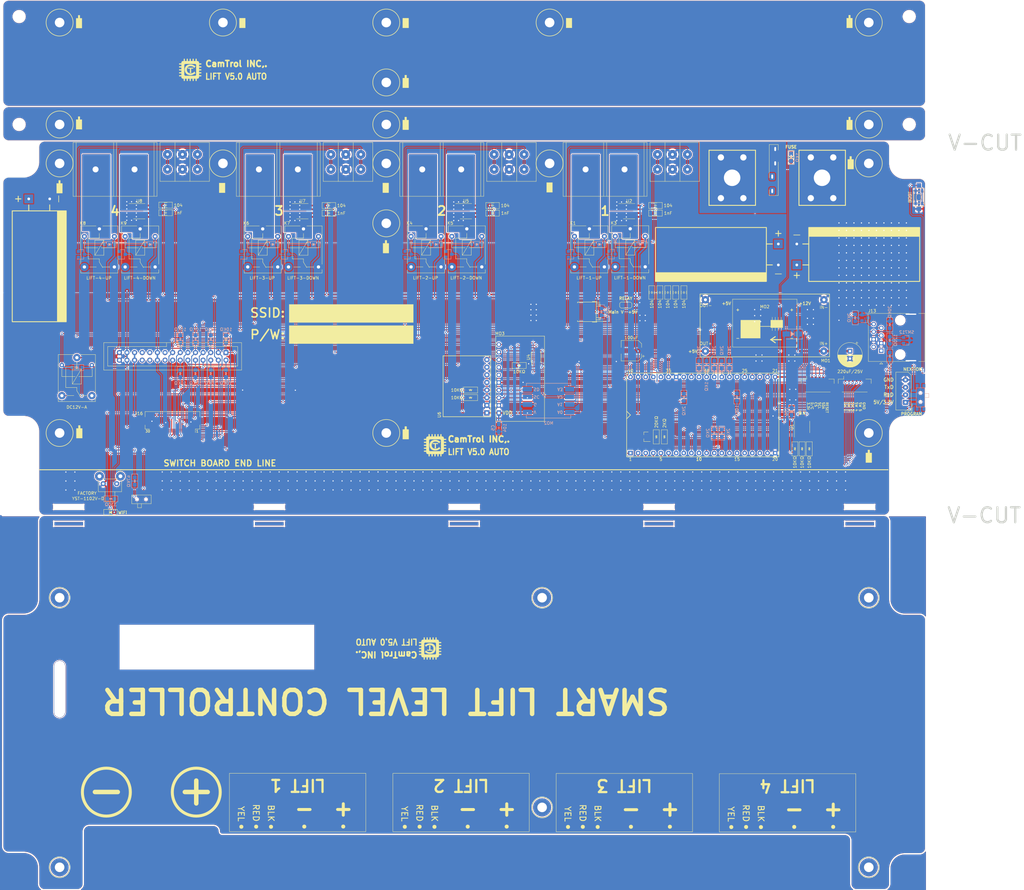
<source format=kicad_pcb>
(kicad_pcb (version 20240108) (generator "pcbnew") (generator_version "8.0")
  (layers (0 "F.Cu" signal) (31 "B.Cu" signal) (34 "B.Paste" user) (35 "F.Paste" user) (36 "B.SilkS" user "B.Silkscreen") (37 "F.SilkS" user "F.Silkscreen") (38 "B.Mask" user) (39 "F.Mask" user) (44 "Edge.Cuts" user))
  (net 0 "")
  (net 1 "+12P")
  (net 2 "Net-(D1-K)")
  (net 3 "+12VA")
  (net 4 "Net-(U2-FILTER)")
  (net 6 "Net-(U5-FILTER)")
  (net 7 "Net-(U7-FILTER)")
  (net 8 "/Tx0")
  (net 9 "/Rx0")
  (net 10 "Net-(U8-FILTER)")
  (net 11 "LIFT-1-UP-SW")
  (net 12 "Net-(D2-A)")
  (net 13 "WiFi_LED")
  (net 14 "LIFT-1-DOWN-SW")
  (net 15 "LIFT-2-UP-SW")
  (net 16 "LIFT-2-DOWN-SW")
  (net 17 "Net-(D6-A)")
  (net 19 "Net-(J1-Pin_1)")
  (net 20 "Net-(J3-Pin_1)")
  (net 21 "LIFT-3-UP-SW")
  (net 22 "Net-(J3-Pin_2)")
  (net 23 "Net-(K3-Pad7)")
  (net 24 "AI-2")
  (net 25 "AI-1")
  (net 26 "AI-3")
  (net 27 "AI-4")
  (net 28 "Net-(J4-Pin_1)")
  (net 29 "Net-(J4-Pin_3)")
  (net 30 "Net-(J5-Pin_1)")
  (net 31 "Net-(J5-Pin_2)")
  (net 32 "Net-(J6-Pin_1)")
  (net 33 "Net-(J6-Pin_3)")
  (net 34 "Net-(J8-Pin_1)")
  (net 35 "Net-(J8-Pin_2)")
  (net 36 "Net-(J9-Pin_1)")
  (net 37 "Net-(J9-Pin_3)")
  (net 41 "LIFT-3-DOWN-SW")
  (net 43 "LIFT-4-UP-SW")
  (net 45 "LIFT-4-DOWN-SW")
  (net 47 "Net-(J11-Pin_1)")
  (net 48 "Net-(J11-Pin_2)")
  (net 49 "Net-(J12-Pin_1)")
  (net 50 "Net-(J12-Pin_3)")
  (net 51 "Net-(Q1-B)")
  (net 52 "LIFT-1-UP-CPU")
  (net 53 "LIFT-1-DOWN-CPU")
  (net 54 "Net-(Q5-B)")
  (net 55 "Net-(Q6-B)")
  (net 56 "Net-(Q9-B)")
  (net 57 "Net-(Q10-B)")
  (net 58 "LIFT-2-UP-CPU")
  (net 61 "LIFT-2-DOWN-CPU")
  (net 62 "Net-(Q13-B)")
  (net 63 "Net-(Q14-B)")
  (net 64 "+5P")
  (net 65 "Net-(Q17-B)")
  (net 66 "Net-(U4-ALERT{slash}RDY)")
  (net 67 "Net-(SW1-A)")
  (net 68 "Net-(SW1-B)")
  (net 69 "Net-(K5-Pad7)")
  (net 70 "Net-(K7-Pad7)")
  (net 71 "Net-(K9-Pad7)")
  (net 72 "LIFT-3-UP-CPU")
  (net 73 "LIFT-3-DOWN-CPU")
  (net 74 "LIFT-4-UP-CPU")
  (net 75 "LIFT-4-DOWN-CPU")
  (net 76 "FACTORY")
  (net 77 "LIFT-4-UP-LED")
  (net 78 "LIFT-4-DOWN-LED")
  (net 79 "LIFT-3-UP-LED")
  (net 80 "LIFT-3-DOWN-LED")
  (net 81 "LIFT-2-UP-LED")
  (net 82 "LIFT-2-DOWN-LED")
  (net 83 "LIFT-1-UP-LED")
  (net 84 "LIFT-1-DOWN-LED")
  (net 85 "SCL")
  (net 86 "SDA")
  (net 88 "GNDPWR")
  (net 91 "GND")
  (net 92 "+VDC")
  (net 96 "/485-A")
  (net 97 "/485-B")
  (net 98 "Net-(D4-A)")
  (net 99 "Net-(Q2-C)")
  (net 100 "RO")
  (net 101 "ENABLE")
  (net 102 "DI")
  (net 103 "Net-(U13-IO_46)")
  (net 104 "Net-(J7-Pin_1)")
  (net 105 "3.3V")
  (net 106 "BOOT")
  (net 108 "Net-(Q2-B)")
  (net 109 "SW_1")
  (net 110 "SW_2")
  (net 111 "SW_3")
  (net 112 "SW_4")
  (net 113 "SW_5")
  (net 114 "DP_D{slash}C")
  (net 115 "DP_CS")
  (net 116 "DP_SCL")
  (net 117 "DP_SDA")
  (net 118 "DP_RST")
  (net 125 "GND2")
  (net 126 "Net-(JP2-C)")
  (net 127 "RELAY_POWER")
  (net 128 "Net-(Q11-C)")
  (net 129 "Net-(Q11-B)")
  (net 130 "Net-(U13-EN)")
  (footprint "Server.pretty:BR-1300C-2P" (layer "F.Cu") (at 201.17 258.57)
    (property "Reference" "J5" (hide yes))
    (property "Value" "Conn_01x02_Male" (hide yes))
  )
  (footprint "Server.pretty:JQC-T78-DC12V-C" (layer "F.Cu") (at 86.94 278.445 -90)
    (property "Reference" "K8")
    (property "Value" "LIFT-4-UP")
  )
  (footprint "Capacitor_THT:CP_Radial_D8.0mm_P2.50mm" (layer "F.Cu") (at 337.39 319.2425 -90)
    (property "Reference" "C12" (hide yes))
    (property "Value" "220uF/25V")
  )
  (footprint "Server.pretty:MountingHole_3.2mm_M3-support" (layer "F.Cu") (at 182.67 346.57)
    (property "Reference" "H1" (hide yes))
    (property "Value" "MH" (hide yes))
  )
  (footprint "Server.pretty:R_0805_HandSoldering" (layer "F.Cu") (at 227.02 324.02)
    (property "Reference" "R1" (hide yes))
    (property "Value" "10KΩ")
  )
  (footprint "Server.pretty:C_0805_HandSoldering" (layer "F.Cu") (at 271.29 299.67 -90)
    (property "Reference" "C11" (hide yes))
    (property "Value" "104")
  )
  (footprint "Server:SOT-23" (layer "F.Cu") (at 269.38 347.85 180)
    (property "Reference" "Q11" (hide yes))
    (property "Value" "MMBT2222A" (hide yes))
  )
  (footprint "Server.pretty:MountingHole_3.2mm_M3-support" (layer "F.Cu") (at 73.67 346.57)
    (property "Reference" "H5" (hide yes))
    (property "Value" "MH" (hide yes))
  )
  (footprint "Server.pretty:C_0805_HandSoldering" (layer "F.Cu") (at 281.992 299.67 -90)
    (property "Reference" "C17" (hide yes))
    (property "Value" "104")
  )
  (footprint "Server.pretty:TS-3404" (layer "F.Cu") (at 360.38 267.85)
    (property "Reference" "SW6" (hide yes))
    (property "Value" "SW_Push" (hide yes))
  )
  (footprint "Server:R_0805_HandSoldering" (layer "F.Cu") (at 275.48 347.85 90)
    (property "Reference" "R38" (hide yes))
    (property "Value" "2KΩ")
  )
  (footprint "Server.pretty:ADS1115" (layer "F.Cu") (at 220.22 328.47)
    (property "Reference" "MO3")
    (property "Value" "ADS1115" (hide yes))
  )
  (footprint "Server.pretty:MountingHole_3.2mm_M3-pcb" (layer "F.Cu") (at 343.67 491.57 180)
    (property "Reference" "H4" (hide yes))
    (property "Value" "MH" (hide yes))
  )
  (footprint "Server.pretty:MountingHole_3.2mm_M3-support" (layer "F.Cu") (at 343.67 209.54)
    (property "Reference" "H24" (hide yes))
    (property "Value" "MH" (hide yes))
  )
  (footprint "Server.pretty:JQC-T78-DC12V-C" (layer "F.Cu") (at 141.44 278.445 -90)
    (property "Reference" "K6")
    (property "Value" "LIFT-3-UP")
  )
  (footprint "Server.pretty:USL-5SAB2-3P" (layer "F.Cu") (at 169.17 256.07 180)
    (property "Reference" "J9" (hide yes))
    (property "Value" "Conn_01x03_Male" (hide yes))
  )
  (footprint "Server.pretty:MountingHole_3.2mm_M3-support" (layer "F.Cu") (at 73.67 209.54)
    (property "Reference" "H15" (hide yes))
    (property "Value" "MH" (hide yes))
  )
  (footprint "Capacitor_SMD:CP_Elec_6.3x5.3" (layer "F.Cu") (at 264.44 319.09 180)
    (property "Reference" "C4" (hide yes))
    (property "Value" "100uF")
  )
  (footprint "Server.pretty:R_0805_HandSoldering" (layer "F.Cu") (at 210.78 334.78)
    (property "Reference" "R15" (hide yes))
    (property "Value" "10KΩ")
  )
  (footprint "Server.pretty:C_0805_HandSoldering" (layer "F.Cu") (at 109.055 273.055625)
    (property "Reference" "C19" (hide yes))
    (property "Value" "1nF")
  )
  (footprint "Server.pretty:MountingHole_3.2mm_M3-support" (layer "F.Cu") (at 182.67 256.57)
    (property "Reference" "H4" (hide yes))
    (property "Value" "MH" (hide yes))
  )
  (footprint "Server.pretty:MountingHole_3.2mm_M3-support" (layer "F.Cu") (at 237.17 256.57)
    (property "Reference" "H6" (hide yes))
    (property "Value" "MH" (hide yes))
  )
  (footprint "Server.pretty:MountingHole_3.2mm_M3-support" (layer "F.Cu") (at 182.67 243.57)
    (property "Reference" "H20" (hide yes))
    (property "Value" "MH" (hide yes))
  )
  (footprint "Server.pretty:BR-120" (layer "F.Cu") (at 328.07 261.37 90)
    (property "Reference" "J2" (hide yes))
    (property "Value" "BR-120" (hide yes))
  )
  (footprint "Server.pretty:C_0805_HandSoldering" (layer "F.Cu") (at 218.154061 273.145)
    (property "Reference" "C7" (hide yes))
    (property "Value" "1nF")
  )
  (footprint "Button_Switch_SMD:SW_SPST_CK_RS282G05A3" (layer "F.Cu") (at 360.38 267.85 90)
    (property "Reference" "SW5" (hide yes))
    (property "Value" "BOOT")
  )
  (footprint "Server.pretty:SW_Tactile_SKHH_Angled" (layer "F.Cu") (at 92.72 363.51 180)
    (property "Reference" "SW2" (hide yes))
    (property "Value" "FACTORY")
  )
  (footprint "Package_SO:TSSOP-10_3x3mm_P0.5mm" (layer "F.Cu") (at 232.67 321.27 90)
    (property "Reference" "U4")
    (property "Value" "ADS1115IDGS" (hide yes))
  )
  (footprint "Server.pretty:MountingHole_3.2mm_M3-support" (layer "F.Cu") (at 128.17 256.57)
    (property "Reference" "H9" (hide yes))
    (property "Value" "MH" (hide yes))
  )
  (footprint "Server.pretty:C_0805_HandSoldering" (layer "F.Cu") (at 279.25 299.67 -90)
    (property "Reference" "C15" (hide yes))
    (property "Value" "104")
  )
  (footprint "Server.pretty:JQC-T78-DC12V-C" (layer "F.Cu") (at 264.07 278.395 -90)
    (property "Reference" "K3")
    (property "Value" "LIFT-1-DOWN")
  )
  (footprint "Server.pretty:MountingHole_3.2mm_M3-support" (layer "F.Cu") (at 343.67 256.57)
    (property "Reference" "H11" (hide yes))
    (property "Value" "MH" (hide yes))
  )
  (footprint "Server.pretty:R_0805_HandSoldering" (layer "F.Cu") (at 323.83 351.85 -90)
    (property "Reference" "R13" (hide yes))
    (property "Value" "10KΩ")
  )
  (footprint "Package_SO:SOIC-8_3.9x4.9mm_P1.27mm" (layer "F.Cu") (at 263.7 272.51)
    (property "Reference" "U2")
    (property "Value" "ACS712-20A" (hide yes))
  )
  (footprint "Server.pretty:R_0805_HandSoldering" (layer "F.Cu") (at 210.78 332.24)
    (property "Reference" "R29" (hide yes))
    (property "Value" "10KΩ")
  )
  (footprint "Server:R_0805_HandSoldering" (layer "F.Cu") (at 272.78 347.85 90)
    (property "Reference" "R37" (hide yes))
    (property "Value" "20KΩ")
  )
  (footprint "Package_SO:SOIC-8_3.9x4.9mm_P1.27mm" (layer "F.Cu") (at 209.249061 272.52)
    (property "Reference" "U5")
    (property "Value" "ACS712-20A" (hide yes))
  )
  (footprint "Server.pretty:Molex_SPOX_5267-04A_1x04_P2.50mm_Vertical" (layer "F.Cu") (at 355.92 332.53 90)
    (property "Reference" "J7" (hide yes))
    (property "Value" "5267-04P" (hide yes))
  )
  (footprint "Server.pretty:RJ45_8P_OPEN" (layer "F.Cu") (at 347.83 319.1075 90)
    (property "Reference" "J13")
    (property "Value" "RJ45_Shielded" (hide yes))
  )
  (footprint "Server.pretty:MountingHole_3.2mm_M3-support" (layer "F.Cu") (at 182.67 276.57)
    (property "Reference" "H19" (hide yes))
    (property "Value" "MH" (hide yes))
  )
  (footprint "Server.pretty:C_0805_HandSoldering" (layer "F.Cu") (at 163.504061 273.17)
    (property "Reference" "C9" (hide yes))
    (property "Value" "1nF")
  )
  (footprint "Server.pretty:USL-5SAB2-3P" (layer "F.Cu") (at 223.67 256.07 180)
    (property "Reference" "J6" (hide yes))
    (property "Value" "Conn_01x03_Male" (hide yes))
  )
  (footprint "Server.pretty:JQC-T78-DC12V-C" (layer "F.Cu") (at 209.54 278.425 -90)
    (property "Reference" "K5")
    (property "Value" "LIFT-2-DOWN")
  )
  (footprint "Connector_JST:JST_GH_SM06B-GHS-TB_1x06-1MP_P1.25mm_Horizontal" (layer "F.Cu") (at 326.615 330.31)
    (property "Reference" "J17" (hide yes))
    (property "Value" "Conn_01x06_Pin" (hide yes))
  )
  (footprint "Server.pretty:C_0805_HandSoldering" (layer "F.Cu") (at 218.154061 270.62)
    (property "Reference" "C8" (hide yes))
    (property "Value" "104")
  )
  (footprint "Server:AOD1485" (layer "F.Cu") (at 250.439 306.125 180)
    (property "Reference" "Q8" (hide yes))
    (property "Value" "AOD4185" (hide yes))
  )
  (footprint "Server.pretty:BR-120" (layer "F.Cu") (at 298.07 261.37 90)
    (property "Reference" "J1" (hide yes))
    (property "Value" "BR-120" (hide yes))
  )
  (footprint "Server.pretty:LM2596 DC-DC" (layer "F.Cu") (at 328.655 319.2425 180)
    (property "Reference" "MO1")
    (property "Value" "StepDownConv" (hide yes))
  )
  (footprint "Server.pretty:IDC-Header_2x15_P2.54mm_Vertical" (layer "F.Cu") (at 129.17 319.717495 -90)
    (property "Reference" "J10" (hide yes))
    (property "Value" "Conn_01x30" (hide yes))
  )
  (footprint "Server.pretty:ESP32-S3" (layer "F.Cu") (at 284.47 340.57)
    (property "Reference" "U13" (hide yes))
    (property "Value" "ESP32-S3" (hide yes))
  )
  (footprint "Server.pretty:MountingHole_3.2mm_M3-pcb" (layer "F.Cu") (at 234.669999 471.57 180)
    (property "Reference" "H7" (hide yes))
    (property "Value" "MH" (hide yes))
  )
  (footprint "Server.pretty:BR-1300C-2P" (layer "F.Cu") (at 255.67 258.57)
    (property "Reference" "J3" (hide yes))
    (property "Value" "Conn_01x02_Male" (hide yes))
  )
  (footprint "Server.pretty:LED_0805" (layer "F.Cu") (at 317.745 254.545 90)
    (property "Reference" "D2" (hide yes))
    (property "Value" "FUSE")
  )
  (footprint "Server.pretty:JQC-T78-DC12V-C" (layer "F.Cu") (at 250.445 278.42 -90)
    (property "Reference" "K1")
    (property "Value" "LIFT-1-UP")
  )
  (footprint "Server.pretty:CP_Radial_D18.0mm_P7mm" (layer "F.Cu") (at 66.87 268.42 90)
    (property "Reference" "C10" (hide yes))
    (property "Value" "10000uF/25V" (hide yes))
  )
  (footprint "Server.pretty:BR-1300C-2P" (layer "F.Cu") (at 146.67 258.57)
    (property "Reference" "J8" (hide yes))
    (property "Value" "Conn_01x02_Male" (hide yes))
  )
  (footprint "Server.pretty:MountingHole_3.2mm_M3-support" (layer "F.Cu") (at 343.67 243.57)
    (property "Reference" "H25" (hide yes))
    (property "Value" "MH" (hide yes))
  )
  (footprint "Server.pretty:R_0805_HandSoldering" (layer "F.Cu") (at 321.43 351.85 -90)
    (property "Reference" "R12" (hide yes))
    (property "Value" "10KΩ")
  )
  (footprint "Server.pretty:C_0805_HandSoldering" (layer "F.Cu") (at 109.055 270.530625)
    (property "Reference" "C16" (hide yes))
    (property "Value" "104")
  )
  (footprint "Server.pretty:MP1584-SMD" (layer "F.Cu") (at 308.96 309.92 180)
    (property "Reference" "MO2")
    (property "Value" "MP1584" (hide yes))
  )
  (footprint "Connector_FFC-FPC:Hirose_FH12-30S-0.5SH_1x30-1MP_P0.50mm_Horizontal" (layer "F.Cu") (at 111.33 343.95 180)
    (property "Reference" "J16")
    (property "Value" "Conn_01x30" (hide yes))
  )
  (footprint "Server.pretty:C_0805_HandSoldering" (layer "F.Cu") (at 272.504061 273.16)
    (property "Reference" "C3" (hide yes))
    (property "Value" "1nF")
  )
  (footprint "Server.pretty:MountingHole_3.2mm_M3-support" (layer "F.Cu") (at 182.67 209.54)
    (property "Reference" "H17" (hide yes))
    (property "Value" "MH" (hide yes))
  )
  (footprint "Package_SO:SOIC-8_3.9x4.9mm_P1.27mm" (layer "F.Cu") (at 154.699061 272.52)
    (property "Reference" "U7")
    (property "Value" "ACS712-20A" (hide yes))
  )
  (footprint "Server.pretty:MountingHole_3.2mm_M3-support" (layer "F.Cu") (at 128.17 209.54)
    (property "Reference" "H16" (hide yes))
    (property "Value" "MH" (hide yes))
  )
  (footprint "Server.pretty:JQC-T78-DC12V-C" (layer "F.Cu") (at 195.94 278.425 -90)
    (property "Reference" "K4")
    (property "Value" "LIFT-2-UP")
  )
  (footprint "Server.pretty:C_0805_HandSoldering" (layer "F.Cu") (at 163.504061 270.62)
    (property "Reference" "C6" (hide yes))
    (property "Value" "104")
  )
  (footprint "Server.pretty:CP_Radial_D18.0mm_P7mm" (layer "F.Cu") (at 319.645 286.97 180)
    (property "Reference" "C20" (hide yes))
    (property "Value" "10000uF/25V" (hide yes))
  )
  (footprint "Package_SO:SOIC-8_3.9x4.9mm_P1.27mm" (layer "F.Cu") (at 321.43 344.55 90)
    (property "Reference" "U1")
    (property "Value" "MAX485" (hide yes))
  )
  (footprint "Server.pretty:MountingHole_3.2mm_M3-pcb" (layer "F.Cu") (at 73.669999 401.57 180)
    (property "Reference" "H10" (hide yes))
    (property "Value" "MH" (hide yes))
  )
  (footprint "Server.pretty:MountingHole_3.2mm_M3-pcb" (layer "F.Cu") (at 73.669999 491.57 180)
    (property "Reference" "H11" (hide yes))
    (property "Value" "MH" (hide yes))
  )
  (footprint "Server.pretty:FUSE-PIN-Holder" (layer "F.Cu") (at 311.945 258.77 90)
    (property "Reference" "F1" (hide yes))
    (property "Value" "FRG500-16F" (hide yes))
  )
  (footprint "Server.pretty:logo" (layer "F.Cu") (at 117.265988 225.31)
    (property "Reference" "G***" (hide yes))
    (property "Value" "LOGO" (hide yes))
  )
  (footprint "Server.pretty:C_0805_HandSoldering" (layer "F.Cu") (at 276.61 299.67 -90)
    (property "Reference" "C14" (hide yes))
    (property "Value" "104")
  )
  (footprint "Server.pretty:MountingHole_3.2mm_M3-support" (layer "F.Cu") (at 343.67 346.57)
    (property "Reference" "H10" (hide yes))
    (property "Value" "MH" (hide yes))
  )
  (footprint "Server.pretty:SolderJumper-3_P1.3mm_Open_RoundedPad1.0x1.5mm" (layer "F.Cu") (at 262.57 303.87)
    (property "Reference" "JP2" (hide yes))
    (property "Value" "SolderJumper_3_Open" (hide yes))
  )
  (footprint "Package_SO:SOIC-8_3.9x4.9mm_P1.27mm" (layer "F.Cu") (at 100.25 272.52)
    (property "Reference" "U8")
    (property "Value" "ACS712-20A" (hide yes))
  )
  (footprint "Server.pretty:NW3-SK-02" (layer "F.Cu") (at 100.98 368.73 180)
    (property "Reference" "SW1" (hide yes))
    (property "Value" "NW3-SK-02" (hide yes))
  )
  (footprint "Server.pretty:logo" (layer "F.Cu") (at 197.284011 418.549473 180)
    (property "Reference" "G***" (hide yes))
    (property "Value" "LOGO" (hide yes))
  )
  (footprint "Server.pretty:BR-1300C-2P" (layer "F.Cu") (at 92.17 258.57)
    (property "Reference" "J11" (hide yes))
    (property "Value" "Conn_01x02_Male" (hide yes))
  )
  (footprint "Server.pretty:USL-5SAB2-3P" (layer "F.Cu") (at 278.17 256.07 180)
    (property "Reference" "J4" (hide yes))
    (property "Value" "Conn_01x03_Male" (hide yes))
  )
  (footprint "Server.pretty:MountingHole_3.2mm_M3-support" (layer "F.Cu") (at 73.67 243.57)
    (property "Reference" "H13" (hide yes))
    (property "Value" "MH" (hide yes))
  )
  (footprint "Server.pretty:MountingHole_3.2mm_M3-support" (layer "F.Cu") (at 73.67 256.57)
    (property "Reference" "H3" (hide yes))
    (property "Value" "MH" (hide yes))
  )
  (footprint "Server.pretty:C_0805_HandSoldering" (layer "F.Cu") (at 273.97 299.67 -90)
    (property "Reference" "C13" (hide yes))
    (property "Value" "104")
  )
  (footprint "Server.pretty:MountingHole_3.2mm_M3-support" (layer "F.Cu") (at 182.67 229.54)
    (property "Reference" "H18" (hide yes))
    (property "Value" "MH" (hide yes))
  )
  (footprint "Server.pretty:LED_0805" (layer "F.Cu") (at 90.67 373.08)
    (property "Reference" "D6" (hide yes))
    (property "Value" "RED LED" (hide yes))
  )
  (footprint "Server.pretty:C_0805_HandSoldering" (layer "F.Cu") (at 272.504061 270.61)
    (property "Reference" "C2" (hide yes))
    (property "Value" "104")
  )
  (footprint "Server.pretty:logo" (layer "F.Cu") (at 198.955988 350.640527)
    (property "Reference" "G***" (hide yes))
    (property "Value" "LOGO" (hide yes))
  )
  (footprint "Server.pretty:R_0805_HandSoldering" (layer "F.Cu") (at 319.03 351.85 -90)
    (property "Reference" "R9" (hide yes))
    (property "Value" "10KΩ")
  )
  (footprint "Server.pretty:JQC-T78-DC12V-C" (layer "F.Cu") (at 79.43 321.4 -90)
    (property "Reference" "K2" (hide yes))
    (property "Value" "DC12V-A")
  )
  (footprint "" (layer "F.Cu") (at 73.679999 432.090001 180)
    (property "Reference" "")
    (property "Value" "")
  )
  (footprint "Server.pretty:JQC-T78-DC12V-C" (layer "F.Cu") (at 100.54 278.445 -90)
    (property "Reference" "K9")
    (property "Value" "LIFT-4-DOWN")
  )
  (footprint "Server.pretty:JQC-T78-DC12V-C" (layer "F.Cu") (at 155.04 278.445 -90)
    (property "Reference" "K7")
    (property "Value" "LIFT-3-DOWN")
  )
  (footprint "Server.pretty:MountingHole_3.2mm_M3-pcb" (layer "F.Cu") (at 343.67 401.57 180)
    (property "Reference" "H5" (hide yes))
    (property "Value" "MH" (hide yes))
  )
  (footprint "Connector_JST:JST_GH_SM06B-GHS-TB_1x06-1MP_P1.25mm_Horizontal" (layer "F.Cu") (at 338.965 330.31)
    (property "Reference" "J18" (hide yes))
    (property "Value" "Conn_01x06_Pin" (hide yes))
  )
  (footprint "Server.pretty:USL-5SAB2-3P" (layer "F.Cu") (at 114.67 256.06 180)
    (property "Reference" "J12" (hide yes))
    (property "Value" "Conn_01x03_Male" (hide yes))
  )
  (footprint "Server.pretty:MountingHole_3.2mm_M3-pcb" (layer "F.Cu") (at 234.669999 401.570001 180)
    (property "Reference" "H1" (hide yes))
    (property "Value" "MH" (hide yes))
  )
  (footprint "Server.pretty:CP_Radial_D18.0mm_P7mm" (layer "F.Cu") (at 313.495 286.97)
    (property "Reference" "C18" (hide yes))
    (property "Value" "10000uF/25V" (hide yes))
  )
  (footprint "Server:MPU6050" (layer "F.Cu") (at 216.2375 339.86 90)
    (property "Reference" "U6")
    (property "Value" "MPU6050" (hide yes))
  )
  (footprint "Server.pretty:MountingHole_3.2mm_M3-support" (layer "F.Cu") (at 237.17 209.54)
    (property "Reference" "H22" (hide yes))
    (property "Value" "MH" (hide yes))
  )
  (footprint "Server.pretty:R_0805_HandSoldering" (layer "B.Cu") (at 90.77 368.56)
    (property "Reference" "R10" (hide yes))
    (property "Value" "330Ω")
  )
  (footprint "Server:R_0805_HandSoldering" (layer "B.Cu") (at 254.455 306.125 -90)
    (property "Reference" "R36" (hide yes))
    (property "Value" "20KΩ")
  )
  (footprint "Server.pretty:TS-3404" (layer "B.Cu") (at 360.38 267.85)
    (property "Reference" "SW7" (hide yes))
    (property "Value" "SW_Push" (hide yes))
  )
  (footprint "Server.pretty:SOT-23" (layer "B.Cu") (at 203.515 286.895)
    (property "Reference" "Q9" (hide yes))
    (property "Value" "MMBTA42L" (hide yes))
  )
  (footprint "Server.pretty:R_0805_HandSoldering" (layer "B.Cu") (at 98.74 362.63 -90)
    (property "Reference" "R19" (hide yes))
    (property "Value" "47KΩ")
  )
  (footprint "Server.pretty:D_SMA" (layer "B.Cu") (at 318.15 313.53 180)
    (property "Reference" "D1" (hide yes))
    (property "Value" "SS34" (hide yes))
  )
  (footprint "Server.pretty:R_0805_HandSoldering" (layer "B.Cu") (at 124.1 315.2 -90)
    (property "Reference" "R22" (hide yes))
    (property "Value" "10KΩ")
  )
  (footprint "Server.pretty:R_0805_HandSoldering" (layer "B.Cu") (at 129.2 315.2 -90)
    (property "Reference" "R25" (hide yes))
    (property "Value" "10KΩ")
  )
  (footprint "Server.pretty:R_0805_HandSoldering" (layer "B.Cu") (at 297.17 323.72 -90)
    (property "Reference" "R2" (hide yes))
    (property "Value" "2KΩ")
  )
  (footprint "Server.pretty:SOT-23" (layer "B.Cu") (at 80.94 286.925)
    (property "Reference" "Q14" (hide yes))
    (property "Value" "MMBTA42L" (hide yes))
  )
  (footprint "Server.pretty:D_SOD-123" (layer "B.Cu") (at 103.88 283.62 180)
    (property "Reference" "D12" (hide yes))
    (property "Value" "type=\"D\" model=\"1N4148W\" lib=\"\"" (hide yes))
  )
  (footprint "Server.pretty:D_SOD-123" (layer "B.Cu") (at 158.39 283.625 180)
    (property "Reference" "D10" (hide yes))
    (property "Value" "type=\"D\" model=\"1N4148W\" lib=\"\"" (hide yes))
  )
  (footprint "Server.pretty:R_0805_HandSoldering" (layer "B.Cu") (at 113.94 315.2 -90)
    (property "Reference" "R5" (hide yes))
    (property "Value" "10KΩ")
  )
  (footprint "Server.pretty:D_SOD-123" (layer "B.Cu") (at 199.3 283.6 180)
    (property "Reference" "D7" (hide yes))
    (property "Value" "type=\"D\" model=\"1N4148W\" lib=\"\"" (hide yes))
  )
  (footprint "Server.pretty:R_0805_HandSoldering" (layer "B.Cu") (at 294.62 323.73 -90)
    (property "Reference" "R7" (hide yes))
    (property "Value" "2KΩ")
  )
  (footprint "Server:SOT-23" (layer "B.Cu") (at 356.305 315.6275)
    (property "Reference" "D13" (hide yes))
    (property "Value" "SM712")
  )
  (footprint "Server.pretty:C_0805_HandSoldering" (layer "B.Cu") (at 317.93 339.44 90)
    (property "Reference" "C21" (hide yes))
    (property "Value" "106")
  )
  (footprint "Server.pretty:SOT-23" (layer "B.Cu") (at 258.02 286.875)
    (property "Reference" "Q5" (hide yes))
    (property "Value" "MMBTA42L" (hide yes))
  )
  (footprint "Server.pretty:R_0805_HandSoldering" (layer "B.Cu") (at 350.685 310.4275 90)
    (property "Reference" "R4" (hide yes))
    (property "Value" "20KΩ")
  )
  (footprint "Server.pretty:SOT-23" (layer "B.Cu") (at 189.94 286.895)
    (property "Reference" "Q6" (hide yes))
    (property "Value" "MMBTA42L" (hide yes))
  )
  (footprint "Server.pretty:R_0805_HandSoldering" (layer "B.Cu") (at 129.18 326.75 90)
    (property "Reference" "R26" (hide yes))
    (property "Value" "10KΩ")
  )
  (footprint "Server.pretty:R_0805_HandSoldering" (layer "B.Cu") (at 281.97 334.67 90)
    (property "Reference" "R21" (hide yes))
    (property "Value" "2KΩ")
  )
  (footprint "Server.pretty:R_0805_HandSoldering" (layer "B.Cu") (at 350.685 315.6275 90)
    (property "Reference" "R6" (hide yes))
    (property "Value" "120Ω")
  )
  (footprint "Server.pretty:SOT-23" (layer "B.Cu") (at 244.445 286.895)
    (property "Reference" "Q1" (hide yes))
    (property "Value" "MMBTA42L" (hide yes))
  )
  (footprint "Server.pretty:NW3-SK-02" (layer "B.Cu") (at 360.92 334.7 90)
    (property "Reference" "SW3" (hide yes))
    (property "Value" "NW3-SK-02" (hide yes))
  )
  (footprint "Server.pretty:D_SOD-123" (layer "B.Cu") (at 90.29 283.61 180)
    (property "Reference" "D11" (hide yes))
    (property "Value" "type=\"D\" model=\"1N4148W\" lib=\"\"" (hide yes))
  )
  (footprint "Server.pretty:C_0805_HandSoldering" (layer "B.Cu") (at 220.21 344.86 90)
    (property "Reference" "C5")
    (property "Value" "104")
  )
  (footprint "Button_Switch_SMD:SW_SPST_CK_RS282G05A3" (layer "B.Cu") (at 360.38 267.85 -90)
    (property "Reference" "SW4" (hide yes))
    (property "Value" "RST")
  )
  (footprint "Server.pretty:D_SOD-123" (layer "B.Cu") (at 267.42 283.56 180)
    (property "Reference" "D5" (hide yes))
    (property "Value" "type=\"D\" model=\"1N4148W\" lib=\"\"" (hide yes))
  )
  (footprint "Server.pretty:R_0805_HandSoldering" (layer "B.Cu") (at 292.12 323.72 -90)
    (property "Reference" "R11" (hide yes))
    (property "Value" "2KΩ")
  )
  (footprint "Server.pretty:D_SOD-123" (layer "B.Cu") (at 253.8 283.59 180)
    (property "Reference" "D3" (hide yes))
    (property "Value" "type=\"D\" model=\"1N4148W\" lib=\"\"" (hide yes))
  )
  (footprint "Server.pretty:SOT-23" (layer "B.Cu") (at 342.43 308.1)
    (property "Reference" "Q2" (hide yes))
    (property "Value" "MMBTA42L" (hide yes))
  )
  (footprint "Server.pretty:R_0805_HandSoldering" (layer "B.Cu") (at 294.63 346.63 -90)
    (property "Reference" "R27" (hide yes))
    (property "Value" "2KΩ")
  )
  (footprint "Server.pretty:D_SOD-123" (layer "B.Cu") (at 144.79 283.61 180)
    (property "Reference" "D9" (hide yes))
    (property "Value" "type=\"D\" model=\"1N4148W\" lib=\"\"" (hide yes))
  )
  (footprint "Server.pretty:R_0805_HandSoldering" (layer "B.Cu") (at 317.745 254.57 90)
    (property "Reference" "R3" (hide yes))
    (property "Value" "1KΩ")
  )
  (footprint "Server.pretty:R_0805_HandSoldering" (layer "B.Cu") (at 287.02 323.72 -90)
    (property "Reference" "R17" (hide yes))
    (property "Value" "2KΩ")
  )
  (footprint "Server:ADS1115_SMD" (layer "B.Cu") (at 236.83 335.79)
    (property "Reference" "MO2")
    (property "Value" "ADS1115_SMD" (hide yes))
  )
  (footprint "Server.pretty:R_0805_HandSoldering" (layer "B.Cu") (at 119.02 315.2 -90)
    (property "Reference" "R18" (hide yes))
    (property "Value" "10KΩ")
  )
  (footprint "Server.pretty:R_0805_HandSoldering" (layer "B.Cu") (at 339.13 308.1 90)
    (property "Reference" "R30" (hide yes))
    (property "Value" "2KΩ")
  )
  (footprint "Server.pretty:SOT-23" (layer "B.Cu") (at 149.04 286.92)
    (property "Reference" "Q13" (hide yes))
    (property "Value" "MMBTA42L" (hide yes))
  )
  (footprint "Server.pretty:R_0805_HandSoldering" (layer "B.Cu") (at 350.685 320.8775 90)
    (property "Reference" "R8" (hide yes))
    (property "Value" "20KΩ")
  )
  (footprint "Server.pretty:D_SOD-123" (layer "B.Cu") (at 212.89 283.605 180)
    (property "Reference" "D8" (hide yes))
    (property "Value" "type=\"D\" model=\"1N4148W\" lib=\"\"" (hide yes))
  )
  (footprint "Server.pretty:R_0805_HandSoldering" (layer "B.Cu") (at 292.1 346.63 -90)
    (property "Reference" "R24" (hide yes))
    (property "Value" "2KΩ")
  )
  (footprint "Server.pretty:R_0805_HandSoldering" (layer "B.Cu") (at 289.52 323.72 -90)
    (property "Reference" "R14" (hide yes))
    (property "Value" "1KΩ")
  )
  (footprint "Server.pretty:R_0805_HandSoldering" (layer "B.Cu") (at 299.67 334.57 -90)
    (property "Reference" "R28" (hide yes))
    (property "Value" "10KΩ")
  )
  (footprint "Server.pretty:R_0805_HandSoldering" (layer "B.Cu") (at 113.94 326.75 90)
    (property "Reference" "R16" (hide yes))
    (property "Value" "10KΩ")
  )
  (footprint "Server.pretty:SOT-23" (layer "B.Cu") (at 94.565 286.925)
    (property "Reference" "Q17" (hide yes))
    (property "Value" "MMBTA42L" (hide yes))
  )
  (footprint "Server.pretty:R_0805_HandSoldering" (layer "B.Cu") (at 124.11 326.75 90)
    (property "Reference" "R23" (hide yes))
    (property "Value" "10KΩ")
  )
  (footprint "Server.pretty:R_0805_HandSoldering" (layer "B.Cu") (at 119 326.75 90)
    (property "Reference" "R20" (hide yes))
    (property "Value" "10KΩ")
  )
  (footprint "Server.pretty:SOT-23" (layer "B.Cu") (at 135.44 286.92)
    (property "Reference" "Q10" (hide yes))
    (property "Value" "MMBTA42L" (hide yes))
  )
  (footprint "Server.pretty:D_SOD-123" (layer "B.Cu") (at 79.43 324.7 180)
    (property "Reference" "D4" (hide yes))
    (property "Value" "1N4148W" (hide yes))
  )
  (gr_circle (center 222.849999 477.985685) (end 222.241723 477.985685) (stroke (width 0.12)) (fill solid) (layer "F.SilkS"))
  (gr_rect (start 188.2 228.11) (end 190.1 231.31) (stroke (width 0.12)) (fill solid) (layer "F.SilkS"))
  (gr_circle (center 253.209999 478.101596) (end 252.601723 478.101596) (stroke (width 0.12)) (fill solid) (layer "F.SilkS"))
  (gr_circle (center 297.789999 478.140776) (end 297.181723 478.140776) (stroke (width 0.12)) (fill solid) (layer "F.SilkS"))
  (gr_circle (center 307.689999 478.15) (end 307.081723 478.15) (stroke (width 0.12)) (fill solid) (layer "F.SilkS"))
  (gr_circle (center 264.309999 478.041596) (end 263.701723 478.041596) (stroke (width 0.12)) (fill solid) (layer "F.SilkS"))
  (gr_circle (center 318.789999 478.09) (end 318.181723 478.09) (stroke (width 0.12)) (fill solid) (layer "F.SilkS"))
  (gr_circle (center 277.309999 478.029872) (end 276.701723 478.029872) (stroke (width 0.12)) (fill solid) (layer "F.SilkS"))
  (gr_rect (start 336.68 255.24) (end 338.58 258.44) (stroke (width 0.12)) (fill solid) (layer "F.SilkS"))
  (gr_rect (start 337.355 254.24) (end 337.905 255.24) (stroke (width 0.12)) (fill solid) (layer "F.SilkS"))
  (gr_circle (center 198.749999 478.057409) (end 198.141723 478.057409) (stroke (width 0.12)) (fill solid) (layer "F.SilkS"))
  (gr_circle (center 119.269999 466.47) (end 111.269999 466.47) (stroke (width 1)) (fill none) (layer "F.SilkS"))
  (gr_rect (start 79.29 345.08) (end 81.19 348.28) (stroke (width 0.12)) (fill solid) (layer "F.SilkS"))
  (gr_circle (center 331.789999 478.078276) (end 331.181723 478.078276) (stroke (width 0.12)) (fill solid) (layer "F.SilkS"))
  (gr_circle (center 243.309999 478.092372) (end 242.701723 478.092372) (stroke (width 0.12)) (fill solid) (layer "F.SilkS"))
  (gr_circle (center 209.849999 477.997409) (end 209.241723 477.997409) (stroke (width 0.12)) (fill solid) (layer "F.SilkS"))
  (gr_rect (start 342.72 353.25) (end 344.62 356.45) (stroke (width 0.12)) (fill solid) (layer "F.SilkS"))
  (gr_circle (center 193.794999 478.015685) (end 193.186723 478.015685) (stroke (width 0.12)) (fill solid) (layer "F.SilkS"))
  (gr_rect (start 182.275 282.27) (end 182.825 283.27) (stroke (width 0.12)) (fill solid) (layer "F.SilkS"))
  (gr_rect (start 79.875 207.16) (end 80.425 208.16) (stroke (width 0.12)) (fill solid) (layer "F.SilkS"))
  (gr_rect (start 188.875 227.11) (end 189.425 228.11) (stroke (width 0.12)) (fill solid) (layer "F.SilkS"))
  (gr_rect (start 79.875 240.97) (end 80.425 241.97) (stroke (width 0.12)) (fill solid) (layer "F.SilkS"))
  (gr_rect (start 336.975 241.1) (end 337.525 242.1) (stroke (width 0.12)) (fill solid) (layer "F.SilkS"))
  (gr_rect (start 79.2 208.16) (end 81.1 211.36) (stroke (width 0.12)) (fill solid) (layer "F.SilkS"))
  (gr_rect (start 130.339999 460.191596) (end 175.859999 479.661596) (stroke (width 0.12)) (fill none) (layer "F.SilkS"))
  (gr_rect (start 242.7 208.09) (end 244.6 211.29) (stroke (width 0.12)) (fill solid) (layer "F.SilkS"))
  (gr_circle (center 248.254999 478.059872) (end 247.646723 478.059872) (stroke (width 0.12)) (fill solid) (layer "F.SilkS"))
  (gr_circle (center 168.309999 477.969872) (end 167.701723 477.969872) (stroke (width 0.12)) (fill solid) (layer "F.SilkS"))
  (gr_rect (start 239.339999 460.251596) (end 284.859999 479.721596) (stroke (width 0.12)) (fill none) (layer "F.SilkS"))
  (gr_circle (center 302.734999 478.108276) (end 302.126723 478.108276) (stroke (width 0.12)) (fill solid) (layer "F.SilkS"))
  (gr_poly (pts (xy 191.69 309.65) (xy 150.29 309.65) (xy 150.29 303.65) (xy 191.69 303.65)) (stroke (width 0.1)) (fill solid) (layer "F.SilkS"))
  (gr_rect (start 188.885 344.43) (end 189.435 345.43) (stroke (width 0.12)) (fill solid) (layer "F.SilkS"))
  (gr_rect (start 133.7 208.11) (end 135.6 211.31) (stroke (width 0.12)) (fill solid) (layer "F.SilkS"))
  (gr_rect (start 188.2 242.1) (end 190.1 245.3) (stroke (width 0.12)) (fill solid) (layer "F.SilkS"))
  (gr_rect (start 184.879999 460.207409) (end 230.399999 479.677409) (stroke (width 0.12)) (fill none) (layer "F.SilkS"))
  (gr_rect (start 79.2 241.97) (end 81.1 245.17) (stroke (width 0.12)) (fill solid) (layer "F.SilkS"))
  (gr_rect (start 236.2 263) (end 238.1 266.2) (stroke (width 0.12)) (fill solid) (layer "F.SilkS"))
  (gr_circle (center 134.309999 478.032372) (end 133.701723 478.032372) (stroke (width 0.12)) (fill solid) (layer "F.SilkS"))
  (gr_circle (center 139.254999 477.999872) (end 138.646723 477.999872) (stroke (width 0.12)) (fill solid) (layer "F.SilkS"))
  (gr_rect (start 188.2 208.11) (end 190.1 211.31) (stroke (width 0.12)) (fill solid) (layer "F.SilkS"))
  (gr_rect (start 188.21 345.43) (end 190.11 348.63) (stroke (width 0.12)) (fill solid) (layer "F.SilkS"))
  (gr_rect (start 336.3 208.11) (end 338.2 211.31) (stroke (width 0.12)) (fill solid) (layer "F.SilkS"))
  (gr_rect (start 72.69 263.27) (end 74.59 266.47) (stroke (width 0.12)) (fill solid) (layer "F.SilkS"))
  (gr_rect (start 79.965 344.08) (end 80.515 345.08) (stroke (width 0.12)) (fill solid) (layer "F.SilkS"))
  (gr_line (start 66.996667 358.85) (end 350.106667 358.85) (stroke (width 0.3)) (layer "F.SilkS"))
  (gr_rect (start 293.819999 460.3) (end 339.339999 479.77) (stroke (width 0.12)) (fill none) (layer "F.SilkS"))
  (gr_circle (center 89.269999 466.47) (end 81.269999 466.47) (stroke (width 1)) (fill none) (layer "F.SilkS"))
  (gr_rect (start 336.3 242.1) (end 338.2 245.3) (stroke (width 0.12)) (fill solid) (layer "F.SilkS"))
  (gr_rect (start 343.395 352.25) (end 343.945 353.25) (stroke (width 0.12)) (fill solid) (layer "F.SilkS"))
  (gr_rect (start 126.95 263.14) (end 128.85 266.34) (stroke (width 0.12)) (fill solid) (layer "F.SilkS"))
  (gr_rect (start 73.365 262.27) (end 73.915 263.27) (stroke (width 0.12)) (fill solid) (layer "F.SilkS"))
  (gr_poly (pts (xy 191.69 316.75) (xy 150.29 316.75) (xy 150.29 310.75) (xy 191.69 310.75)) (stroke (width 0.1)) (fill solid) (layer "F.SilkS"))
  (gr_rect (start 181.6 283.27) (end 183.5 286.47) (stroke (width 0.12)) (fill solid) (layer "F.SilkS"))
  (gr_circle (center 144.209999 478.041596) (end 143.601723 478.041596) (stroke (width 0.12)) (fill solid) (layer "F.SilkS"))
  (gr_circle (center 188.849999 478.048185) (end 188.241723 478.048185) (stroke (width 0.12)) (fill solid) (layer "F.SilkS"))
  (gr_rect (start 181.54 263.12) (end 183.44 266.32) (stroke (width 0.12)) (fill solid) (layer "F.SilkS"))
  (gr_rect (start 188.875 241.1) (end 189.425 242.1) (stroke (width 0.12)) (fill solid) (layer "F.SilkS"))
  (gr_circle (center 155.309999 477.981596) (end 154.701723 477.981596) (stroke (width 0.12)) (fill solid) (layer "F.SilkS"))
  (gr_rect (start 336.975 207.11) (end 337.525 208.11) (stroke (width 0.12)) (fill solid) (layer "F.SilkS"))
  (gr_line (start 350.67 372.07) (end 350.67 346.07) (stroke (width 0.05)) (layer "Edge.Cuts"))
  (gr_line (start 335.6 371.989995) (end 335.6 370.549995) (stroke (width 0.05)) (layer "Edge.Cuts"))
  (gr_line (start 68.669999 499.07) (end 79.569999 499.07) (stroke (width 0.05)) (layer "Edge.Cuts"))
  (gr_line (start 81.739999 376.150001) (end 81.739999 377.590001) (stroke (width 0.05)) (layer "Edge.Cuts"))
  (gr_line (start 203.66 371.989995) (end 203.66 370.549995) (stroke (width 0.05)) (layer "Edge.Cuts"))
  (gr_arc (start 203.739999 377.690001) (mid 203.56929 377.760717) (end 203.639999 377.590001) (stroke (width 0.05)) (layer "Edge.Cuts"))
  (gr_arc (start 81.61 370.449995) (mid 81.780711 370.379284) (end 81.71 370.549995) (stroke (width 0.05)) (layer "Edge.Cuts"))
  (gr_arc (start 54.67 239.57) (mid 55.255786 238.155786) (end 56.67 237.57) (stroke (width 0.05)) (layer "Edge.Cuts"))
  (gr_arc (start 339.67 499.07) (mid 338.255788 498.484214) (end 337.67 497.07) (stroke (width 0.05)) (layer "Edge.Cuts"))
  (gr_arc (start 360.67 261.57) (mid 362.084214 262.155786) (end 362.67 263.57) (stroke (width 0.05)) (layer "Edge.Cuts"))
  (gr_arc (start 213.579999 376.050001) (mid 213.750711 375.979296) (end 213.679999 376.150001) (stroke (width 0.05)) (layer "Edge.Cuts"))
  (gr_arc (start 362.67 235.57) (mid 362.084214 236.984214) (end 360.67 237.57) (stroke (width 0.05)) (layer "Edge.Cuts"))
  (gr_arc (start 66.67 251.07) (mid 67.255786 249.655786) (end 68.67 249.07) (stroke (width 0.05)) (layer "Edge.Cuts"))
  (gr_arc (start 56.67 341.07) (mid 55.255786 340.484214) (end 54.67 339.07) (stroke (width 0.05)) (layer "Edge.Cuts"))
  (gr_line (start 71.77 370.449995) (end 81.61 370.449995) (stroke (width 0.05)) (layer "Edge.Cuts"))
  (gr_arc (start 213.679999 377.590001) (mid 213.750711 377.76072) (end 213.579999 377.690001) (stroke (width 0.05)) (layer "Edge.Cuts"))
  (gr_line (start 213.6 372.089995) (end 203.76 372.089995) (stroke (width 0.05)) (layer "Edge.Cuts"))
  (gr_line (start 345.669999 376.150001) (end 345.669999 377.590001) (stroke (width 0.05)) (layer "Edge.Cuts"))
  (gr_arc (start 360.67 237.57) (mid 362.084214 238.155786) (end 362.67 239.57) (stroke (width 0.05)) (layer "Edge.Cuts"))
  (gr_arc (start 56.67 249.07) (mid 55.255786 248.484214) (end 54.67 247.07) (stroke (width 0.05)) (layer "Edge.Cuts"))
  (gr_arc (start 81.569999 479.57) (mid 82.155787 478.15579) (end 83.569999 477.57) (stroke (width 0.05)) (layer "Edge.Cuts"))
  (gr_arc (start 148.559999 376.050001) (mid 148.730711 375.979296) (end 148.659999 376.150001) (stroke (width 0.05)) (layer "Edge.Cuts"))
  (gr_arc (start 278.659999 377.590001) (mid 278.730711 377.76072) (end 278.559999 377.690001) (stroke (width 0.05)) (layer "Edge.Cuts"))
  (gr_line (start 213.579999 377.690001) (end 203.739999 377.690001) (stroke (width 0.05)) (layer "Edge.Cuts"))
  (gr_arc (start 278.62 370.449995) (mid 278.790711 370.379284) (end 278.72 370.549995) (stroke (width 0.05)) (layer "Edge.Cuts"))
  (gr_line (start 335.7 370.449995) (end 345.54 370.449995) (stroke (width 0.05)) (layer "Edge.Cuts"))
  (gr_arc (start 61.67 341.07) (mid 65.205534 342.534466) (end 66.67 346.07) (stroke (width 0.05)) (layer "Edge.Cuts"))
  (gr_arc (start 345.569999 376.050001) (mid 345.740711 375.979296) (end 345.669999 376.150001) (stroke (width 0.05)) (layer "Edge.Cuts"))
  (gr_line (start 362.669999 485.070001) (end 362.679999 409.070001) (stroke (width 0.05)) (layer "Edge.Cuts"))
  (gr_line (start 148.62 372.089995) (end 138.78 372.089995) (stroke (width 0.05)) (layer "Edge.Cuts"))
  (gr_arc (start 138.68 370.549995) (mid 138.609289 370.379284) (end 138.78 370.449995) (stroke (width 0.05)) (layer "Edge.Cuts"))
  (gr_arc (start 335.67 480.57) (mid 337.084215 481.155786) (end 337.67 482.57) (stroke (width 0.05)) (layer "Edge.Cuts"))
  (gr_arc (start 68.669999 499.07) (mid 67.255787 498.484213) (end 66.669999 497.07) (stroke (width 0.05)) (layer "Edge.Cuts"))
  (gr_line (start 360.67 261.57) (end 355.67 261.57) (stroke (width 0.05)) (layer "Edge.Cuts"))
  (gr_arc (start 56.67 237.57) (mid 55.255786 236.984214) (end 54.67 235.57) (stroke (width 0.05)) (layer "Edge.Cuts"))
  (gr_arc (start 278.559999 376.050001) (mid 278.730711 375.979296) (end 278.659999 376.150001) (stroke (width 0.05)) (layer "Edge.Cuts"))
  (gr_line (start 268.719999 376.050001) (end 278.559999 376.050001) (stroke (width 0.05)) (layer "Edge.Cuts"))
  (gr_line (start 278.72 370.549995) (end 278.72 371.989995) (stroke (width 0.05)) (layer "Edge.Cuts"))
  (gr_arc (start 66.67 256.07) (mid 65.205534 259.605534) (end 61.67 261.07) (stroke (width 0.05)) (layer "Edge.Cuts"))
  (gr_arc (start 350.67 346.07) (mid 352.134466 342.534466) (end 355.67 341.07) (stroke (width 0.05)) (layer "Edge.Cuts"))
  (gr_line (start 355.679999 407.070001) (end 360.679999 407.070001) (stroke (width 0.05)) (layer "Edge.Cuts"))
  (gr_line (start 268.78 370.449995) (end 278.62 370.449995) (stroke (width 0.05)) (layer "Edge.Cuts"))
  (gr_line (start 138.719999 376.050001) (end 148.559999 376.050001) (stroke (width 0.05)) (layer "Edge.Cuts"))
  (gr_arc (start 362.67 247.07) (mid 362.084214 248.484214) (end 360.67 249.07) (stroke (width 0.05)) (layer "Edge.Cuts"))
  (gr_line (start 81.639999 377.690001) (end 71.799999 377.690001) (stroke (width 0.05)) (layer "Edge.Cuts"))
  (gr_arc (start 81.569999 497.07) (mid 80.984214 498.484217) (end 79.569999 499.07) (stroke (width 0.05)) (layer "Edge.Cuts"))
  (gr_line (start 337.67 497.07) (end 337.67 482.57) (stroke (width 0.05)) (layer "Edge.Cuts"))
  (gr_arc (start 81.639999 376.050001) (mid 81.810711 375.979296) (end 81.739999 376.150001) (stroke (width 0.05)) (layer "Edge.Cuts"))
  (gr_line (start 66.669998 491.570001) (end 66.669999 497.07) (stroke (width 0.05)) (layer "Edge.Cuts"))
  (gr_arc (start 138.78 372.089995) (mid 138.609289 372.160706) (end 138.68 371.989995) (stroke (width 0.05)) (layer "Edge.Cuts"))
  (gr_line (start 71.67 371.989995) (end 71.67 370.549995) (stroke (width 0.05)) (layer "Edge.Cuts"))
  (gr_line (start 81.71 370.549995) (end 81.71 371.989995) (stroke (width 0.05)) (layer "Edge.Cuts"))
  (gr_arc (start 66.679999 402.070001) (mid 65.215534 405.605537) (end 61.679999 407.070001) (stroke (width 0.05)) (layer "Edge.Cuts"))
  (gr_arc (start 138.619999 376.150001) (mid 138.54929 375.979299) (end 138.719999 376.050001) (stroke (width 0.05)) (layer "Edge.Cuts"))
  (gr_line (start 56.67 202.04) (end 360.67 202.04) (stroke (width 0.05)) (layer "Edge.Cuts"))
  (gr_arc (start 268.78 372.089995) (mid 268.609289 372.160706) (end 268.68 371.989995) (stroke (width 0.05)) (layer "Edge.Cuts"))
  (gr_arc (start 203.639999 376.150001) (mid 203.56929 375.979299) (end 203.739999 376.050001) (stroke (width 0.05)) (layer "Edge.Cuts"))
  (gr_line (start 339.67 499.07) (end 348.67 499.07) (stroke (width 0.05)) (layer "Edge.Cuts"))
  (gr_line (start 71.699999 377.590001) (end 71.699999 376.150001) (stroke (width 0.05)) (layer "Edge.Cuts"))
  (gr_line (start 66.67 251.07) (end 66.67 256.07) (stroke (width 0.05)) (layer "Edge.Cuts"))
  (gr_line (start 335.629999 377.590001) (end 335.629999 376.150001) (stroke (width 0.05)) (layer "Edge.Cuts"))
  (gr_arc (start 148.72 371.989995) (mid 148.790711 372.160706) (end 148.62 372.089995) (stroke (width 0.05)) (layer "Edge.Cuts"))
  (gr_arc (start 268.719999 377.690001) (mid 268.54929 377.760717) (end 268.619999 377.590001) (stroke (width 0.05)) (layer "Edge.Cuts"))
  (gr_arc (start 268.619999 376.150001) (mid 268.54929 375.979299) (end 268.719999 376.050001) (stroke (width 0.05)) (layer "Edge.Cuts"))
  (gr_line (start 83.569999 477.57) (end 124.969999 477.57) (stroke (width 0.05)) (layer "Edge.Cuts"))
  (gr_arc (start 335.629999 376.150001) (mid 335.55929 375.979299) (end 335.729999 376.050001) (stroke (width 0.05)) (layer "Edge.Cuts"))
  (gr_arc (start 335.729999 377.690001) (mid 335.55929 377.760717) (end 335.629999 377.590001) (stroke (width 0.05)) (layer "Edge.Cuts"))
  (gr_arc (start 278.72 371.989995) (mid 278.790711 372.160706) (end 278.62 372.089995) (stroke (width 0.05)) (layer "Edge.Cuts"))
  (gr_line (start 81.569999 497.07) (end 81.569999 479.57) (stroke (width 0.05)) (layer "Edge.Cuts"))
  (gr_arc (start 127.969999 480.571596) (mid 127.262331 480.278138) (end 126.97 479.57) (stroke (width 0.05)) (layer "Edge.Cuts"))
  (gr_line (start 54.67 263.07) (end 54.67 339.07) (stroke (width 0.05)) (layer "Edge.Cuts"))
  (gr_arc (start 124.969999 477.57) (mid 126.384214 478.155786) (end 126.969999 479.57) (stroke (width 0.05)) (layer "Edge.Cuts"))
  (gr_line (start 148.659999 376.150001) (end 148.659999 377.590001) (stroke (width 0.05)) (layer "Edge.Cuts"))
  (gr_arc (start 345.669999 377.590001) (mid 345.740711 377.76072) (end 345.569999 377.690001) (stroke (width 0.05)) (layer "Edge.Cuts"))
  (gr_arc (start 203.76 372.089995) (mid 203.589289 372.160706) (end 203.66 371.989995) (stroke (width 0.05)) (layer "Edge.Cuts"))
  (gr_arc (start 350.669999 492.070001) (mid 352.134465 488.534467) (end 355.669999 487.070001) (stroke (width 0.05)) (layer "Edge.Cuts"))
  (gr_arc (start 350.67 372.07) (mid 350.084214 373.484214) (end 348.67 374.07) (stroke (width 0.05)) (layer "Edge.Cuts"))
  (gr_arc (start 71.67 370.549995) (mid 71.599289 370.379284) (end 71.77 370.449995) (stroke (width 0.05)) (layer "Edge.Cuts"))
  (gr_line (start 355.67 341.07) (end 360.67 341.07) (stroke (width 0.05)) (layer "Edge.Cuts"))
  (gr_arc (start 56.669998 486.570001) (mid 55.255786 485.984214) (end 54.669998 484.570001) (stroke (width 0.05)) (layer "Edge.Cuts"))
  (gr_line (start 345.54 372.089995) (end 335.7 372.089995) (stroke (width 0.05)) (layer "Edge.Cuts"))
  (gr_arc (start 54.67 204.04) (mid 55.255786 202.625786) (end 56.67 202.04) (stroke (width 0.05)) (layer "Edge.Cuts"))
  (gr_line (start 362.67 204.04) (end 362.67 235.57) (stroke (width 0.05)) (layer "Edge.Cuts"))
  (gr_line (start 138.619999 377.590001) (end 138.619999 376.150001) (stroke (width 0.05)) (layer "Edge.Cuts"))
  (gr_line (start 213.679999 376.150001) (end 213.679999 377.590001) (stroke (width 0.05)) (layer "Edge.Cuts"))
  (gr_line (start 68.669999 374.069999) (end 348.67 374.069999) (stroke (width 0.05)) (layer "Edge.Cuts"))
  (gr_arc (start 350.67 497.07) (mid 350.084215 498.484217) (end 348.67 499.07) (stroke (width 0.05)) (layer "Edge.Cuts"))
  (gr_line (start 71.799999 376.050001) (end 81.639999 376.050001) (stroke (width 0.05)) (layer "Edge.Cuts"))
  (gr_line (start 81.61 372.089995) (end 71.77 372.089995) (stroke (width 0.05)) (layer "Edge.Cuts"))
  (gr_line (start 268.619999 377.590001) (end 268.619999 376.150001) (stroke (width 0.05)) (layer "Edge.Cuts"))
  (gr_line (start 203.76 370.449995) (end 213.6 370.449995) (stroke (width 0.05)) (layer "Edge.Cuts"))
  (gr_arc (start 81.739999 377.590001) (mid 81.810711 377.76072) (end 81.639999 377.690001) (stroke (width 0.05)) (layer "Edge.Cuts"))
  (gr_line (start 345.64 370.549995) (end 345.64 371.989995) (stroke (width 0.05)) (layer "Edge.Cuts"))
  (gr_arc (start 81.71 371.989995) (mid 81.780711 372.160706) (end 81.61 372.089995) (stroke (width 0.05)) (layer "Edge.Cuts"))
  (gr_line (start 66.67 346.07) (end 66.67 372.07) (stroke (width 0.05)) (layer "Edge.Cuts"))
  (gr_arc (start 71.799999 377.690001) (mid 71.62929 377.760717) (end 71.699999 377.590001) (stroke (width 0.05)) (layer "Edge.Cuts"))
  (gr_arc (start 355.67 261.57) (mid 352.134466 260.105534) (end 350.67 256.57) (stroke (width 0.05)) (layer "Edge.Cuts"))
  (gr_arc (start 268.68 370.549995) (mid 268.609289 370.379284) (end 268.78 370.449995) (stroke (width 0.05)) (layer "Edge.Cuts"))
  (gr_line (start 278.659999 376.150001) (end 278.659999 377.590001) (stroke (width 0.05)) (layer "Edge.Cuts"))
  (gr_line (start 278.62 372.089995) (end 268.78 372.089995) (stroke (width 0.05)) (layer "Edge.Cuts"))
  (gr_line (start 345.569999 377.690001) (end 335.729999 377.690001) (stroke (width 0.05)) (layer "Edge.Cuts"))
  (gr_arc (start 213.7 371.989995) (mid 213.770711 372.160706) (end 213.6 372.089995) (stroke (width 0.05)) (layer "Edge.Cuts"))
  (gr_arc (start 335.6 370.549995) (mid 335.529289 370.379284) (end 335.7 370.449995) (stroke (width 0.05)) (layer "Edge.Cuts"))
  (gr_arc (start 360.67 202.04) (mid 362.084214 202.625786) (end 362.67 204.04) (stroke (width 0.05)) (layer "Edge.Cuts"))
  (gr_arc (start 68.67 374.07) (mid 67.255786 373.484214) (end 66.67 372.07) (stroke (width 0.05)) (layer "Edge.Cuts"))
  (gr_line (start 138.68 371.989995) (end 138.68 370.549995) (stroke (width 0.05)) (layer "Edge.Cuts"))
  (gr_line (start 54.67 239.57) (end 54.67 247.07) (stroke (width 0.05)) (layer "Edge.Cuts"))
  (gr_line (start 61.67 261.07) (end 56.67 261.07) (stroke (width 0.05)) (layer "Edge.Cuts"))
  (gr_arc (start 345.54 370.449995) (mid 345.710711 370.379284) (end 345.64 370.549995) (stroke (width 0.05)) (layer "Edge.Cuts"))
  (gr_line (start 56.67 237.57) (end 360.67 237.57) (stroke (width 0.05)) (layer "Edge.Cuts"))
  (gr_arc (start 71.699999 376.150001) (mid 71.62929 375.979299) (end 71.799999 376.050001) (stroke (width 0.05)) (layer "Edge.Cuts"))
  (gr_line (start 54.679999 409.070001) (end 54.669998 484.570001) (stroke (width 0.05)) (layer "Edge.Cuts"))
  (gr_circle (center 357.17 243.56) (end 359.17 243.56) (stroke (width 0.05)) (fill none) (layer "Edge.Cuts"))
  (gr_arc (start 138.719999 377.690001) (mid 138.54929 377.760717) (end 138.619999 377.590001) (stroke (width 0.05)) (layer "Edge.Cuts"))
  (gr_arc (start 54.67 263.07) (mid 55.255786 261.655786) (end 56.67 261.07) (stroke (width 0.05)) (layer "Edge.Cuts"))
  (gr_circle (center 60.17 207.54) (end 62.17 207.54) (stroke (width 0.05)) (fill none) (layer "Edge.Cuts"))
  (gr_arc (start 148.659999 377.590001) (mid 148.730711 377.76072) (end 148.559999 377.690001) (stroke (width 0.05)) (layer "Edge.Cuts"))
  (gr_line (start 350.67 256.57) (end 350.67 251.07) (stroke (width 0.05)) (layer "Edge.Cuts"))
  (gr_circle (center 357.17 207.54) (end 359.17 207.54) (stroke (width 0.05)) (fill none) (layer "Edge.Cuts"))
  (gr_line (start 355.669999 487.070001) (end 360.669999 487.070001) (stroke (width 0.05)) (layer "Edge.Cuts"))
  (gr_circle (center 60.17 243.57) (end 62.17 243.57) (stroke (width 0.05)) (fill none) (layer "Edge.Cuts"))
  (gr_arc (start 54.679999 409.070001) (mid 55.265787 407.65579) (end 56.679999 407.070001) (stroke (width 0.05)) (layer "Edge.Cuts"))
  (gr_line (start 66.669999 376.07) (end 66.679999 402.070001) (stroke (width 0.05)) (layer "Edge.Cuts"))
  (gr_arc (start 335.7 372.089995) (mid 335.529289 372.160706) (end 335.6 371.989995) (stroke (width 0.05)) (layer "Edge.Cuts"))
  (gr_arc (start 61.669998 486.570001) (mid 65.205534 488.034466) (end 66.669998 491.570001) (stroke (width 0.05)) (layer "Edge.Cuts"))
  (gr_arc (start 348.67 374.07) (mid 350.084215 374.655786) (end 350.67 376.07) (stroke (width 0.05)) (layer "Edge.Cuts"))
  (gr_line (start 56.679999 407.070001) (end 61.679999 407.070001) (stroke (width 0.05)) (layer "Edge.Cuts"))
  (gr_line (start 56.67 249.07) (end 360.67 249.07) (stroke (width 0.05)) (layer "Edge.Cuts"))
  (gr_line (start 268.68 371.989995) (end 268.68 370.549995) (stroke (width 0.05)) (layer "Edge.Cuts"))
  (gr_line (start 350.67 497.07) (end 350.669999 492.070001) (stroke (width 0.05)) (layer "Edge.Cuts"))
  (gr_arc (start 362.669999 485.070001) (mid 362.084213 486.484215) (end 360.669999 487.070001) (stroke (width 0.05)) (layer "Edge.Cuts"))
  (gr_line (start 56.669998 486.570001) (end 61.669998 486.570001) (stroke (width 0.05)) (layer "Edge.Cuts"))
  (gr_arc (start 362.67 339.07) (mid 362.084214 340.484214) (end 360.67 341.07) (stroke (width 0.05)) (layer "Edge.Cuts"))
  (gr_line (start 68.67 249.07) (end 348.67 249.07) (stroke (width 0.05)) (layer "Edge.Cuts"))
  (gr_line (start 362.67 339.07) (end 362.67 263.57) (stroke (width 0.05)) (layer "Edge.Cuts"))
  (gr_arc (start 345.64 371.989995) (mid 345.710711 372.160706) (end 345.54 372.089995) (stroke (width 0.05)) (layer "Edge.Cuts"))
  (gr_line (start 213.7 370.549995) (end 213.7 371.989995) (stroke (width 0.05)) (layer "Edge.Cuts"))
  (gr_arc (start 203.66 370.549995) (mid 203.589289 370.379284) (end 203.76 370.449995) (stroke (width 0.05)) (layer "Edge.Cuts"))
  (gr_arc (start 360.679999 407.070001) (mid 362.094214 407.655787) (end 362.679999 409.070001) (stroke (width 0.05)) (layer "Edge.Cuts"))
  (gr_line (start 54.67 204.04) (end 54.67 235.57) (stroke (width 0.05)) (layer "Edge.Cuts"))
  (gr_line (start 127.969999 480.571596) (end 335.67 480.57) (stroke (width 0.05)) (layer "Edge.Cuts"))
  (gr_line (start 335.729999 376.050001) (end 345.569999 376.050001) (stroke (width 0.05)) (layer "Edge.Cuts"))
  (gr_arc (start 355.679999 407.070001) (mid 352.144467 405.605535) (end 350.679999 402.070001) (stroke (width 0.05)) (layer "Edge.Cuts"))
  (gr_arc (start 66.669999 376.07) (mid 67.255787 374.65579) (end 68.669999 374.07) (stroke (width 0.05)) (layer "Edge.Cuts"))
  (gr_arc (start 348.67 249.07) (mid 350.084214 249.655786) (end 350.67 251.07) (stroke (width 0.05)) (layer "Edge.Cuts"))
  (gr_arc (start 213.6 370.449995) (mid 213.770711 370.379284) (end 213.7 370.549995) (stroke (width 0.05)) (layer "Edge.Cuts"))
  (gr_arc (start 71.77 372.089995) (mid 71.599289 372.160706) (end 71.67 371.989995) (stroke (width 0.05)) (layer "Edge.Cuts"))
  (gr_line (start 278.559999 377.690001) (end 268.719999 377.690001) (stroke (width 0.05)) (layer "Edge.Cuts"))
  (gr_line (start 203.739999 376.050001) (end 213.579999 376.050001) (stroke (width 0.05)) (layer "Edge.Cuts"))
  (gr_line (start 148.559999 377.690001) (end 138.719999 377.690001) (stroke (width 0.05)) (layer "Edge.Cuts"))
  (gr_line (start 203.639999 377.590001) (end 203.639999 376.150001) (stroke (width 0.05)) (layer "Edge.Cuts"))
  (gr_line (start 56.67 341.07) (end 61.67 341.07) (stroke (width 0.05)) (layer "Edge.Cuts"))
  (gr_line (start 350.679999 402.070001) (end 350.67 376.07) (stroke (width 0.05)) (layer "Edge.Cuts"))
  (gr_line (start 362.67 239.57) (end 362.67 247.07) (stroke (width 0.05)) (layer "Edge.Cuts"))
  (gr_line (start 138.78 370.449995) (end 148.62 370.449995) (stroke (width 0.05)) (layer "Edge.Cuts"))
  (gr_arc (start 148.62 370.449995) (mid 148.790711 370.379284) (end 148.72 370.549995) (stroke (width 0.05)) (layer "Edge.Cuts"))
  (gr_line (start 148.72 370.549995) (end 148.72 371.989995) (stroke (width 0.05)) (layer "Edge.Cuts"))
  (gr_text "LIFT 4" (at 316.589999 464.31 180) (layer "F.SilkS") (effects (font (size 4 4) (thickness 0.75))))
  (gr_text "LIFT V5.0 AUTO" (at 122.05 227.56 0) (layer "F.SilkS") (effects (font (size 2 1.8) (thickness 0.4)) (justify left)))
  (gr_text "SDA" (at 328.49 336.19 270) (layer "F.SilkS") (effects (font (size 0.8 0.8)) (justify left)))
  (gr_text "GND" (at 352.08 328.82 0) (layer "F.SilkS") (effects (font (size 1.2 1.1) (thickness 0.2)) (justify right)))
  (gr_text "-" (at 89.269999 467.17 180) (layer "F.SilkS") (effects (font (size 10 10) (thickness 1.5))))
  (gr_text "CamTrol INC,." (at 202.955988 348.640527 0) (layer "F.SilkS") (effects (font (size 2 2) (thickness 0.5)) (justify left)))
  (gr_text "SW 4" (at 339.59 336.19 270) (layer "F.SilkS") (effects (font (size 0.8 0.8)) (justify left)))
  (gr_text "1" (at 119.15 346.45 0) (layer "F.SilkS") (effects (font (size 0.8 0.8)) (justify left bottom)))
  (gr_text "CamTrol INC,." (at 193.284011 420.549473 180) (layer "F.SilkS") (effects (font (size 2 2) (thickness 0.5)) (justify left)))
  (gr_text "전원" (at 360.42 257.02 0) (layer "F.SilkS") (effects (font (size 1 1))))
  (gr_text "2" (at 201.17 272.43 0) (layer "F.SilkS") (effects (font (size 3 3) (thickness 0.6))))
  (gr_text "VDD" (at 221.37 339.87 0) (layer "F.SilkS") (effects (font (size 1.2 1.1) (thickness 0.2)) (justify left)))
  (gr_text "TxD" (at 352.08 331.27 0) (layer "F.SilkS") (effects (font (size 1.2 1.2) (thickness 0.2)) (justify right)))
  (gr_text "SW 5" (at 340.84 336.19 270) (layer "F.SilkS") (effects (font (size 0.8 0.8)) (justify left)))
  (gr_text "CamTrol INC,." (at 122.05 223.31 0) (layer "F.SilkS") (effects (font (size 2 2) (thickness 0.5)) (justify left)))
  (gr_text "PROGRAM" (at 361.57 340.2 0) (layer "F.SilkS") (effects (font (size 1 1) (thickness 0.2) (bold yes)) (justify right)))
  (gr_text "+" (at 119.269999 467.170675 180) (layer "F.SilkS") (effects (font (size 10 10) (thickness 1.5))))
  (gr_text "RxD" (at 352.08 333.795 0) (layer "F.SilkS") (effects (font (size 1.2 1.2) (thickness 0.2)) (justify right)))
  (gr_text "+5V" (at 284.97 319.32 0) (layer "F.SilkS") (effects (font (size 1 1) (thickness 0.2))))
  (gr_text "B" (at 320.795 339.95 0) (layer "F.SilkS") (effects (font (size 1 1) (thickness 0.2))))
  (gr_text "SMART LIFT LEVEL CONTROLLER" (at 182.569999 435.97 180) (layer "F.SilkS") (effects (font (size 8 8) (thickness 1.5))))
  (gr_text "3" (at 146.895 272.430001 0) (layer "F.SilkS") (effects (font (size 3 3) (thickness 0.6))))
  (gr_text "YEL" (at 188.749999 476.507409 -90) (layer "F.SilkS") (effects (font (size 2 2) (thickness 0.3)) (justify right)))
  (gr_text "4" (at 92.18 272.5 0) (layer "F.SilkS") (effects (font (size 3 3) (thickness 0.6))))
  (gr_text "SW 2" (at 337.09 336.19 270) (layer "F.SilkS") (effects (font (size 0.8 0.8)) (justify left)))
  (gr_text "CS" (at 325.99 336.19 270) (layer "F.SilkS") (effects (font (size 0.8 0.8)) (justify left)))
  (gr_text "BLK" (at 253.209999 476.59332 -90) (layer "F.SilkS") (effects (font (size 2 2) (thickness 0.3)) (justify right)))
  (gr_text "YEL" (at 134.209999 476.491596 -90) (layer "F.SilkS") (effects (font (size 2 2) (thickness 0.3)) (justify right)))
  (gr_text "RED" (at 193.749999 476.50741 -90) (layer "F.SilkS") (effects (font (size 2 2) (thickness 0.3)) (justify right)))
  (gr_text "5V/3.3V" (at 352.08 336.295 0) (layer "F.SilkS") (effects (font (size 1.2 1.1) (thickness 0.2)) (justify right)))
  (gr_text "A" (at 322.065 339.95 0) (layer "F.SilkS") (effects (font (size 1 1) (thickness 0.2))))
  (gr_text "LIFT 3" (at 262.109999 464.261596 180) (layer "F.SilkS") (effects (font (size 4 4) (thickness 0.75))))
  (gr_text "SSID:" (at 149.19 306.475 0) (layer "F.SilkS") (effects (font (size 3 3) (thickness 0.5)) (justify right)))
  (gr_text "LIFT 1" (at 153.109999 464.201596 180) (layer "F.SilkS") (effects (font (size 4 4) (thickness 0.75))))
  (gr_text "YEL" (at 297.689999 476.6 -90) (layer "F.SilkS") (effects (font (size 2 2) (thickness 0.3)) (justify right)))
  (gr_text "-" (at 209.869999 472.649133 180) (layer "F.SilkS") (effects (font (size 5 5) (thickness 1))))
  (gr_text "SWITCH BOARD END LINE" (at 127.16 356.66 0) (layer "F.SilkS") (effects (font (size 2 2) (thickness 0.4))))
  (gr_text "30" (at 102.23 346.45 0) (layer "F.SilkS") (effects (font (size 0.8 0.8)) (justify left bottom)))
  (gr_text "SW 1" (at 335.84 336.19 270) (layer "F.SilkS") (effects (font (size 0.8 0.8)) (justify left)))
  (gr_text "RED" (at 139.209999 476.491597 -90) (layer "F.SilkS") (effects (font (size 2 2) (thickness 0.3)) (justify right)))
  (gr_text "WiFi" (at 94.67 373.15 0) (layer "F.SilkS") (effects (font (size 1 1) (thickness 0.2))))
  (gr_text "-" (at 318.809999 472.741724 180) (layer "F.SilkS") (effects (font (size 5 5) (thickness 1))))
  (gr_text "RELAY" (at 262.57 301.65 0) (layer "F.SilkS") (effects (font (size 1 1) (thickness 0.2))))
  (gr_text "SCL" (at 327.24 336.19 270) (layer "F.SilkS") (effects (font (size 0.8 0.8)) (justify left)))
  (gr_text "+" (at 222.869999 472.637409 180) (layer "F.SilkS") (effects (font (size 5 5) (thickness 1))))
  (gr_text "D/C" (at 324.74 336.19 270) (layer "F.SilkS") (effects (font (size 0.8 0.8)) (justify left)))
  (gr_text "+" (at 168.329999 472.621596 180) (layer "F.SilkS") (effects (font (size 5 5) (thickness 1))))
  (gr_text "LIFT V5.0 AUTO" (at 202.955988 352.890527 0) (layer "F.SilkS") (effects (font (size 2 1.8) (thickness 0.4)) (justify left)))
  (gr_text "RED" (at 248.209999 476.551597 -90) (layer "F.SilkS") (effects (font (size 2 2) (thickness 0.3)) (justify right)))
  (gr_text "BLK" (at 144.209999 476.53332 -90) (layer "F.SilkS") (effects (font (size 2 2) (thickness 0.3)) (justify right)))
  (gr_text "GND" (at 342.09 336.19 270) (layer "F.SilkS") (effects (font (size 0.8 0.8)) (justify left)))
  (gr_text "1" (at 255.68 272.46 0) (layer "F.SilkS") (effects (font (size 3 3) (thickness 0.6))))
  (gr_text "-" (at 155.329999 472.63332 180) (layer "F.SilkS") (effects (font (size 5 5) (thickness 1))))
  (gr_text "전원" (at 360.42 353.52 0) (layer "F.SilkS") (effects (font (size 1 1))))
  (gr_text "LIFT V5.0 AUTO" (at 193.284011 416.299473 180) (layer "F.SilkS") (effects (font (size 2 1.8) (thickness 0.4)) (justify left)))
  (gr_text "+" (at 331.809999 472.73 180) (layer "F.SilkS") (effects (font (size 5 5) (thickness 1))))
  (gr_text "BLK" (at 307.689999 476.641724 -90) (layer "F.SilkS") (effects (font (size 2 2) (thickness 0.3)) (justify right)))
  (gr_text "SW 3" (at 338.34 336.19 270) (layer "F.SilkS") (effects (font (size 0.8 0.8)) (justify left)))
  (gr_text "전원" (at 360.42 236.02 0) (layer "F.SilkS") (effects (font (size 1 1))))
  (gr_text "NEXTION" (at 361.57 325.3 0) (layer "F.SilkS") (effects (font (size 1 1) (thickness 0.2) (bold yes)) (justify right)))
  (gr_text "+" (at 277.329999 472.681596 180) (layer "F.SilkS") (effects (font (size 5 5) (thickness 1))))
  (gr_text "RED" (at 302.689999 476.600001 -90) (layer "F.SilkS") (effects (font (size 2 2) (thickness 0.3)) (justify right)))
  (gr_text "P/W:" (at 149.14 313.725 0) (layer "F.SilkS") (effects (font (size 3 3.15) (thickness 0.5)) (justify right)))
  (gr_text "-" (at 264.329999 472.69332 180) (layer "F.SilkS") (effects (font (size 5 5) (thickness 1))))
  (gr_text "Main V  +5V" (at 261.59 306.2 0) (layer "F.SilkS") (effects (font (size 1 1) (thickness 0.2))))
  (gr_text "LIFT 2" (at 207.649999 464.217409 180) (layer "F.SilkS") (effects (font (size 4 4) (thickness 0.75))))
  (gr_text "3.3V" (at 323.49 336.19 -90) (layer "F.SilkS") (effects (font (size 0.8 0.8)) (justify left)))
  (gr_text "RESET" (at 329.74 336.19 270) (layer "F.SilkS") (effects (font (size 0.8 0.8)) (justify left)))
  (gr_text "YEL" (at 243.209999 476.551596 -90) (layer "F.SilkS") (effects (font (size 2 2) (thickness 0.3)) (justify right)))
  (gr_text "BLK" (at 198.749999 476.549133 -90) (layer "F.SilkS") (effects (font (size 2 2) (thickness 0.3)) (justify right)))
  (gr_text "V-CUT" (at 369.42 374.09 0) (layer "Edge.Cuts") (effects (font (size 5 5) (thickness 0.75)) (justify left)))
  (gr_text "V-CUT" (at 369.69 249.69 0) (layer "Edge.Cuts") (effects (font (size 5 5) (thickness 0.75)) (justify left)))
  (segment (start 105.08 344.85) (end 104.73 344.5) (width 0.3) (layer "F.Cu") (net 1))
  (segment (start 261.76 305.73) (end 267.77 305.73) (width 0.5) (layer "F.Cu") (net 1))
  (segment (start 81.08 334.15) (end 81.03 334.1) (width 0.3) (layer "F.Cu") (net 1))
  (segment (start 105.58 347.5) (end 105.08 347.5) (width 0.3) (layer "F.Cu") (net 1))
  (segment (start 95.98 324.65) (end 96.18 324.85) (width 0.5) (layer "F.Cu") (net 1))
  (segment (start 104.73 344.5) (end 96.18 344.5) (width 0.3) (layer "F.Cu") (net 1))
  (segment (start 81.03 334.1) (end 74.43 334.1) (width 0.3) (layer "F.Cu") (net 1))
  (segment (start 85.18 324.65) (end 95.98 324.65) (width 0.5) (layer "F.Cu") (net 1))
  (segment (start 268.38 305.12) (end 268.38 298.8) (width 0.5) (layer "F.Cu") (net 1))
  (segment (start 261.27 305.24) (end 261.76 305.73) (width 0.5) (layer "F.Cu") (net 1))
  (segment (start 105.58 345.8) (end 105.58 347.5) (width 0.3) (layer "F.Cu") (net 1))
  (segment (start 84.43 323.9) (end 85.18 324.65) (width 0.5) (layer "F.Cu") (net 1))
  (segment (start 105.08 347.5) (end 105.08 345.8) (width 0.3) (layer "F.Cu") (net 1))
  (segment (start 105.08 345.8) (end 105.08 344.85) (width 0.3) (layer "F.Cu") (net 1))
  (segment (start 267.77 305.73) (end 268.38 305.12) (width 0.5) (layer "F.Cu") (net 1))
  (segment (start 261.27 303.87) (end 261.27 305.24) (width 0.5) (layer "F.Cu") (net 1))
  (via (at 96.18 324.85) (size 0.8) (drill 0.4) (layers "F.Cu" "B.Cu") (net 1))
  (via (at 96.18 344.5) (size 0.8) (drill 0.4) (layers "F.Cu" "B.Cu") (net 1))
  (via (at 96.16 299.13) (size 0.8) (drill 0.4) (layers "F.Cu" "B.Cu") (net 1))
  (via (at 81.08 334.15) (size 0.8) (drill 0.4) (layers "F.Cu" "B.Cu") (net 1))
  (segment (start 96.15 319.717495) (end 96.15 299.14) (width 0.5) (layer "B.Cu") (net 1))
  (segment (start 96.18 324.85) (end 96.18 322.287495) (width 0.5) (layer "B.Cu") (net 1))
  (segment (start 96.18 322.287495) (end 96.15 322.257495) (width 0.5) (layer "B.Cu") (net 1))
  (segment (start 83.63 324.7) (end 84.43 323.9) (width 0.5) (layer "B.Cu") (net 1))
  (segment (start 81.08 324.7) (end 83.63 324.7) (width 0.5) (layer "B.Cu") (net 1))
  (segment (start 96.18 324.85) (end 96.18 344.5) (width 0.5) (layer "B.Cu") (net 1))
  (segment (start 81.08 324.7) (end 81.08 334.15) (width 0.3) (layer "B.Cu") (net 1))
  (segment (start 96.15 322.257495) (end 96.15 319.717495) (width 0.5) (layer "B.Cu") (net 1))
  (segment (start 96.15 299.14) (end 96.16 299.13) (width 0.5) (layer "B.Cu") (net 1))
  (segment (start 320.1425 319.2425) (end 328.655 319.2425) (width 0.8) (layer "F.Cu") (net 2))
  (segment (start 328.655 319.2425) (end 337.39 319.2425) (width 0.8) (layer "F.Cu") (net 2))
  (segment (start 318.57 304.07) (end 320.15 304.07) (width 0.8) (layer "F.Cu") (net 2))
  (segment (start 320.14 319.24) (end 320.1425 319.2425) (width 0.8) (layer "F.Cu") (net 2))
  (segment (start 318.21 303.71) (end 318.57 304.07) (width 0.8) (layer "F.Cu") (net 2))
  (segment (start 318.21 303.32) (end 318.21 303.71) (width 0.8) (layer "F.Cu") (net 2))
  (via (at 320.14 319.24) (size 0.8) (drill 0.4) (layers "F.Cu" "B.Cu") (net 2))
  (via (at 320.15 304.07) (size 0.8) (drill 0.4) (layers "F.Cu" "B.Cu") (net 2))
  (segment (start 320.15 313.53) (end 320.15 304.07) (width 0.8) (layer "B.Cu") (net 2))
  (segment (start 320.15 319.23) (end 320.14 319.24) (width 0.8) (layer "B.Cu") (net 2))
  (segment (start 320.14 313.52) (end 320.15 313.53) (width 0.5) (layer "B.Cu") (net 2))
  (segment (start 320.15 313.53) (end 320.15 319.23) (width 0.8) (layer "B.Cu") (net 2))
  (segment (start 98.69 322.257495) (end 98.69 323.24) (width 0.5) (layer "F.Cu") (net 3))
  (segment (start 315.42 342.67) (end 214.67 342.67) (width 0.5) (layer "F.Cu") (net 3))
  (segment (start 337.92 306.95) (end 316.31 306.95) (width 0.3) (layer "F.Cu") (net 3))
  (segment (start 129.33 340.57) (end 98.7 340.57) (width 0.5) (layer "F.Cu") (net 3))
  (segment (start 131.58 341.1) (end 131.22 341.46) (width 0.5) (layer "F.Cu") (net 3))
  (segment (start 106.58 347.5) (end 106.58 345.8) (width 0.3) (layer "F.Cu") (net 3))
  (segment (start 130.22 341.46) (end 129.33 340.57) (width 0.5) (layer "F.Cu") (net 3))
  (segment (start 106.08 345.8) (end 106.08 340.6095) (width 0.3) (layer "F.Cu") (net 3))
  (segment (start 98.69 323.24) (end 98.08 323.85) (width 0.5) (layer "F.Cu") (net 3))
  (segment (start 106.08 347.5) (end 106.58 347.5) (width 0.3) (layer "F.Cu") (net 3))
  (segment (start 213.1 341.1) (end 131.58 341.1) (width 0.5) (layer "F.Cu") (net 3))
  (segment (start 214.67 342.67) (end 213.1 341.1) (width 0.5) (layer "F.Cu") (net 3))
  (segment (start 85.53 321.4) (end 79.43 321.4) (width 0.5) (layer "F.Cu") (net 3))
  (segment (start 106.08 345.8) (end 106.08 347.5) (width 0.3) (layer "F.Cu") (net 3))
  (segment (start 87.98 323.85) (end 85.53 321.4) (width 0.5) (layer "F.Cu") (net 3))
  (segment (start 98.08 323.85) (end 87.98 323.85) (width 0.5) (layer "F.Cu") (net 3))
  (segment (start 131.22 341.46) (end 130.22 341.46) (width 0.5) (layer "F.Cu") (net 3))
  (via (at 315.42 342.67) (size 0.8) (drill 0.4) (layers "F.Cu" "B.Cu") (net 3))
  (via (at 337.92 306.95) (size 0.8) (drill 0.4) (layers "F.Cu" "B.Cu") (net 3))
  (via (at 316.31 306.95) (size 0.8) (drill 0.4) (layers "F.Cu" "B.Cu") (net 3))
  (via (at 98.7 340.57) (size 0.8) (drill 0.4) (layers "F.Cu" "B.Cu") (net 3))
  (via (at 106.08 340.6095) (size 0.8) (drill 0.4) (layers "F.Cu" "B.Cu") (net 3))
  (segment (start 98.69 340.56) (end 98.69 322.257495) (width 0.5) (layer "B.Cu") (net 3))
  (segment (start 339.13 306.95) (end 337.92 306.95) (width 0.3) (layer "B.Cu") (net 3))
  (segment (start 315.42 314.26) (end 315.42 342.67) (width 0.5) (layer "B.Cu") (net 3))
  (segment (start 316.15 313.53) (end 315.42 314.26) (width 0.5) (layer "B.Cu") (net 3))
  (segment (start 98.69 319.717495) (end 98.69 322.257495) (width 0.5) (layer "B.Cu") (net 3))
  (segment (start 98.7 340.57) (end 98.69 340.56) (width 0.5) (layer "B.Cu") (net 3))
  (segment (start 316.15 307.11) (end 316.15 313.53) (width 0.3) (layer "B.Cu") (net 3))
  (segment (start 316.31 306.95) (end 316.15 307.11) (width 0.3) (layer "B.Cu") (net 3))
  (segment (start 266.89 273.16) (end 270.625 273.16) (width 0.3) (layer "F.Cu") (net 4))
  (segment (start 266.875 273.145) (end 266.89 273.16) (width 0.3) (layer "F.Cu") (net 4))
  (segment (start 212.434061 273.145) (end 216.174061 273.145) (width 0.3) (layer "F.Cu") (net 6))
  (segment (start 212.424061 273.155) (end 212.434061 273.145) (width 0.3) (layer "F.Cu") (net 6))
  (segment (start 157.874061 273.155) (end 157.889061 273.17) (width 0.3) (layer "F.Cu") (net 7))
  (segment (start 157.889061 273.17) (end 161.624061 273.17) (width 0.3) (layer "F.Cu") (net 7))
  (segment (start 302.47 334.19) (end 302.3 334.02) (width 0.3) (layer "F.Cu") (net 8))
  (segment (start 355.92 333.84) (end 355.57 334.19) (width 0.3) (layer "F.Cu") (net 8))
  (segment (start 355.57 334.19) (end 302.47 334.19) (width 0.3) (layer "F.Cu") (net 8))
  (via (at 302.3 334.02) (size 0.8) (drill 0.4) (layers "F.Cu" "B.Cu") (net 8))
  (segment (start 302.25 334.07) (end 302.3 334.02) (width 0.3) (layer "B.Cu") (net 8))
  (segment (start 302.25 353.27) (end 302.25 334.07) (width 0.3) (layer "B.Cu") (net 8))
  (segment (start 355.92 331.34) (end 355.92 331.16) (width 0.3) (layer "F.Cu") (net 9))
  (segment (start 355.92 331.16) (end 355.76 331) (width 0.3) (layer "F.Cu") (net 9))
  (segment (start 305.04 333.66) (end 353.11 333.66) (width 0.3) (layer "F.Cu") (net 9))
  (segment (start 353.11 333.66) (end 353.89 332.88) (width 0.3) (layer "F.Cu") (net 9))
  (segment (start 353.89 332.88) (end 353.89 331.85) (width 0.3) (layer "F.Cu") (net 9))
  (segment (start 353.89 331.85) (end 354.4 331.34) (width 0.3) (layer "F.Cu") (net 9))
  (segment (start 304.78 333.4) (end 305.04 333.66) (width 0.3) (layer "F.Cu") (net 9))
  (segment (start 354.4 331.34) (end 355.92 331.34) (width 0.3) (layer "F.Cu") (net 9))
  (via (at 304.78 333.4) (size 0.8) (drill 0.4) (layers "F.Cu" "B.Cu") (net 9))
  (segment (start 304.78 333.4) (end 304.78 337.29) (width 0.3) (layer "B.Cu") (net 9))
  (segment (start 304.78 337.29) (end 304.79 337.3) (width 0.3) (layer "B.Cu") (net 9))
  (segment (start 304.79 337.3) (end 304.79 353.27) (width 0.3) (layer "B.Cu") (net 9))
  (segment (start 103.435 273.145) (end 107.175 273.145) (width 0.3) (layer "F.Cu") (net 10))
  (segment (start 103.425 273.155) (end 103.435 273.145) (width 0.3) (layer "F.Cu") (net 10))
  (segment (start 112.58 345.8) (end 112.58 342.85) (width 0.3) (layer "F.Cu") (net 11))
  (segment (start 112.58 342.85) (end 112.73 342.7) (width 0.3) (layer "F.Cu") (net 11))
  (via (at 112.73 342.7) (size 0.8) (drill 0.4) (layers "F.Cu" "B.Cu") (net 11))
  (segment (start 112.73 342.7) (end 112.33 342.3) (width 0.3) (layer "B.Cu") (net 11))
  (segment (start 112.23 324.5) (end 112.68 324.05) (width 0.3) (layer "B.Cu") (net 11))
  (segment (start 113.94 316.4) (end 113.94 319.707495) (width 0.3) (layer "B.Cu") (net 11))
  (segment (start 112.23 332.05) (end 112.23 324.5) (width 0.3) (layer "B.Cu") (net 11))
  (segment (start 113.94 319.707495) (end 113.93 319.717495) (width 0.3) (layer "B.Cu") (net 11))
  (segment (start 112.68 320.967495) (end 113.93 319.717495) (width 0.3) (layer "B.Cu") (net 11))
  (segment (start 112.33 332.15) (end 112.23 332.05) (width 0.3) (layer "B.Cu") (net 11))
  (segment (start 112.68 324.05) (end 112.68 320.967495) (width 0.3) (layer "B.Cu") (net 11))
  (segment (start 112.33 342.3) (end 112.33 332.15) (width 0.3) (layer "B.Cu") (net 11))
  (via (at 317.77 253.87) (size 0.8) (drill 0.4) (layers "F.Cu" "B.Cu") (net 12))
  (segment (start 89.42 372.88) (end 90.71 371.59) (width 0.3) (layer "F.Cu") (net 13))
  (segment (start 89.42 373.08) (end 89.42 372.88) (width 0.3) (layer "F.Cu") (net 13))
  (segment (start 264.07 353.35) (end 264.15 353.27) (width 0.3) (layer "F.Cu") (net 13))
  (segment (start 90.73 353.4) (end 90.78 353.35) (width 0.3) (layer "F.Cu") (net 13))
  (segment (start 90.78 353.35) (end 264.07 353.35) (width 0.3) (layer "F.Cu") (net 13))
  (via (at 90.73 353.4) (size 0.8) (drill 0.4) (layers "F.Cu" "B.Cu") (net 13))
  (via (at 90.71 371.59) (size 0.8) (drill 0.4) (layers "F.Cu" "B.Cu") (net 13))
  (segment (start 90.71 353.42) (end 90.73 353.4) (width 0.3) (layer "B.Cu") (net 13))
  (segment (start 90.71 371.59) (end 90.71 353.42) (width 0.3) (layer "B.Cu") (net 13))
  (segment (start 111.48 332.5) (end 113.08 332.5) (width 0.3) (layer "F.Cu") (net 14))
  (segment (start 113.08 332.5) (end 113.28 332.3) (width 0.3) (layer "F.Cu") (net 14))
  (segment (start 112.08 347.75) (end 112.03 347.8) (width 0.3) (layer "F.Cu") (net 14))
  (segment (start 112.08 345.8) (end 112.08 347.75) (width 0.3) (layer "F.Cu") (net 14))
  (via (at 112.03 347.8) (size 0.8) (drill 0.4) (layers "F.Cu" "B.Cu") (net 14))
  (via (at 113.28 332.3) (size 0.8) (drill 0.4) (layers "F.Cu" "B.Cu") (net 14))
  (via (at 111.48 332.5) (size 0.8) (drill 0.4) (layers "F.Cu" "B.Cu") (net 14))
  (segment (start 112.78 326.71) (end 113.94 325.55) (width 0.3) (layer "B.Cu") (net 14))
  (segment (start 112.78 331.8) (end 112.78 326.71) (width 0.3) (layer "B.Cu") (net 14))
  (segment (start 111.83 332.85) (end 111.48 332.5) (width 0.3) (layer "B.Cu") (net 14))
  (segment (start 113.94 322.267495) (end 113.93 322.257495) (width 0.3) (layer "B.Cu") (net 14))
  (segment (start 113.28 332.3) (end 112.78 331.8) (width 0.3) (layer "B.Cu") (net 14))
  (segment (start 112.03 347.8) (end 111.83 347.6) (width 0.3) (layer "B.Cu") (net 14))
  (segment (start 113.94 325.55) (end 113.94 322.267495) (width 0.3) (layer "B.Cu") (net 14))
  (segment (start 111.83 347.6) (end 111.83 341.05) (width 0.3) (layer "B.Cu") (net 14))
  (segment (start 111.83 341.05) (end 111.83 332.85) (width 0.3) (layer "B.Cu") (net 14))
  (segment (start 114.58 345.8) (end 114.58 343.45) (width 0.3) (layer "F.Cu") (net 15))
  (segment (start 114.58 343.45) (end 114.88 343.15) (width 0.3) (layer "F.Cu") (net 15))
  (segment (start 114.88 336.85) (end 117.73 336.85) (width 0.3) (layer "F.Cu") (net 15))
  (via (at 117.73 336.85) (size 0.8) (drill 0.4) (layers "F.Cu" "B.Cu") (net 15))
  (via (at 114.88 343.15) (size 0.8) (drill 0.4) (layers "F.Cu" "B.Cu") (net 15))
  (via (at 114.88 336.85) (size 0.8) (drill 0.4) (layers "F.Cu" "B.Cu") (net 15))
  (segment (start 117.73 336.85) (end 117.73 320.997495) (width 0.3) (layer "B.Cu") (net 15))
  (segment (start 117.73 320.997495) (end 119.01 319.717495) (width 0.3) (layer "B.Cu") (net 15))
  (segment (start 114.88 343.15) (end 114.88 336.85) (width 0.3) (layer "B.Cu") (net 15))
  (segment (start 119.02 319.707495) (end 119.01 319.717495) (width 0.3) (layer "B.Cu") (net 15))
  (segment (start 119.02 316.4) (end 119.02 319.707495) (width 0.3) (layer "B.Cu") (net 15))
  (segment (start 114.43 341.25) (end 118.43 341.25) (width 0.3) (layer "F.Cu") (net 16))
  (segment (start 118.43 341.25) (end 118.73 341.55) (width 0.3) (layer "F.Cu") (net 16))
  (segment (start 114.08 341.6) (end 114.43 341.25) (width 0.3) (layer "F.Cu") (net 16))
  (segment (start 114.08 345.8) (end 114.08 341.6) (width 0.3) (layer "F.Cu") (net 16))
  (via (at 118.73 341.55) (size 0.8) (drill 0.4) (layers "F.Cu" "B.Cu") (net 16))
  (segment (start 119 322.267495) (end 119.01 322.257495) (width 0.3) (layer "B.Cu") (net 16))
  (segment (start 119 325.55) (end 119 322.267495) (width 0.3) (layer "B.Cu") (net 16))
  (segment (start 120.28 326.1) (end 119.73 325.55) (width 0.3) (layer "B.Cu") (net 16))
  (segment (start 118.73 331.45) (end 120.28 329.9) (width 0.3) (layer "B.Cu") (net 16))
  (segment (start 118.73 341.55) (end 118.73 331.45) (width 0.3) (layer "B.Cu") (net 16))
  (segment (start 120.28 329.9) (end 120.28 326.1) (width 0.3) (layer "B.Cu") (net 16))
  (segment (start 119.73 325.55) (end 119 325.55) (width 0.3) (layer "B.Cu") (net 16))
  (via (at 91.92 373.08) (size 0.8) (drill 0.4) (layers "F.Cu" "B.Cu") (net 17))
  (segment (start 91.97 368.56) (end 91.97 373.03) (width 0.3) (layer "B.Cu") (net 17))
  (segment (start 91.97 373.03) (end 91.92 373.08) (width 0.3) (layer "B.Cu") (net 17))
  (segment (start 116.58 345.8) (end 116.58 344.65) (width 0.3) (layer "F.Cu") (net 21))
  (segment (start 117.13 344.1) (end 122.58 344.1) (width 0.3) (layer "F.Cu") (net 21))
  (segment (start 116.58 344.65) (end 117.13 344.1) (width 0.3) (layer "F.Cu") (net 21))
  (segment (start 122.58 344.1) (end 122.83 343.85) (width 0.3) (layer "F.Cu") (net 21))
  (via (at 122.83 343.85) (size 0.8) (drill 0.4) (layers "F.Cu" "B.Cu") (net 21))
  (segment (start 122.83 320.977495) (end 124.09 319.717495) (width 0.3) (layer "B.Cu") (net 21))
  (segment (start 124.1 319.707495) (end 124.09 319.717495) (width 0.3) (layer "B.Cu") (net 21))
  (segment (start 124.1 316.4) (end 124.1 319.707495) (width 0.3) (layer "B.Cu") (net 21))
  (segment (start 122.83 343.85) (end 122.83 320.977495) (width 0.3) (layer "B.Cu") (net 21))
  (via (at 262.78 270.655278) (size 0.8) (drill 0.4) (layers "F.Cu" "B.Cu") (net 22))
  (via (at 259.58 269.458186) (size 0.8) (drill 0.4) (layers "F.Cu" "B.Cu") (net 22))
  (via (at 259.58 271.858186) (size 0.8) (drill 0.4) (layers "F.Cu" "B.Cu") (net 22))
  (via (at 262.783501 269.455278) (size 0.8) (drill 0.4) (layers "F.Cu" "B.Cu") (net 22))
  (via (at 259.576499 270.658186) (size 0.8) (drill 0.4) (layers "F.Cu" "B.Cu") (net 22))
  (via (at 262.783501 271.855278) (size 0.8) (drill 0.4) (layers "F.Cu" "B.Cu") (net 22))
  (via (at 261.18 269.452561) (size 0.8) (drill 0.4) (layers "F.Cu" "B.Cu") (net 22))
  (via (at 262.779061 275.655278) (size 0.8) (drill 0.4) (layers "F.Cu" "B.Cu") (net 23))
  (via (at 262.77556 274.455278) (size 0.8) (drill 0.4) (layers "F.Cu" "B.Cu") (net 23))
  (via (at 262.779061 273.255278) (size 0.8) (drill 0.4) (layers "F.Cu" "B.Cu") (net 23))
  (via (at 259.57556 273.258186) (size 0.8) (drill 0.4) (layers "F.Cu" "B.Cu") (net 23))
  (via (at 259.572059 274.458186) (size 0.8) (drill 0.4) (layers "F.Cu" "B.Cu") (net 23))
  (via (at 259.57556 275.658186) (size 0.8) (drill 0.4) (layers "F.Cu" "B.Cu") (net 23))
  (via (at 261.17556 275.658186) (size 0.8) (drill 0.4) (layers "F.Cu" "B.Cu") (net 23))
  (segment (start 246.59 324.375) (end 235.735 324.375) (width 0.3) (layer "F.Cu") (net 24))
  (segment (start 234.78 323.42) (end 233.67 323.42) (width 0.3) (layer "F.Cu") (net 24))
  (segment (start 233.44 322.04) (end 233.67 322.27) (width 0.2) (layer "F.Cu") (net 24))
  (segment (start 233.67 322.27) (end 233.67 323.42) (width 0.2) (layer "F.Cu") (net 24))
  (segment (start 271.81 324.1) (end 271.535 324.375) (width 0.3) (layer "F.Cu") (net 24))
  (segment (start 273.035 324.1) (end 271.81 324.1) (width 0.3) (layer "F.Cu") (net 24))
  (segment (start 304.79 327.87) (end 304.79 326.305) (width 0.3) (layer "F.Cu") (net 24))
  (segment (start 271.535 324.375) (end 246.59 324.375) (width 0.3) (layer "F.Cu") (net 24))
  (segment (start 220.22 322.12) (end 220.3 322.04) (width 0.2) (layer "F.Cu") (net 24))
  (segment (start 235.735 324.375) (end 234.78 323.42) (width 0.3) (layer "F.Cu") (net 24))
  (segment (start 246.59 323.98) (end 246.59 324.375) (width 0.3) (layer "F.Cu") (net 24))
  (segment (start 274.285 325.35) (end 273.035 324.1) (width 0.3) (layer "F.Cu") (net 24))
  (segment (start 284.635 325.35) (end 274.285 325.35) (width 0.3) (layer "F.Cu") (net 24))
  (segment (start 304.79 326.305) (end 304.46 325.975) (width 0.3) (layer "F.Cu") (net 24))
  (segment (start 212.424061 271.885) (end 218.575 271.885) (width 0.3) (layer "F.Cu") (net 24))
  (segment (start 285.26 325.975) (end 284.635 325.35) (width 0.3) (layer "F.Cu") (net 24))
  (segment (start 304.46 325.975) (end 285.26 325.975) (width 0.3) (layer "F.Cu") (net 24))
  (segment (start 220.3 322.04) (end 233.44 322.04) (width 0.2) (layer "F.Cu") (net 24))
  (via (at 218.575 271.885) (size 0.8) (drill 0.4) (layers "F.Cu" "B.Cu") (net 24))
  (via (at 246.59 323.98) (size 0.8) (drill 0.4) (layers "F.Cu" "B.Cu") (net 24))
  (segment (start 246.59 336.41) (end 246.59 323.98) (width 0.3) (layer "B.Cu") (net 24))
  (segment (start 218.33 272.13) (end 218.33 321.61) (width 0.3) (layer "B.Cu") (net 24))
  (segment (start 218.33 321.61) (end 218.84 322.12) (width 0.3) (layer "B.Cu") (net 24))
  (segment (start 218.84 322.12) (end 220.22 322.12) (width 0.3) (layer "B.Cu") (net 24))
  (segment (start 245.94 337.06) (end 246.59 336.41) (width 0.3) (layer "B.Cu") (net 24))
  (segment (start 243.89 337.06) (end 245.94 337.06) (width 0.3) (layer "B.Cu") (net 24))
  (segment (start 218.575 271.885) (end 218.33 272.13) (width 0.3) (layer "B.Cu") (net 24))
  (segment (start 220.57 325.42) (end 230.77 325.42) (width 0.25) (layer "F.Cu") (net 25))
  (segment (start 307.33 327.87) (end 307.33 328.83) (width 0.3) (layer "F.Cu") (net 25))
  (segment (start 273.085 329.2) (end 273.01 329.275) (width 0.3) (layer "F.Cu") (net 25))
  (segment (start 233.17 323.42) (end 233.17 325.42) (width 0.2) (layer "F.Cu") (net 25))
  (segment (start 220.22 324.66) (end 220.22 325.07) (width 0.25) (layer "F.Cu") (net 25))
  (segment (start 230.77 325.42) (end 233.17 325.42) (width 0.25) (layer "F.Cu") (net 25))
  (segment (start 307.33 328.83) (end 306.96 329.2) (width 0.3) (layer "F.Cu") (net 25))
  (segment (start 302.935 329.2) (end 273.085 329.2) (width 0.3) (layer "F.Cu") (net 25))
  (segment (start 247.68 325.42) (end 272.42 325.42) (width 0.3) (layer "F.Cu") (net 25))
  (segment (start 220.22 325.07) (end 220.57 325.42) (width 0.25) (layer "F.Cu") (net 25))
  (segment (start 233.17 325.42) (end 247.68 325.42) (width 0.3) (layer "F.Cu") (net 25))
  (segment (start 266.88 271.87) (end 266.875 271.875) (width 0.25) (layer "F.Cu") (net 25))
  (segment (start 272.39 271.87) (end 266.88 271.87) (width 0.25) (layer "F.Cu") (net 25))
  (segment (start 247.69 325.96) (end 247.68 325.95) (width 0.3) (layer "F.Cu") (net 25))
  (segment (start 247.68 325.95) (end 247.68 325.42) (width 0.3) (layer "F.Cu") (net 25))
  (segment (start 306.96 329.2) (end 302.935 329.2) (width 0.3) (layer "F.Cu") (net 25))
  (via (at 272.42 325.42) (size 0.8) (drill 0.4) (layers "F.Cu" "B.Cu") (net 25))
  (via (at 273.01 329.275) (size 0.8) (drill 0.4) (layers "F.Cu" "B.Cu") (net 25))
  (via (at 272.39 271.87) (size 0.8) (drill 0.4) (layers "F.Cu" "B.Cu") (net 25))
  (via (at 247.69 325.96) (size 0.8) (drill 0.4) (layers "F.Cu" "B.Cu") (net 25))
  (segment (start 272.42 271.9) (end 272.39 271.87) (width 0.25) (layer "B.Cu") (net 25))
  (segment (start 273.035 326.035) (end 272.42 325.42) (width 0.3) (layer "B.Cu") (net 25))
  (segment (start 247.68 338.92) (end 247 339.6) (width 0.3) (layer "B.Cu") (net 25))
  (segment (start 273.01 329.275) (end 273.035 329.25) (width 0.3) (layer "B.Cu") (net 25))
  (segment (start 272.42 325.42) (end 272.42 271.9) (width 0.25) (layer "B.Cu") (net 25))
  (segment (start 273.035 329.25) (end 273.035 326.035) (width 0.3) (layer "B.Cu") (net 25))
  (segment (start 247.69 325.96) (end 247.68 325.97) (width 0.3) (layer "B.Cu") (net 25))
  (segment (start 247 339.6) (end 243.89 339.6) (width 0.3) (layer "B.Cu") (net 25))
  (segment (start 247.68 325.97) (end 247.68 338.92) (width 0.3) (layer "B.Cu") (net 25))
  (segment (start 233.675 319.125) (end 233.67 319.12) (width 0.3) (layer "F.Cu") (net 26))
  (segment (start 220.81 320.17) (end 220.22 319.58) (width 0.25) (layer "F.Cu") (net 26))
  (segment (start 233.444022 320.17) (end 220.81 320.17) (width 0.25) (layer "F.Cu") (net 26))
  (segment (start 271.81 324.85) (end 271.76 324.9) (width 0.3) (layer "F.Cu") (net 26))
  (segment (start 302.25 327.87) (end 302.25 326.84) (width 0.3) (layer "F.Cu") (net 26))
  (segment (start 271.36 324.9) (end 266.785 324.9) (width 0.3) (layer "F.Cu") (net 26))
  (segment (start 272.26 324.625) (end 272.035 324.625) (width 0.3) (layer "F.Cu") (net 26))
  (segment (start 285.06 326.525) (end 284.81 326.275) (width 0.3) (layer "F.Cu") (net 26))
  (segment (start 273.46 325.275) (end 272.81 324.625) (width 0.3) (layer "F.Cu") (net 26))
  (segment (start 194.98 319.58) (end 165.55 319.58) (width 0.3) (layer "F.Cu") (net 26))
  (segment (start 165.535 271.885) (end 165.55 271.9) (width 0.3) (layer "F.Cu") (net 26))
  (segment (start 266.785 324.9) (end 235.01 324.9) (width 0.3) (layer "F.Cu") (net 26))
  (segment (start 283.435 325.875) (end 274.06 325.875) (width 0.3) (layer "F.Cu") (net 26))
  (segment (start 233.67 319.944022) (end 233.444022 320.17) (width 0.25) (layer "F.Cu") (net 26))
  (segment (start 234.685 319.125) (end 233.675 319.125) (width 0.3) (layer "F.Cu") (net 26))
  (segment (start 235.01 324.9) (end 234.71 324.6) (width 0.3) (layer "F.Cu") (net 26))
  (segment (start 302.25 326.84) (end 301.935 326.525) (width 0.3) (layer "F.Cu") (net 26))
  (segment (start 274.06 325.875) (end 273.46 325.275) (width 0.3) (layer "F.Cu") (net 26))
  (segment (start 284.41 325.875) (end 283.435 325.875) (width 0.3) (layer "F.Cu") (net 26))
  (segment (start 285.11 326.525) (end 285.06 326.525) (width 0.3) (layer "F.Cu") (net 26))
  (segment (start 233.67 319.12) (end 233.67 319.944022) (width 0.25) (layer "F.Cu") (net 26))
  (segment (start 272.81 324.625) (end 272.26 324.625) (width 0.3) (layer "F.Cu") (net 26))
  (segment (start 194.98 319.58) (end 220.22 319.58) (width 0.3) (layer "F.Cu") (net 26))
  (segment (start 157.874061 271.885) (end 165.535 271.885) (width 0.3) (layer "F.Cu") (net 26))
  (segment (start 272.035 324.625) (end 271.81 324.85) (width 0.3) (layer "F.Cu") (net 26))
  (segment (start 299.085 326.525) (end 285.11 326.525) (width 0.3) (layer "F.Cu") (net 26))
  (segment (start 284.81 326.275) (end 284.41 325.875) (width 0.3) (layer "F.Cu") (net 26))
  (segment (start 301.935 326.525) (end 299.085 326.525) (width 0.3) (layer "F.Cu") (net 26))
  (segment (start 271.76 324.9) (end 271.36 324.9) (width 0.3) (layer "F.Cu") (net 26))
  (via (at 234.71 324.6) (size 0.8) (drill 0.4) (layers "F.Cu" "B.Cu") (net 26))
  (via (at 165.55 319.58) (size 0.8) (drill 0.4) (layers "F.Cu" "B.Cu") (net 26))
  (via (at 234.685 319.125) (size 0.8) (drill 0.4) (layers "F.Cu" "B.Cu") (net 26))
  (via (at 165.55 271.9) (size 0.8) (drill 0.4) (layers "F.Cu" "B.Cu") (net 26))
  (segment (start 234.71 324.6) (end 234.71 323.55) (width 0.3) (layer "B.Cu") (net 26))
  (segment (start 236.06 334.52) (end 234.71 333.17) (width 0.3) (layer "B.Cu") (net 26))
  (segment (start 243.89 334.52) (end 236.06 334.52) (width 0.3) (layer "B.Cu") (net 26))
  (segment (start 234.71 319.15) (end 234.685 319.125) (width 0.3) (layer "B.Cu") (net 26))
  (segment (start 234.71 333.17) (end 234.71 324.6) (width 0.3) (layer "B.Cu") (net 26))
  (segment (start 165.55 271.9) (end 165.55 319.58) (width 0.3) (layer "B.Cu") (net 26))
  (segment (start 234.71 323.55) (end 234.71 319.15) (width 0.3) (layer "B.Cu") (net 26))
  (segment (start 243.58 326.02) (end 231.915 326.02) (width 0.3) (layer "F.Cu") (net 27))
  (segment (start 233.52 316.82) (end 233.17 316.47) (width 0.25) (layer "F.Cu") (net 27))
  (segment (start 243.88 326.32) (end 244.31 326.75) (width 0.3) (layer "F.Cu") (net 27))
  (segment (start 145.46 317.04) (end 112.42 317.04) (width 0.3) (layer "F.Cu") (net 27))
  (segment (start 233.17 319.12) (end 233.17 318.12) (width 0.25) (layer "F.Cu") (net 27))
  (segment (start 262.91 326.4) (end 284.21 326.4) (width 0.3) (layer "F.Cu") (net 27))
  (segment (start 284.21 326.4) (end 284.47 326.66) (width 0.3) (layer "F.Cu") (net 27))
  (segment (start 244.31 326.75) (end 262.56 326.75) (width 0.3) (layer "F.Cu") (net 27))
  (segment (start 233.52 317.77) (end 233.52 316.82) (width 0.25) (layer "F.Cu") (net 27))
  (segment (start 262.56 326.75) (end 262.91 326.4) (width 0.3) (layer "F.Cu") (net 27))
  (segment (start 284.47 326.66) (end 284.47 327.87) (width 0.3) (layer "F.Cu") (net 27))
  (segment (start 223.45 317.04) (end 220.22 317.04) (width 0.25) (layer "F.Cu") (net 27))
  (segment (start 159.64 317.04) (end 145.46 317.04) (width 0.3) (layer "F.Cu") (net 27))
  (segment (start 112.35 271.89) (end 103.43 271.89) (width 0.3) (layer "F.Cu") (net 27))
  (segment (start 231.915 326.02) (end 231.685 326.25) (width 0.3) (layer "F.Cu") (net 27))
  (segment (start 243.88 326.32) (end 243.58 326.02) (width 0.3) (layer "F.Cu") (net 27))
  (segment (start 224.02 316.47) (end 223.45 317.04) (width 0.25) (layer "F.Cu") (net 27))
  (segment (start 112.42 317.04) (end 112.35 317.11) (width 0.3) (layer "F.Cu") (net 27))
  (segment (start 159.64 317.04) (end 220.22 317.04) (width 0.3) (layer "F.Cu") (net 27))
  (segment (start 233.17 316.47) (end 231.68 316.47) (width 0.25) (layer "F.Cu") (net 27))
  (segment (start 220.64 316.62) (end 220.22 317.04) (width 0.25) (layer "F.Cu") (net 27))
  (segment (start 231.68 316.47) (end 224.02 316.47) (width 0.25) (layer "F.Cu") (net 27))
  (segment (start 233.17 318.12) (end 233.52 317.77) (width 0.25) (layer "F.Cu") (net 27))
  (segment (start 103.43 271.89) (end 103.425 271.885) (width 0.3) (layer "F.Cu") (net 27))
  (via (at 231.685 326.25) (size 0.8) (drill 0.4) (layers "F.Cu" "B.Cu") (net 27))
  (via (at 243.88 326.32) (size 0.8) (drill 0.4) (layers "F.Cu" "B.Cu") (net 27))
  (via (at 112.35 271.89) (size 0.8) (drill 0.4) (layers "F.Cu" "B.Cu") (net 27))
  (via (at 231.68 316.47) (size 0.8) (drill 0.4) (layers "F.Cu" "B.Cu") (net 27))
  (via (at 112.35 317.11) (size 0.8) (drill 0.4) (layers "F.Cu" "B.Cu") (net 27))
  (segment (start 231.685 326.25) (end 231.685 316.475) (width 0.3) (layer "B.Cu") (net 27))
  (segment (start 243.89 331.98) (end 243.89 326.33) (width 0.3) (layer "B.Cu") (net 27))
  (segment (start 243.89 326.33) (end 243.88 326.32) (width 0.3) (layer "B.Cu") (net 27))
  (segment (start 231.685 316.475) (end 231.68 316.47) (width 0.3) (layer "B.Cu") (net 27))
  (segment (start 112.35 317.11) (end 112.35 314.15) (width 0.3) (layer "B.Cu") (net 27))
  (segment (start 112.35 314.15) (end 112.35 271.89) (width 0.3) (layer "B.Cu") (net 27))
  (segment (start 244.145 251.165669) (end 282.735669 251.165669) (width 0.3) (layer "B.Cu") (net 28))
  (segment (start 283.17 258.57) (end 283.17 253.57) (width 0.3) (layer "B.Cu") (net 28))
  (segment (start 282.735669 251.165669) (end 283.17 251.6) (width 0.3) (layer "B.Cu") (net 28))
  (segment (start 283.17 251.6) (end 283.17 253.57) (width 0.3) (layer "B.Cu") (net 28))
  (segment (start 243.47 251.840669) (end 244.145 251.165669) (width 0.3) (layer "B.Cu") (net 28))
  (segment (start 243.47 285.970669) (end 243.47 251.840669) (width 0.3) (layer "B.Cu") (net 28))
  (segment (start 257.03 282.77) (end 271.66 282.77) (width 0.3) (layer "F.Cu") (net 29))
  (via (at 257.03 282.77) (size 0.8) (drill 0.4) (layers "F.Cu" "B.Cu") (net 29))
  (via (at 271.66 282.77) (size 0.8) (drill 0.4) (layers "F.Cu" "B.Cu") (net 29))
  (segment (start 273.17 253.57) (end 273.17 258.57) (width 0.3) (layer "B.Cu") (net 29))
  (segment (start 271.62 272.21) (end 271.62 260.12) (width 0.3) (layer "B.Cu") (net 29))
  (segment (start 271.91 272.5) (end 271.62 272.21) (width 0.3) (layer "B.Cu") (net 29))
  (segment (start 271.62 260.12) (end 273.17 258.57) (width 0.3) (layer "B.Cu") (net 29))
  (segment (start 257.02 282.78) (end 257.03 282.77) (width 0.3) (layer "B.Cu") (net 29))
  (segment (start 271.91 282.52) (end 271.91 272.5) (width 0.3) (layer "B.Cu") (net 29))
  (segment (start 271.66 282.77) (end 271.91 282.52) (width 0.3) (layer "B.Cu") (net 29))
  (segment (start 257.02 285.925) (end 257.02 282.78) (width 0.3) (layer "B.Cu") (net 29))
  (via (at 205.18 271.843186) (size 0.8) (drill 0.4) (layers "F.Cu" "B.Cu") (net 31))
  (via (at 205.176499 270.643186) (size 0.8) (drill 0.4) (layers "F.Cu" "B.Cu") (net 31))
  (via (at 208.383501 269.440278) (size 0.8) (drill 0.4) (layers "F.Cu" "B.Cu") (net 31))
  (via (at 206.78 269.437561) (size 0.8) (drill 0.4) (layers "F.Cu" "B.Cu") (net 31))
  (via (at 208.38 270.640278) (size 0.8) (drill 0.4) (layers "F.Cu" "B.Cu") (net 31))
  (via (at 208.383501 271.840278) (size 0.8) (drill 0.4) (layers "F.Cu" "B.Cu") (net 31))
  (via (at 205.18 269.443186) (size 0.8) (drill 0.4) (layers "F.Cu" "B.Cu") (net 31))
  (segment (start 189.494331 251.165669) (end 188.94 251.72) (width 0.3) (layer "B.Cu") (net 32))
  (segment (start 188.94 251.72) (end 188.94 285.945) (width 0.3) (layer "B.Cu") (net 32))
  (segment (start 228.42 251.165669) (end 189.494331 251.165669) (width 0.3) (layer "B.Cu") (net 32))
  (segment (start 228.745 251.490669) (end 228.42 251.165669) (width 0.3) (layer "B.Cu") (net 32))
  (segment (start 228.745 253.290669) (end 228.745 251.490669) (width 0.3) (layer "B.Cu") (net 32))
  (segment (start 228.67 253.295) (end 228.67 258.295) (width 0.3) (layer "B.Cu") (net 32))
  (segment (start 202.515 285.945) (end 202.39 285.82) (width 0.3) (layer "B.Cu") (net 33))
  (segment (start 217.7 251.72) (end 218.67 252.69) (width 0.3) (layer "B.Cu") (net 33))
  (segment (start 218.67 252.69) (end 218.67 253.57) (width 0.3) (layer "B.Cu") (net 33))
  (segment (start 218.67 253.295) (end 218.67 258.295) (width 0.3) (layer "B.Cu") (net 33))
  (segment (start 202.73 251.72) (end 217.7 251.72) (width 0.3) (layer "B.Cu") (net 33))
  (segment (start 202.39 252.06) (end 202.73 251.72) (width 0.3) (layer "B.Cu") (net 33))
  (segment (start 202.39 285.82) (end 202.39 252.06) (width 0.3) (layer "B.Cu") (net 33))
  (segment (start 219.07 258.712398) (end 218.645 258.287398) (width 0.3) (layer "B.Cu") (net 33))
  (via (at 150.58 271.843186) (size 0.8) (drill 0.4) (layers "F.Cu" "B.Cu") (net 35))
  (via (at 153.783501 271.840278) (size 0.8) (drill 0.4) (layers "F.Cu" "B.Cu") (net 35))
  (via (at 150.58 269.443186) (size 0.8) (drill 0.4) (layers "F.Cu" "B.Cu") (net 35))
  (via (at 153.783501 269.440278) (size 0.8) (drill 0.4) (layers "F.Cu" "B.Cu") (net 35))
  (via (at 153.78 270.640278) (size 0.8) (drill 0.4) (layers "F.Cu" "B.Cu") (net 35))
  (via (at 152.18 269.437561) (size 0.8) (drill 0.4) (layers "F.Cu" "B.Cu") (net 35))
  (via (at 150.576499 270.643186) (size 0.8) (drill 0.4) (layers "F.Cu" "B.Cu") (net 35))
  (segment (start 174.245 251.489784) (end 173.92 251.164784) (width 0.3) (layer "B.Cu") (net 36))
  (segment (start 173.92 251.164784) (end 134.994331 251.164784) (width 0.3) (layer "B.Cu") (net 36))
  (segment (start 174.17 253.57) (end 174.17 258.57) (width 0.3) (layer "B.Cu") (net 36))
  (segment (start 134.994331 251.164784) (end 134.44 251.719115) (width 0.3) (layer "B.Cu") (net 36))
  (segment (start 174.245 253.289784) (end 174.245 251.489784) (width 0.3) (layer "B.Cu") (net 36))
  (segment (start 134.44 251.719115) (end 134.44 285.944115) (width 0.3) (layer "B.Cu") (net 36))
  (segment (start 147.89 285.819115) (end 147.89 252.059115) (width 0.3) (layer "B.Cu") (net 37))
  (segment (start 163.2 251.719115) (end 164.17 252.689115) (width 0.3) (layer "B.Cu") (net 37))
  (segment (start 147.89 252.059115) (end 148.23 251.719115) (width 0.3) (layer "B.Cu") (net 37))
  (segment (start 164.17 252.689115) (end 164.17 253.569115) (width 0.3) (layer "B.Cu") (net 37))
  (segment (start 148.23 251.719115) (end 163.2 251.719115) (width 0.3) (layer "B.Cu") (net 37))
  (segment (start 164.17 258.57) (end 164.17 253.57) (width 0.3) (layer "B.Cu") (net 37))
  (segment (start 116.08 345.8) (end 116.08 347.4) (width 0.3) (layer "F.Cu") (net 41))
  (segment (start 116.08 347.4) (end 116.83 348.15) (width 0.3) (layer "F.Cu") (net 41))
  (segment (start 116.83 348.15) (end 125.08 348.15) (width 0.3) (layer "F.Cu") (net 41))
  (segment (start 125.08 348.15) (end 125.33 348.4) (width 0.3) (layer "F.Cu") (net 41))
  (via (at 125.33 348.4) (size 0.8) (drill 0.4) (layers "F.Cu" "B.Cu") (net 41))
  (segment (start 125.33 326.05) (end 124.83 325.55) (width 0.3) (layer "B.Cu") (net 41))
  (segment (start 124.11 322.277495) (end 124.09 322.257495) (width 0.3) (layer "B.Cu") (net 41))
  (segment (start 125.33 348.4) (end 125.33 326.05) (width 0.3) (layer "B.Cu") (net 41))
  (segment (start 124.11 325.55) (end 124.11 322.277495) (width 0.3) (layer "B.Cu") (net 41))
  (segment (start 124.83 325.55) (end 124.11 325.55) (width 0.3) (layer "B.Cu") (net 41))
  (segment (start 129.187495 319.7) (end 129.17 319.717495) (width 0.3) (layer "F.Cu") (net 43))
  (segment (start 118.58 345.8) (end 118.88 346.1) (width 0.3) (layer "F.Cu") (net 43))
  (segment (start 131.73 346.1) (end 132.03 345.8) (width 0.3) (layer "F.Cu") (net 43))
  (segment (start 118.88 346.1) (end 131.73 346.1) (width 0.3) (layer "F.Cu") (net 43))
  (segment (start 132.03 319.7) (end 129.187495 319.7) (width 0.3) (layer "F.Cu") (net 43))
  (via (at 132.03 319.7) (size 0.8) (drill 0.4) (layers "F.Cu" "B.Cu") (net 43))
  (via (at 132.03 345.8) (size 0.8) (drill 0.4) (layers "F.Cu" "B.Cu") (net 43))
  (segment (start 132.03 345.8) (end 132.03 319.7) (width 0.3) (layer "B.Cu") (net 43))
  (segment (start 129.2 316.4) (end 129.2 319.687495) (width 0.3) (layer "B.Cu") (net 43))
  (segment (start 129.2 319.687495) (end 129.17 319.717495) (width 0.3) (layer "B.Cu") (net 43))
  (segment (start 118.08 346.8) (end 118.33 347.05) (width 0.3) (layer "F.Cu") (net 45))
  (segment (start 118.33 347.05) (end 127.88 347.05) (width 0.3) (layer "F.Cu") (net 45))
  (segment (start 118.08 345.8) (end 118.08 346.8) (width 0.3) (layer "F.Cu") (net 45))
  (via (at 127.88 347.05) (size 0.8) (drill 0.4) (layers "F.Cu" "B.Cu") (net 45))
  (segment (start 129.18 325.55) (end 129.18 322.267495) (width 0.3) (layer "B.Cu") (net 45))
  (segment (start 127.88 347.05) (end 127.88 326) (width 0.3) (layer "B.Cu") (net 45))
  (segment (start 128.33 325.55) (end 129.18 325.55) (width 0.3) (layer "B.Cu") (net 45))
  (segment (start 127.88 326) (end 128.33 325.55) (width 0.3) (layer "B.Cu") (net 45))
  (segment (start 129.18 322.267495) (end 129.17 322.257495) (width 0.3) (layer "B.Cu") (net 45))
  (via (at 97.68 269.35) (size 0.8) (drill 0.4) (layers "F.Cu" "B.Cu") (net 48))
  (via (at 99.28 270.552717) (size 0.8) (drill 0.4) (layers "F.Cu" "B.Cu") (net 48))
  (via (at 96.08 271.755625) (size 0.8) (drill 0.4) (layers "F.Cu" "B.Cu") (net 48))
  (via (at 99.283501 271.752717) (size 0.8) (drill 0.4) (layers "F.Cu" "B.Cu") (net 48))
  (via (at 96.076499 270.555625) (size 0.8) (drill 0.4) (layers "F.Cu" "B.Cu") (net 48))
  (via (at 99.283501 269.352717) (size 0.8) (drill 0.4) (layers "F.Cu" "B.Cu") (net 48))
  (via (at 96.08 269.355625) (size 0.8) (drill 0.4) (layers "F.Cu" "B.Cu") (net 48))
  (segment (start 119.735 253.286951) (end 119.735 251.486951) (width 0.3) (layer "B.Cu") (net 49))
  (segment (start 79.93 251.716282) (end 79.93 285.941282) (width 0.3) (layer "B.Cu") (net 49))
  (segment (start 119.735 251.486951) (end 119.41 251.161951) (width 0.3) (layer "B.Cu") (net 49))
  (segment (start 119.41 251.161951) (end 80.484331 251.161951) (width 0.3) (layer "B.Cu") (net 49))
  (segment (start 119.67 258.56) (end 119.67 253.56) (width 0.3) (layer "B.Cu") (net 49))
  (segment (start 80.484331 251.161951) (end 79.93 251.716282) (width 0.3) (layer "B.Cu") (net 49))
  (segment (start 109.67 253.56) (end 109.67 258.56) (width 0.3) (layer "B.Cu") (net 50))
  (segment (start 108.69 251.716282) (end 109.66 252.686282) (width 0.3) (layer "B.Cu") (net 50))
  (segment (start 93.38 252.056282) (end 93.72 251.716282) (width 0.3) (layer "B.Cu") (net 50))
  (segment (start 93.38 285.816282) (end 93.38 252.056282) (width 0.3) (layer "B.Cu") (net 50))
  (segment (start 109.66 252.686282) (end 109.66 253.566282) (width 0.3) (layer "B.Cu") (net 50))
  (segment (start 93.72 251.716282) (end 108.69 251.716282) (width 0.3) (layer "B.Cu") (net 50))
  (segment (start 292.685 311.345) (end 114.015 311.345) (width 0.3) (layer "F.Cu") (net 51))
  (segment (start 114.015 311.345) (end 113.94 311.27) (width 0.3) (layer "F.Cu") (net 51))
  (segment (start 297.18 310.65) (end 293.38 310.65) (width 0.3) (layer "F.Cu") (net 51))
  (segment (start 293.38 310.65) (end 292.685 311.345) (width 0.3) (layer "F.Cu") (net 51))
  (via (at 243.12 311.27) (size 0.8) (drill 0.4) (layers "F.Cu" "B.Cu") (net 51))
  (via (at 297.18 310.65) (size 0.8) (drill 0.4) (layers "F.Cu" "B.Cu") (net 51))
  (via (at 113.94 311.27) (size 0.8) (drill 0.4) (layers "F.Cu" "B.Cu") (net 51))
  (segment (start 297.17 310.66) (end 297.18 310.65) (width 0.3) (layer "B.Cu") (net 51))
  (segment (start 297.17 322.52) (end 297.17 310.66) (width 0.3) (layer "B.Cu") (net 51))
  (segment (start 243.12 288.17) (end 243.12 311.27) (width 0.3) (layer "B.Cu") (net 51))
  (segment (start 113.94 311.27) (end 113.94 314) (width 0.3) (layer "B.Cu") (net 51))
  (segment (start 243.445 287.845) (end 243.12 288.17) (width 0.3) (layer "B.Cu") (net 51))
  (segment (start 297.17 324.92) (end 297.17 327.87) (width 0.3) (layer "B.Cu") (net 52))
  (segment (start 294.67 327.91) (end 294.63 327.87) (width 0.3) (layer "B.Cu") (net 53))
  (segment (start 294.62 327.86) (end 294.63 327.87) (width 0.3) (layer "B.Cu") (net 53))
  (segment (start 294.62 324.93) (end 294.62 327.86) (width 0.3) (layer "B.Cu") (net 53))
  (segment (start 216.755267 330.99) (end 216.785267 331.02) (width 0.3) (layer "F.Cu") (net 54))
  (segment (start 114.21 330.99) (end 216.755267 330.99) (width 0.3) (layer "F.Cu") (net 54))
  (segment (start 216.785267 331.02) (end 257.22 331.02) (width 0.3) (layer "F.Cu") (net 54))
  (segment (start 114.18 331.02) (end 114.21 330.99) (width 0.3) (layer "F.Cu") (net 54))
  (segment (start 257.22 331.02) (end 257.32 330.92) (width 0.3) (layer "F.Cu") (net 54))
  (segment (start 257.32 330.92) (end 293.345 330.92) (width 0.3) (layer "F.Cu") (net 54))
  (via (at 114.18 331.02) (size 0.8) (drill 0.4) (layers "F.Cu" "B.Cu") (net 54))
  (via (at 293.345 330.92) (size 0.8) (drill 0.4) (layers "F.Cu" "B.Cu") (net 54))
  (via (at 257.32 330.92) (size 0.8) (drill 0.4) (layers "F.Cu" "B.Cu") (net 54))
  (segment (start 257.02 287.825) (end 257.27 288.075) (width 0.3) (layer "B.Cu") (net 54))
  (segment (start 257.27 288.075) (end 257.27 330.87) (width 0.3) (layer "B.Cu") (net 54))
  (segment (start 293.345 330.92) (end 293.345 323.805) (width 0.3) (layer "B.Cu") (net 54))
  (segment (start 113.94 330.78) (end 113.94 327.95) (width 0.3) (layer "B.Cu") (net 54))
  (segment (start 293.345 323.805) (end 294.62 322.53) (width 0.3) (layer "B.Cu") (net 54))
  (segment (start 257.27 330.87) (end 257.32 330.92) (width 0.3) (layer "B.Cu") (net 54))
  (segment (start 114.18 331.02) (end 113.94 330.78) (width 0.3) (layer "B.Cu") (net 54))
  (segment (start 196.869511 310.520489) (end 188.929511 310.520489) (width 0.3) (layer "F.Cu") (net 55))
  (segment (start 188.929511 310.520489) (end 167.995489 310.520489) (width 0.3) (layer "F.Cu") (net 55))
  (segment (start 119.030489 310.520489) (end 119.03 310.52) (width 0.3) (layer "F.Cu") (net 55))
  (segment (start 167.995489 310.520489) (end 119.030489 310.520489) (width 0.3) (layer "F.Cu") (net 55))
  (segment (start 292.045489 310.520489) (end 292.12 310.595) (width 0.3) (layer "F.Cu") (net 55))
  (segment (start 196.869511 310.520489) (end 292.045489 310.520489) (width 0.3) (layer "F.Cu") (net 55))
  (via (at 119.03 310.52) (size 0.8) (drill 0.4) (layers "F.Cu" "B.Cu") (net 55))
  (via (at 292.12 310.595) (size 0.8) (drill 0.4) (layers "F.Cu" "B.Cu") (net 55))
  (via (at 188.929511 310.520489) (size 0.8) (drill 0.4) (layers "F.Cu" "B.Cu") (net 55))
  (segment (start 119.02 310.53) (end 119.02 314) (width 0.3) (layer "B.Cu") (net 55))
  (segment (start 119.03 310.52) (end 119.02 310.53) (width 0.3) (layer "B.Cu") (net 55))
  (segment (start 292.12 322.52) (end 292.12 310.595) (width 0.3) (layer "B.Cu") (net 55))
  (segment (start 188.94 310.51) (end 188.929511 310.520489) (width 0.3) (layer "B.Cu") (net 55))
  (segment (start 188.94 287.845) (end 188.94 310.51) (width 0.3) (layer "B.Cu") (net 55))
  (segment (start 290.845 312.795) (end 202.915 312.795) (width 0.3) (layer "F.Cu") (net 56))
  (segment (start 202.915 312.795) (end 202.73 312.98) (width 0.3) (layer "F.Cu") (net 56))
  (segment (start 291.12 312.52) (end 290.845 312.795) (width 0.3) (layer "F.Cu") (net 56))
  (segment (start 167.97 329.17) (end 202.72 329.17) (width 0.3) (layer "F.Cu") (net 56))
  (segment (start 167.97 329.17) (end 119.01 329.17) (width 0.3) (layer "F.Cu") (net 56))
  (via (at 202.73 312.98) (size 0.8) (drill 0.4) (layers "F.Cu" "B.Cu") (net 56))
  (via (at 202.72 329.17) (size 0.8) (drill 0.4) (layers "F.Cu" "B.Cu") (net 56))
  (via (at 291.12 312.52) (size 0.8) (drill 0.4) (layers "F.Cu" "B.Cu") (net 56))
  (via (at 119.01 329.17) (size 0.8) (drill 0.4) (layers "F.Cu" "B.Cu") (net 56))
  (segment (start 202.515 287.845) (end 202.73 288.06) (width 0.3) (layer "B.Cu") (net 56))
  (segment (start 291.12 320.12) (end 289.52 321.72) (width 0.3) (layer "B.Cu") (net 56))
  (segment (start 202.73 329.16) (end 202.72 329.17) (width 0.3) (layer "B.Cu") (net 56))
  (segment (start 291.12 312.52) (end 291.12 320.12) (width 0.3) (layer "B.Cu") (net 56))
  (segment (start 119.01 327.96) (end 119 327.95) (width 0.3) (layer "B.Cu") (net 56))
  (segment (start 202.73 288.06) (end 202.73 292.91) (width 0.3) (layer "B.Cu") (net 56))
  (segment (start 202.73 292.91) (end 202.73 312.98) (width 0.3) (layer "B.Cu") (net 56))
  (segment (start 202.73 312.98) (end 202.73 329.16) (width 0.3) (layer "B.Cu") (net 56))
  (segment (start 289.52 321.72) (end 289.52 322.52) (width 0.3) (layer "B.Cu") (net 56))
  (segment (start 119.01 329.17) (end 119.01 327.96) (width 0.3) (layer "B.Cu") (net 56))
  (segment (start 134.005 312.145) (end 133.98 312.12) (width 0.3) (layer "F.Cu") (net 57))
  (segment (start 146.945 312.145) (end 134.005 312.145) (width 0.3) (layer "F.Cu") (net 57))
  (segment (start 161.82 312.145) (end 146.945 312.145) (width 0.3) (layer "F.Cu") (net 57))
  (segment (start 124.11 312.12) (end 124.1 312.11) (width 0.3) (layer "F.Cu") (net 57))
  (segment (start 133.98 312.12) (end 124.11 312.12) (width 0.3) (layer "F.Cu") (net 57))
  (segment (start 173.07 312.145) (end 161.82 312.145) (width 0.3) (layer "F.Cu") (net 57))
  (segment (start 287.02 312.145) (end 173.07 312.145) (width 0.3) (layer "F.Cu") (net 57))
  (via (at 287.02 312.145) (size 0.8) (drill 0.4) (layers "F.Cu" "B.Cu") (net 57))
  (via (at 133.98 312.12) (size 0.8) (drill 0.4) (layers "F.Cu" "B.Cu") (net 57))
  (via (at 124.1 312.11) (size 0.8) (drill 0.4) (layers "F.Cu" "B.Cu") (net 57))
  (segment (start 287.02 322.52) (end 287.02 312.145) (width 0.3) (layer "B.Cu") (net 57))
  (segment (start 133.98 288.33) (end 134.44 287.87) (width 0.3) (layer "B.Cu") (net 57))
  (segment (start 133.98 312.12) (end 133.98 288.33) (width 0.3) (layer "B.Cu") (net 57))
  (segment (start 124.1 312.11) (end 124.1 314) (width 0.3) (layer "B.Cu") (net 57))
  (segment (start 292.07 327.89) (end 292.09 327.87) (width 0.3) (layer "B.Cu") (net 58))
  (segment (start 292.12 327.84) (end 292.09 327.87) (width 0.3) (layer "B.Cu") (net 58))
  (segment (start 292.12 324.92) (end 292.12 327.84) (width 0.3) (layer "B.Cu") (net 58))
  (segment (start 289.52 324.92) (end 289.52 327.84) (width 0.3) (layer "B.Cu") (net 61))
  (segment (start 289.57 327.89) (end 289.55 327.87) (width 0.3) (layer "B.Cu") (net 61))
  (segment (start 289.52 327.84) (end 289.55 327.87) (width 0.3) (layer "B.Cu") (net 61))
  (segment (start 148.23 336.12) (end 124.12 336.12) (width 0.3) (layer "F.Cu") (net 62))
  (segment (start 280.76 336.03) (end 280.92 335.87) (width 0.3) (layer "F.Cu") (net 62))
  (segment (start 124.12 336.12) (end 124.11 336.13) (width 0.3) (layer "F.Cu") (net 62))
  (segment (start 173.16 336.03) (end 280.76 336.03) (width 0.3) (layer "F.Cu") (net 62))
  (segment (start 148.23 336.12) (end 173.07 336.12) (width 0.3) (layer "F.Cu") (net 62))
  (segment (start 173.07 336.12) (end 173.16 336.03) (width 0.3) (layer "F.Cu") (net 62))
  (via (at 148.23 336.12) (size 0.8) (drill 0.4) (layers "F.Cu" "B.Cu") (net 62))
  (via (at 280.92 335.87) (size 0.8) (drill 0.4) (layers "F.Cu" "B.Cu") (net 62))
  (via (at 124.11 336.13) (size 0.8) (drill 0.4) (layers "F.Cu" "B.Cu") (net 62))
  (segment (start 148.24 336.11) (end 148.23 336.12) (width 0.3) (layer "B.Cu") (net 62))
  (segment (start 124.11 336.13) (end 124.11 327.95) (width 0.3) (layer "B.Cu") (net 62))
  (segment (start 281.97 335.87) (end 280.92 335.87) (width 0.3) (layer "B.Cu") (net 62))
  (segment (start 148.24 288.07) (end 148.24 336.11) (width 0.3) (layer "B.Cu") (net 62))
  (segment (start 148.04 287.87) (end 148.24 288.07) (width 0.3) (layer "B.Cu") (net 62))
  (segment (start 130.27 313.92) (end 130.35 314) (width 0.3) (layer "F.Cu") (net 63))
  (segment (start 224.97 341.42) (end 224.72 341.67) (width 0.3) (layer "F.Cu") (net 63))
  (segment (start 79.43 314.2) (end 79.71 313.92) (width 0.3) (layer "F.Cu") (net 63))
  (segment (start 79.71 313.92) (end 130.27 313.92) (width 0.3) (layer "F.Cu") (net 63))
  (segment (start 224.72 341.67) (end 214.66 341.67) (width 0.3) (layer "F.Cu") (net 63))
  (segment (start 130.33 314.02) (end 130.35 314) (width 0.3) (layer "F.Cu") (net 63))
  (segment (start 213.41 340.42) (end 130.79 340.42) (width 0.3) (layer "F.Cu") (net 63))
  (segment (start 130.79 340.42) (end 130.69 340.52) (width 0.3) (layer "F.Cu") (net 63))
  (segment (start 292.09 341.42) (end 224.97 341.42) (width 0.3) (layer "F.Cu") (net 63))
  (segment (start 214.66 341.67) (end 213.41 340.42) (width 0.3) (layer "F.Cu") (net 63))
  (via (at 292.09 341.42) (size 0.8) (drill 0.4) (layers "F.Cu" "B.Cu") (net 63))
  (via (at 130.35 314) (size 0.8) (drill 0.4) (layers "F.Cu" "B.Cu") (net 63))
  (via (at 79.43 314.2) (size 0.8) (drill 0.4) (layers "F.Cu" "B.Cu") (net 63))
  (via (at 130.69 340.52) (size 0.8) (drill 0.4) (layers "F.Cu" "B.Cu") (net 63))
  (segment (start 130.69 314.34) (end 130.69 340.52) (width 0.3) (layer "B.Cu") (net 63))
  (segment (start 130.35 314) (end 129.2 314) (width 0.3) (layer "B.Cu") (net 63))
  (segment (start 79.49 314.14) (end 79.49 288.325) (width 0.3) (layer "B.Cu") (net 63))
  (segment (start 292.1 345.43) (end 292.1 341.43) (width 0.3) (layer "B.Cu") (net 63))
  (segment (start 79.43 314.2) (end 79.49 314.14) (width 0.3) (layer "B.Cu") (net 63))
  (segment (start 79.49 288.325) (end 79.94 287.875) (width 0.3) (layer "B.Cu") (net 63))
  (segment (start 292.1 341.43) (end 292.09 341.42) (width 0.5) (layer "B.Cu") (net 63))
  (segment (start 130.69 314.34) (end 130.35 314) (width 0.3) (layer "B.Cu") (net 63))
  (segment (start 314.13 336.74) (end 314.07 336.68) (width 0.5) (layer "F.Cu") (net 64))
  (segment (start 216.2375 339.86) (end 208.28 339.86) (width 0.3) (layer "F.Cu") (net 64))
  (segment (start 216.2375 339.86) (end 220.18 339.86) (width 0.5) (layer "F.Cu") (net 64))
  (segment (start 225.82 324.02) (end 226.57 324.02) (width 0.25) (layer "F.Cu") (net 64))
  (segment (start 266.72 319.22) (end 266.7425 319.2425) (width 0.5) (layer "F.Cu") (net 64))
  (segment (start 253.82 300.32) (end 217.11 300.32) (width 0.5) (layer "F.Cu") (net 64))
  (segment (start 208.11 334.78) (end 208.08 334.75) (width 0.3) (layer "F.Cu") (net 64))
  (segment (start 208.18 339.76) (end 208.28 339.86) (width 0.3) (layer "F.Cu") (net 64))
  (segment (start 217.11 300.32) (end 108.291267 300.32) (width 0.5) (layer "F.Cu") (net 64))
  (segment (start 209.63 334.78) (end 208.11 334.78) (width 0.3) (layer "F.Cu") (net 64))
  (segment (start 157.874061 270.615) (end 157.879061 270.62) (width 0.3) (layer "F.Cu") (net 64))
  (segment (start 89.57 352.25) (end 98.73 352.25) (width 0.25) (layer "F.Cu") (net 64))
  (segment (start 268.1 270.61) (end 270.625 270.61) (width 0.3) (layer "F.Cu") (net 64))
  (segment (start 317.93 342.1) (end 317.93 341.55) (width 0.3) (layer "F.Cu") (net 64))
  (segment (start 314.078379 304.081621) (end 313.316758 303.32) (width 0.5) (layer "F.Cu") (net 64))
  (segment (start 212.429061 270.62) (end 216.174061 270.62) (width 0.3) (layer "F.Cu") (net 64))
  (segment (start 157.879061 270.62) (end 161.624061 270.62) (width 0.3) (layer "F.Cu") (net 64))
  (segment (start 208.18 339.35) (end 208.18 339.76) (width 0.3) (layer "F.Cu") (net 64))
  (segment (start 108.291267 300.32) (end 108.285939 300.314672) (width 0.5) (layer "F.Cu") (net 64))
  (segment (start 216.174061 270.62) (end 217.11 270.62) (width 0.3) (layer "F.Cu") (net 64))
  (segment (start 209.63 332.24) (end 208.09 332.24) (width 0.3) (layer "F.Cu") (net 64))
  (segment (start 161.84 270.617505) (end 162.775939 270.617505) (width 0.3) (layer "F.Cu") (net 64))
  (segment (start 317.93 341.55) (end 317.88 341.5) (width 0.3) (layer "F.Cu") (net 64))
  (segment (start 323.83 353) (end 321.43 353) (width 0.5) (layer "F.Cu") (net 64))
  (segment (start 232.67 319.12) (end 232.67 317.37) (width 0.25) (layer "F.Cu") (net 64))
  (segment (start 320.83 352.95) (end 320.88 353) (width 0.5) (layer "F.Cu") (net 64))
  (segment (start 98.73 352.25) (end 98.78 352.2) (width 0.25) (layer "F.Cu") (net 64))
  (segment (start 317.63 352.95) (end 318.98 352.95) (width 0.5) (layer "F.Cu") (net 64))
  (segment (start 208.09 332.24) (end 208.08 332.25) (width 0.3) (layer "F.Cu") (net 64))
  (segment (start 299.85 339.9) (end 266.68 339.9) (width 0.5) (layer "F.Cu") (net 64))
  (segment (start 229.78 339.9) (end 266.68 339.9) (width 0.5) (layer "F.Cu") (net 64))
  (segment (start 253.82 300.32) (end 263.88 300.32) (width 0.5) (layer "F.Cu") (net 64))
  (segment (start 321.43 353) (end 319.03 353) (width 0.5) (layer "F.Cu") (net 64))
  (segment (start 266.7425 319.2425) (end 289.155 319.2425) (width 0.5) (layer "F.Cu") (net 64))
  (segment (start 314.0675 319.2425) (end 314.072226 319.237774) (width 0.5) (layer "F.Cu") (net 64))
  (segment (start 289.155 319.2425) (end 314.0675 319.2425) (width 0.5) (layer "F.Cu") (net 64))
  (segment (start 107.35 270.614672) (end 108.285939 270.614672) (width 0.3) (layer "F.Cu") (net 64))
  (segment (start 220.18 339.86) (end 220.22 339.9) (width 0.5) (layer "F.Cu") (net 64))
  (segment (start 266.88 270.61) (end 268.1 270.61) (width 0.3) (layer "F.Cu") (net 64))
  (segment (start 266.875 270.605) (end 266.88 270.61) (width 0.3) (layer "F.Cu") (net 64))
  (segment (start 358.64 324.17) (end 350.65 324.17) (width 0.5) (layer "F.Cu") (net 64))
  (segment (start 103.425 270.615) (end 103.43 270.62) (width 0.3) (layer "F.Cu") (net 64))
  (segment (start 263.87 300.33) (end 263.88 300.32) (width 0.5) (layer "F.Cu") (net 64))
  (segment (start 300.12 340.17) (end 299.85 339.9) (width 0.5) (layer "F.Cu") (net 64))
  (segment (start 232.57 317.27) (end 232.67 317.37) (width 0.25) (layer "F.Cu") (net 64))
  (segment (start 314.08 341.5) (end 317.88 341.5) (width 0.5) (layer "F.Cu") (net 64))
  (segment (start 226.57 317.27) (end 232.57 317.27) (width 0.25) (layer "F.Cu") (net 64))
  (segment (start 265.9 303.87) (end 263.87 303.87) (width 0.5) (layer "F.Cu") (net 64))
  (segment (start 103.43 270.62) (end 107.175 270.62) (width 0.3) (layer "F.Cu") (net 64))
  (segment (start 212.424061 270.615) (end 212.429061 270.62) (width 0.3) (layer "F.Cu") (net 64))
  (segment (start 318.95 341.5) (end 319.525 342.075) (width 0.5) (layer "F.Cu") (net 64))
  (segment (start 220.22 339.9) (end 226.59 339.9) (width 0.5) (layer "F.Cu") (net 64))
  (segment (start 350.77 336.74) (end 314.13 336.74) (width 0.5) (layer "F.Cu") (net 64))
  (segment (start 226.59 339.9) (end 229.78 339.9) (width 0.5) (layer "F.Cu") (net 64))
  (segment (start 263.88 300.32) (end 265.9 300.32) (width 0.5) (layer "F.Cu") (net 64))
  (segment (start 317.88 341.5) (end 318.95 341.5) (width 0.5) (layer "F.Cu") (net 64))
  (segment (start 111.42 339.86) (end 89.57 339.86) (width 0.3) (layer "F.Cu") (net 64))
  (segment (start 208.28 339.86) (end 111.42 339.86) (width 0.3) (layer "F.Cu") (net 64))
  (segment (start 313.316758 303.32) (end 299.71 303.32) (width 0.5) (layer "F.Cu") (net 64))
  (via (at 226.57 324.02) (size 0.8) (drill 0.4) (layers "F.Cu" "B.Cu") (net 64))
  (via (at 89.57 339.86) (size 0.8) (drill 0.4) (layers "F.Cu" "B.Cu") (net 64))
  (via (at 265.9 300.32) (size 0.8) (drill 0.4) (layers "F.Cu" "B.Cu") (net 64))
  (via (at 162.775939 270.617505) (size 0.8) (drill 0.4) (layers "F.Cu" "B.Cu") (net 64))
  (via (at 314.072226 319.237774) (size 0.8) (drill 0.4) (layers "F.Cu" "B.Cu") (net 64))
  (via (at 108.285939 300.314672) (size 0.8) (drill 0.4) (layers "F.Cu" "B.Cu") (net 64))
  (via (at 217.11 270.62) (size 0.8) (drill 0.4) (layers "F.Cu" "B.Cu") (net 64))
  (via (at 108.285939 270.614672) (size 0.8) (drill 0.4) (layers "F.Cu" "B.Cu") (net 64))
  (via (at 89.57 352.25) (size 0.8) (drill 0.4) (layers "F.Cu" "B.Cu") (net 64))
  (via (at 98.78 352.2) (size 0.8) (drill 0.4) (layers "F.Cu" "B.Cu") (net 64))
  (via (at 232.67 317.37) (size 0.8) (drill 0.4) (layers "F.Cu" "B.Cu") (net 64))
  (via (at 229.78 339.9) (size 0.8) (drill 0.4) (layers "F.Cu" "B.Cu") (net 64))
  (via (at 350.65 324.17) (size 0.8) (drill 0.4) (layers "F.Cu" "B.Cu") (net 64))
  (via (at 226.59 339.9) (size 0.8) (drill 0.4) (layers "F.Cu" "B.Cu") (net 64))
  (via (at 314.078379 304.081621) (size 0.8) (drill 0.4) (layers "F.Cu" "B.Cu") (net 64))
  (via (at 162.775939 300.317505) (size 0.8) (drill 0.4) (layers "F.Cu" "B.Cu") (net 64))
  (via (at 226.57 317.27) (size 0.8) (drill 0.4) (layers "F.Cu" "B.Cu") (net 64))
  (via (at 208.08 332.25) (size 0.8) (drill 0.4) (layers "F.Cu" "B.Cu") (net 64))
  (via (at 266.68 339.9) (size 0.8) (drill 0.4) (layers "F.Cu" "B.Cu") (net 64))
  (via (at 314.07 336.68) (size 0.8) (drill 0.4) (layers "F.Cu" "B.Cu") (net 64))
  (via (at 217.11 300.32) (size 0.8) (drill 0.4) (layers "F.Cu" "B.Cu") (net 64))
  (via (at 265.9 303.87) (size 0.8) (drill 0.4) (layers "F.Cu" "B.Cu") (net 64))
  (via (at 268.1 270.61) (size 0.8) (drill 0.4) (layers "F.Cu" "B.Cu") (net 64))
  (via (at 266.72 319.22) (size 0.8) (drill 0.4) (layers "F.Cu" "B.Cu") (net 64))
  (via (at 208.18 339.35) (size 0.8) (drill 0.4) (layers "F.Cu" "B.Cu") (net 64))
  (via (at 208.08 334.75) (size 0.8) (drill 0.4) (layers "F.Cu" "B.Cu") (net 64))
  (via (at 317.63 352.95) (size 0.8) (drill 0.4) (layers "F.Cu" "B.Cu") (net 64))
  (via (at 358.64 324.17) (size 0.8) (drill 0.4) (layers "F.Cu" "B.Cu") (net 64))
  (via (at 314.08 341.5) (size 0.8) (drill 0.4) (layers "F.Cu" "B.Cu") (net 64))
  (via (at 350.77 336.74) (size 0.8) (drill 0.4) (layers "F.Cu" "B.Cu") (net 64))
  (via (at 317.93 342.1) (size 0.8) (drill 0.4) (layers "F.Cu" "B.Cu") (net 64))
  (via (at 300.12 340.17) (size 0.8) (drill 0.4) (layers "F.Cu" "B.Cu") (net 64))
  (segment (start 314.072226 304.087774) (end 314.078379 304.081621) (width 0.5) (layer "B.Cu") (net 64))
  (segment (start 314.072226 319.237774) (end 314.07 324.72) (width 0.5) (layer "B.Cu") (net 64))
  (segment (start 266.69 327.87) (end 266.69 339.89) (width 0.5) (layer "B.Cu") (net 64))
  (segment (start 350.65 324.17) (end 350.65 322.0625) (width 0.5) (layer "B.Cu") (net 64))
  (segment (start 208.08 334.75) (end 208.08 339.25) (width 0.3) (layer "B.Cu") (net 64))
  (segment (start 358.62 324.19) (end 358.64 324.17) (width 0.5) (layer "B.Cu") (net 64))
  (segment (start 98.74 361.43) (end 98.74 352.24) (width 0.25) (layer "B.Cu") (net 64))
  (segment (start 108.285939 270.614672) (end 108.285939 300.314672) (width 0.3) (layer "B.Cu") (net 64))
  (segment (start 162.775939 270.617505) (end 162.775939 300.317505) (width 0.3) (layer "B.Cu") (net 64))
  (segment (start 226.57 324.02) (end 226.57 339.88) (width 0.25) (layer "B.Cu") (net 64))
  (segment (start 266.69 339.89) (end 266.68 339.9) (width 0.5) (layer "B.Cu") (net 64))
  (segment (start 226.57 339.88) (end 226.59 339.9) (width 0.25) (layer "B.Cu") (net 64))
  (segment (start 265.9 318.4) (end 266.72 319.22) (width 0.5) (layer "B.Cu") (net 64))
  (segment (start 350.65 324.17) (end 350.65 336.62) (width 0.5) (layer "B.Cu") (net 64))
  (segment (start 317.93 340.64) (end 317.93 342.1) (width 0.5) (layer "B.Cu") (net 64))
  (segment (start 314.07 341.49) (end 314.08 341.5) (width 0.5) (layer "B.Cu") (net 64))
  (segment (start 267.345 284.775) (end 265.9 286.22) (width 0.5) (layer "B.Cu") (net 64))
  (segment (start 220.22 339.9) (end 220.22 343.6) (width 0.5) (layer "B.Cu") (net 64))
  (segment (start 350.65 336.62) (end 350.77 336.74) (width 0.5) (layer "B.Cu") (net 64))
  (segment (start 265.9 303.87) (end 265.9 318.4) (width 0.5) (layer "B.Cu") (net 64))
  (segment (start 314.072226 319.237774) (end 314.072226 304.087774) (width 0.5) (layer "B.Cu") (net 64))
  (segment (start 268.1 270.61) (end 267.69 270.61) (width 0.5) (layer "B.Cu") (net 64))
  (segment (start 300.12 340.17) (end 299.67 339.72) (width 0.5) (layer "B.Cu") (net 64))
  (segment (start 314.08 304.08) (end 314.078379 304.081621) (width 0.2) (layer "B.Cu") (net 64))
  (segment (start 358.62 332.45) (end 358.62 324.19) (width 0.5) (layer "B.Cu") (net 64))
  (segment (start 299.67 339.72) (end 299.67 335.77) (width 0.5) (layer "B.Cu") (net 64))
  (segment (start 316.62 256.02) (end 316.62 294.62) (width 0.2) (layer "B.Cu") (net 64))
  (segment (start 89.57 352.25) (end 89.57 339.86) (width 0.3) (layer "B.Cu") (net 64))
  (segment (start 314.07 336.68) (end 314.07 341.49) (width 0.5) (layer "B.Cu") (net 64))
  (segment (start 266.69 327.87) (end 266.69 319.25) (width 0.5) (layer "B.Cu") (net 64))
  (segment (start 317.745 255.77) (end 316.87 255.77) (width 0.2) (layer "B.Cu") (net 64))
  (segment (start 229.77 339.6) (end 229.77 339.89) (width 0.5) (layer "B.Cu") (net 64))
  (segment (start 265.9 300.32) (end 265.9 303.87) (width 0.5) (layer "B.Cu") (net 64))
  (segment (start 208.08 339.25) (end 208.18 339.35) (width 0.3) (layer "B.Cu") (net 64))
  (segment (start 265.9 286.22) (end 265.9 300.32) (width 0.5) (layer "B.Cu") (net 64))
  (segment (start 317.63 342.4) (end 317.93 342.1) (width 0.5) (layer "B.Cu") (net 64))
  (segment (start 266.69 319.25) (end 266.72 319.22) (width 0.5) (layer "B.Cu") (net 64))
  (segment (start 98.74 352.24) (end 98.78 352.2) (width 0.25) (layer "B.Cu") (net 64))
  (segment (start 208.08 332.25) (end 208.08 334.75) (width 0.3) (layer "B.Cu") (net 64))
  (segment (start 314.08 297.16) (end 314.08 304.08) (width 0.2) (layer "B.Cu") (net 64))
  (segment (start 217.11 270.62) (end 217.11 300.32) (width 0.3) (layer "B.Cu") (net 64))
  (segment (start 267.345 270.955) (end 267.345 284.775) (width 0.5) (layer "B.Cu") (net 64))
  (segment (start 317.63 352.95) (end 317.63 342.4) (width 0.5) (layer "B.Cu") (net 64))
  (segment (start 229.77 339.89) (end 229.78 339.9) (width 0.5) (layer "B.Cu") (net 64))
  (segment (start 350.65 322.0625) (end 350.685 322.0275) (width 0.5) (layer "B.Cu") (net 64))
  (segment (start 226.57 324.02) (end 226.57 317.27) (width 0.25) (layer "B.Cu") (net 64))
  (segment (start 89.57 368.56) (end 89.57 352.25) (width 0.3) (layer "B.Cu") (net 64))
  (segment (start 316.62 294.62) (end 314.08 297.16) (width 0.2) (layer "B.Cu") (net 64))
  (segment (start 220.22 343.6) (end 220.21 343.61) (width 0.5) (layer "B.Cu") (net 64))
  (segment (start 316.87 255.77) (end 316.62 256.02) (width 0.2) (layer "B.Cu") (net 64))
  (segment (start 267.69 270.61) (end 267.345 270.955) (width 0.5) (layer "B.Cu") (net 64))
  (segment (start 314.07 324.72) (end 314.07 336.68) (width 0.5) (layer "B.Cu") (net 64))
  (segment (start 289.47 319.5575) (end 289.155 319.2425) (width 0.8) (layer "B.Cu") (net 64))
  (segment (start 261.532894 352.24) (end 262.422893 351.35) (width 0.3) (layer "F.Cu") (net 65))
  (segment (start 128.62 351.36) (end 129.19 351.93) (width 0.3) (layer "F.Cu") (net 65))
  (segment (start 293.22 351.35) (end 293.37 351.2) (width 0.3) (layer "F.Cu") (net 65))
  (segment (start 92.48 351.36) (end 128.62 351.36) (width 0.3) (layer "F.Cu") (net 65))
  (segment (start 129.5 352.24) (end 261.532894 352.24) (width 0.3) (layer "F.Cu") (net 65))
  (segment (start 129.19 351.93) (end 129.5 352.24) (width 0.3) (layer "F.Cu") (net 65))
  (segment (start 262.422893 351.35) (end 293.22 351.35) (width 0.3) (layer "F.Cu") (net 65))
  (segment (start 92.46 351.34) (end 92.48 351.36) (width 0.3) (layer "F.Cu") (net 65))
  (via (at 92.46 351.34) (size 0.8) (drill 0.4) (layers "F.Cu" "B.Cu") (net 65))
  (via (at 129.19 351.93) (size 0.8) (drill 0.4) (layers "F.Cu" "B.Cu") (net 65))
  (via (at 293.37 351.2) (size 0.8) (drill 0.4) (layers "F.Cu" "B.Cu") (net 65))
  (segment (start 293.37 346.69) (end 294.63 345.43) (width 0.3) (layer "B.Cu") (net 65))
  (segment (start 129.18 351.92) (end 129.18 327.95) (width 0.3) (layer "B.Cu") (net 65))
  (segment (start 293.37 351.2) (end 293.37 346.69) (width 0.3) (layer "B.Cu") (net 65))
  (segment (start 93.73 317.37) (end 93.73 288.04) (width 0.3) (layer "B.Cu") (net 65))
  (segment (start 92.08 319.02) (end 93.73 317.37) (width 0.3) (layer "B.Cu") (net 65))
  (segment (start 92.46 351.34) (end 92.63 351.17) (width 0.3) (layer "B.Cu") (net 65))
  (segment (start 92.08 333.9) (end 92.08 319.02) (width 0.3) (layer "B.Cu") (net 65))
  (segment (start 129.19 351.93) (end 129.18 351.92) (width 0.3) (layer "B.Cu") (net 65))
  (segment (start 92.63 351.17) (end 92.63 334.45) (width 0.3) (layer "B.Cu") (net 65))
  (segment (start 93.73 288.04) (end 93.565 287.875) (width 0.3) (layer "B.Cu") (net 65))
  (segment (start 92.63 334.45) (end 92.08 333.9) (width 0.3) (layer "B.Cu") (net 65))
  (segment (start 232.17 323.42) (end 232.17 324.27) (width 0.25) (layer "F.Cu") (net 66))
  (segment (start 231.92 324.52) (end 228.72 324.52) (width 0.25) (layer "F.Cu") (net 66))
  (segment (start 232.17 324.27) (end 231.92 324.52) (width 0.25) (layer "F.Cu") (net 66))
  (segment (start 228.72 324.52) (end 228.22 324.02) (width 0.25) (layer "F.Cu") (net 66))
  (segment (start 98.74 366.44) (end 98.73 366.43) (width 0.25) (layer "F.Cu") (net 67))
  (segment (start 98.74 367.68) (end 98.74 366.44) (width 0.25) (layer "F.Cu") (net 67))
  (via (at 98.74 367.68) (size 0.8) (drill 0.4) (layers "F.Cu" "B.Cu") (net 67))
  (segment (start 98.74 363.83) (end 98.74 367.68) (width 0.25) (layer "B.Cu") (net 67))
  (segment (start 101.73 352.4) (end 102.13 352.8) (width 0.3) (layer "F.Cu") (net 68))
  (segment (start 101.73 366.43) (end 101.73 365) (width 0.3) (layer "F.Cu") (net 68))
  (segment (start 289.18 351.85) (end 289.55 352.22) (width 0.3) (layer "F.Cu") (net 68))
  (segment (start 262.63 351.85) (end 289.18 351.85) (width 0.3) (layer "F.Cu") (net 68))
  (segment (start 102.13 352.8) (end 261.68 352.8) (width 0.3) (layer "F.Cu") (net 68))
  (segment (start 289.55 352.22) (end 289.55 353.27) (width 0.3) (layer "F.Cu") (net 68))
  (segment (start 261.68 352.8) (end 262.63 351.85) (width 0.3) (layer "F.Cu") (net 68))
  (via (at 101.73 365) (size 0.8) (drill 0.4) (layers "F.Cu" "B.Cu") (net 68))
  (via (at 101.73 352.4) (size 0.8) (drill 0.4) (layers "F.Cu" "B.Cu") (net 68))
  (segment (start 101.73 365) (end 101.73 352.4) (width 0.3) (layer "B.Cu") (net 68))
  (via (at 205.172059 274.443186) (size 0.8) (drill 0.4) (layers "F.Cu" "B.Cu") (net 69))
  (via (at 208.37556 274.440278) (size 0.8) (drill 0.4) (layers "F.Cu" "B.Cu") (net 69))
  (via (at 205.17556 273.243186) (size 0.8) (drill 0.4) (layers "F.Cu" "B.Cu") (net 69))
  (via (at 208.379061 273.240278) (size 0.8) (drill 0.4) (layers "F.Cu" "B.Cu") (net 69))
  (via (at 206.77556 275.643186) (size 0.8) (drill 0.4) (layers "F.Cu" "B.Cu") (net 69))
  (via (at 205.17556 275.643186) (size 0.8) (drill 0.4) (layers "F.Cu" "B.Cu") (net 69))
  (via (at 208.379061 275.640278) (size 0.8) (drill 0.4) (layers "F.Cu" "B.Cu") (net 69))
  (via (at 153.77556 274.440278) (size 0.8) (drill 0.4) (layers "F.Cu" "B.Cu") (net 70))
  (via (at 150.57556 273.243186) (size 0.8) (drill 0.4) (layers "F.Cu" "B.Cu") (net 70))
  (via (at 150.572059 274.443186) (size 0.8) (drill 0.4) (layers "F.Cu" "B.Cu") (net 70))
  (via (at 150.57556 275.643186) (size 0.8) (drill 0.4) (layers "F.Cu" "B.Cu") (net 70))
  (via (at 153.779061 273.240278) (size 0.8) (drill 0.4) (layers "F.Cu" "B.Cu") (net 70))
  (via (at 153.779061 275.640278) (size 0.8) (drill 0.4) (layers "F.Cu" "B.Cu") (net 70))
  (via (at 152.17556 275.643186) (size 0.8) (drill 0.4) (layers "F.Cu" "B.Cu") (net 70))
  (via (at 96.07556 275.555625) (size 0.8) (drill 0.4) (layers "F.Cu" "B.Cu") (net 71))
  (via (at 99.27556 274.352717) (size 0.8) (drill 0.4) (layers "F.Cu" "B.Cu") (net 71))
  (via (at 99.279061 275.552717) (size 0.8) (drill 0.4) (layers "F.Cu" "B.Cu") (net 71))
  (via (at 96.07556 273.155625) (size 0.8) (drill 0.4) (layers "F.Cu" "B.Cu") (net 71))
  (via (at 99.279061 273.152717) (size 0.8) (drill 0.4) (layers "F.Cu" "B.Cu") (net 71))
  (via (at 96.072059 274.355625) (size 0.8) (drill 0.4) (layers "F.Cu" "B.Cu") (net 71))
  (via (at 97.67556 275.555625) (size 0.8) (drill 0.4) (layers "F.Cu" "B.Cu") (net 71))
  (segment (start 287.02 327.86) (end 287.01 327.87) (width 0.3) (layer "B.Cu") (net 72))
  (segment (start 286.97 327.91) (end 287.01 327.87) (width 0.3) (layer "B.Cu") (net 72))
  (segment (start 287.02 324.92) (end 287.02 327.86) (width 0.3) (layer "B.Cu") (net 72))
  (segment (start 281.97 327.91) (end 281.93 327.87) (width 0.3) (layer "B.Cu") (net 73))
  (segment (start 281.92 327.86) (end 281.93 327.87) (width 0.3) (layer "B.Cu") (net 73))
  (segment (start 281.97 333.47) (end 281.97 327.91) (width 0.3) (layer "B.Cu") (net 73))
  (segment (start 292.09 353.27) (end 292.09 347.84) (width 0.25) (layer "B.Cu") (net 74))
  (segment (start 292.09 347.84) (end 292.1 347.83) (width 0.25) (layer "B.Cu") (net 74))
  (segment (start 294.63 353.27) (end 294.63 347.83) (width 0.25) (layer "B.Cu") (net 75))
  (segment (start 298.67 333.38) (end 298.52 333.53) (width 0.3) (layer "F.Cu") (net 76))
  (segment (start 298.52 333.53) (end 93.33 333.53) (width 0.3) (layer "F.Cu") (net 76))
  (segment (start 93.33 333.53) (end 93.3 333.56) (width 0.3) (layer "F.Cu") (net 76))
  (via (at 93.3 333.56) (size 0.8) (drill 0.4) (layers "F.Cu" "B.Cu") (net 76))
  (via (at 298.67 333.38) (size 0.8) (drill 0.4) (layers "F.Cu" "B.Cu") (net 76))
  (segment (start 91.87 358.22) (end 91.87 362.66) (width 0.3) (layer "B.Cu") (net 76))
  (segment (start 299.67 327.91) (end 299.71 327.87) (width 0.3) (layer "B.Cu") (net 76))
  (segment (start 93.3 333.56) (end 93.3 356.79) (width 0.3) (layer "B.Cu") (net 76))
  (segment (start 299.67 333.37) (end 299.67 330.19) (width 0.3) (layer "B.Cu") (net 76))
  (segment (start 93.3 356.79) (end 91.87 358.22) (width 0.3) (layer "B.Cu") (net 76))
  (segment (start 91.87 362.66) (end 92.72 363.51) (width 0.3) (layer "B.Cu") (net 76))
  (segment (start 299.67 330.19) (end 299.67 327.91) (width 0.3) (layer "B.Cu") (net 76))
  (segment (start 298.68 333.37) (end 298.67 333.38) (width 0.3) (layer "B.Cu") (net 76))
  (segment (start 299.67 333.37) (end 298.68 333.37) (width 0.3) (layer "B.Cu") (net 76))
  (segment (start 108.32 318.28) (end 84.19 318.28) (width 0.3) (layer "F.Cu") (net 77))
  (segment (start 117.83 344.65) (end 126.98 344.65) (width 0.3) (layer "F.Cu") (net 77))
  (segment (start 126.63 318.67) (end 126.3 318.34) (width 0.3) (layer "F.Cu") (net 77))
  (segment (start 126.24 318.28) (end 108.32 318.28) (width 0.3) (layer "F.Cu") (net 77))
  (segment (start 117.58 345.8) (end 117.58 344.9) (width 0.3) (layer "F.Cu") (net 77))
  (segment (start 84.19 318.28) (end 84.18 318.27) (width 0.3) (layer "F.Cu") (net 77))
  (segment (start 117.58 344.9) (end 117.83 344.65) (width 0.3) (layer "F.Cu") (net 77))
  (segment (start 126.98 344.65) (end 127.08 344.55) (width 0.3) (layer "F.Cu") (net 77))
  (segment (start 126.63 319.717495) (end 126.63 318.67) (width 0.3) (layer "F.Cu") (net 77))
  (segment (start 126.3 318.34) (end 126.24 318.28) (width 0.3) (layer "F.Cu") (net 77))
  (via (at 84.18 318.27) (size 0.8) (drill 0.4) (layers "F.Cu" "B.Cu") (net 77))
  (via (at 127.08 344.55) (size 0.8) (drill 0.4) (layers "F.Cu" "B.Cu") (net 77))
  (segment (start 81.995 283.6) (end 88.63 283.6) (width 0.3) (layer "B.Cu") (net 77))
  (segment (start 83.645 286.925) (end 81.94 286.925) (width 0.3) (layer "B.Cu") (net 77))
  (segment (start 84.18 318.27) (end 84.18 287.46) (width 0.3) (layer "B.Cu") (net 77))
  (segment (start 127.88 320.967495) (end 126.63 319.717495) (width 0.3) (layer "B.Cu") (net 77))
  (segment (start 84.18 287.46) (end 83.645 286.925) (width 0.3) (layer "B.Cu") (net 77))
  (segment (start 88.63 283.6) (end 88.64 283.61) (width 0.3) (layer "B.Cu") (net 77))
  (segment (start 127.33 324.65) (end 127.88 324.1) (width 0.3) (layer "B.Cu") (net 77))
  (segment (start 127.33 344.3) (end 127.33 324.65) (width 0.3) (layer "B.Cu") (net 77))
  (segment (start 81.94 283.545) (end 81.94 280.92) (width 0.3) (layer "B.Cu") (net 77))
  (segment (start 127.88 324.1) (end 127.88 320.967495) (width 0.3) (layer "B.Cu") (net 77))
  (segment (start 127.08 344.55) (end 127.33 344.3) (width 0.3) (layer "B.Cu") (net 77))
  (segment (start 81.94 286.895) (end 81.94 283.545) (width 0.3) (layer "B.Cu") (net 77))
  (segment (start 125.39 301.22) (end 125.08952 300.91952) (width 0.3) (layer "F.Cu") (net 78))
  (segment (start 107.95 301.11) (end 97.72 301.11) (width 0.3) (layer "F.Cu") (net 78))
  (segment (start 108.92048 300.91952) (end 108.73 301.11) (width 0.3) (layer "F.Cu") (net 78))
  (segment (start 117.08 345.8) (end 117.08 347.1) (width 0.3) (layer "F.Cu") (net 78))
  (segment (start 126.88 347.6) (end 127.18 347.9) (width 0.3) (layer "F.Cu") (net 78))
  (segment (start 125.08952 300.91952) (end 108.92048 300.91952) (width 0.3) (layer "F.Cu") (net 78))
  (segment (start 117.08 347.1) (end 117.58 347.6) (width 0.3) (layer "F.Cu") (net 78))
  (segment (start 117.58 347.6) (end 126.88 347.6) (width 0.3) (layer "F.Cu") (net 78))
  (segment (start 108.73 301.11) (end 107.95 301.11) (width 0.3) (layer "F.Cu") (net 78))
  (via (at 127.18 347.9) (size 0.8) (drill 0.4) (layers "F.Cu" "B.Cu") (net 78))
  (via (at 125.39 301.22) (size 0.8) (drill 0.4) (layers "F.Cu" "B.Cu") (net 78))
  (via (at 97.72 301.11) (size 0.8) (drill 0.4) (layers "F.Cu" "B.Cu") (net 78))
  (segment (start 126.28 345.1) (end 126.28 344.1) (width 0.3) (layer "B.Cu") (net 78))
  (segment (start 126.63 322.257495) (end 125.35 320.977495) (width 0.3) (layer "B.Cu") (net 78))
  (segment (start 127.08 347.8) (end 127.08 345.9) (width 0.3) (layer "B.Cu") (net 78))
  (segment (start 95.595 283.6) (end 102.21 283.6) (width 0.3) (layer "B.Cu") (net 78))
  (segment (start 126.78 343.6) (end 126.78 322.407495) (width 0.3) (layer "B.Cu") (net 78))
  (segment (start 97.72 287.34) (end 97.305 286.925) (width 0.3) (layer "B.Cu") (net 78))
  (segment (start 97.305 286.925) (end 95.565 286.925) (width 0.3) (layer "B.Cu") (net 78))
  (segment (start 97.72 301.11) (end 97.72 287.34) (width 0.3) (layer "B.Cu") (net 78))
  (segment (start 95.54 286.895) (end 95.54 283.545) (width 0.3) (layer "B.Cu") (net 78))
  (segment (start 126.78 322.407495) (end 126.63 322.257495) (width 0.3) (layer "B.Cu") (net 78))
  (segment (start 127.18 347.9) (end 127.08 347.8) (width 0.3) (layer "B.Cu") (net 78))
  (segment (start 125.35 319.24) (end 125.35 301.26) (width 0.3) (layer "B.Cu") (net 78))
  (segment (start 127.08 345.9) (end 126.28 345.1) (width 0.3) (layer "B.Cu") (net 78))
  (segment (start 125.35 320.977495) (end 125.35 319.24) (width 0.3) (layer "B.Cu") (net 78))
  (segment (start 102.21 283.6) (end 102.23 283.62) (width 0.3) (layer "B.Cu") (net 78))
  (segment (start 126.28 344.1) (end 126.78 343.6) (width 0.3) (layer "B.Cu") (net 78))
  (segment (start 95.54 283.545) (end 95.54 280.92) (width 0.3) (layer "B.Cu") (net 78))
  (segment (start 125.35 301.26) (end 125.39 301.22) (width 0.3) (layer "B.Cu") (net 78))
  (segment (start 115.93 337.75) (end 120.78 337.75) (width 0.3) (layer "F.Cu") (net 79))
  (segment (start 121.55 309.75) (end 121.820969 310.020969) (width 0.3) (layer "F.Cu") (net 79))
  (segment (start 138.469031 310.020969) (end 138.76 309.73) (width 0.3) (layer "F.Cu") (net 79))
  (segment (start 121.820969 310.020969) (end 138.469031 310.020969) (width 0.3) (layer "F.Cu") (net 79))
  (segment (start 115.58 344.3) (end 115.93 343.95) (width 0.3) (layer "F.Cu") (net 79))
  (segment (start 115.58 345.8) (end 115.58 344.3) (width 0.3) (layer "F.Cu") (net 79))
  (via (at 120.78 337.75) (size 0.8) (drill 0.4) (layers "F.Cu" "B.Cu") (net 79))
  (via (at 115.93 337.75) (size 0.8) (drill 0.4) (layers "F.Cu" "B.Cu") (net 79))
  (via (at 138.76 309.73) (size 0.8) (drill 0.4) (layers "F.Cu" "B.Cu") (net 79))
  (via (at 115.93 343.95) (size 0.8) (drill 0.4) (layers "F.Cu" "B.Cu") (net 79))
  (via (at 121.55 309.75) (size 0.8) (drill 0.4) (layers "F.Cu" "B.Cu") (net 79))
  (segment (start 120.78 337.75) (end 120.98 337.55) (width 0.3) (layer "B.Cu") (net 79))
  (segment (start 143.13 283.6) (end 143.14 283.61) (width 0.3) (layer "B.Cu") (net 79))
  (segment (start 138.76 287.38) (end 138.3 286.92) (width 0.3) (layer "B.Cu") (net 79))
  (segment (start 120.28 320.987495) (end 121.55 319.717495) (width 0.3) (layer "B.Cu") (net 79))
  (segment (start 136.44 286.895) (end 136.44 283.545) (width 0.3) (layer "B.Cu") (net 79))
  (segment (start 120.98 325.255331) (end 120.28 324.555331) (width 0.3) (layer "B.Cu") (net 79))
  (segment (start 121.55 319.717495) (end 121.55 309.75) (width 0.3) (layer "B.Cu") (net 79))
  (segment (start 138.76 309.73) (end 138.76 287.38) (width 0.3) (layer "B.Cu") (net 79))
  (segment (start 115.93 343.95) (end 115.93 337.75) (width 0.3) (layer "B.Cu") (net 79))
  (segment (start 138.3 286.92) (end 136.44 286.92) (width 0.3) (layer "B.Cu") (net 79))
  (segment (start 120.28 324.555331) (end 120.28 320.987495) (width 0.3) (layer "B.Cu") (net 79))
  (segment (start 120.98 337.55) (end 120.98 325.255331) (width 0.3) (layer "B.Cu") (net 79))
  (segment (start 136.495 283.6) (end 143.13 283.6) (width 0.3) (layer "B.Cu") (net 79))
  (segment (start 136.44 283.545) (end 136.44 280.92) (width 0.3) (layer "B.Cu") (net 79))
  (segment (start 115.08 347.85) (end 115.93 348.7) (width 0.3) (layer "F.Cu") (net 80))
  (segment (start 121.55 324.47) (end 121.84048 324.17952) (width 0.3) (layer "F.Cu") (net 80))
  (segment (start 115.08 347.5) (end 115.08 347.85) (width 0.3) (layer "F.Cu") (net 80))
  (segment (start 115.08 345.8) (end 115.08 347.5) (width 0.3) (layer "F.Cu") (net 80))
  (segment (start 152.20952 324.17952) (end 152.49 324.46) (width 0.3) (layer "F.Cu") (net 80))
  (segment (start 121.28 348.7) (end 121.53 348.95) (width 0.3) (layer "F.Cu") (net 80))
  (segment (start 115.93 348.7) (end 121.28 348.7) (width 0.3) (layer "F.Cu") (net 80))
  (segment (start 121.84048 324.17952) (end 152.20952 324.17952) (width 0.3) (layer "F.Cu") (net 80))
  (via (at 121.53 348.95) (size 0.8) (drill 0.4) (layers "F.Cu" "B.Cu") (net 80))
  (via (at 121.55 324.47) (size 0.8) (drill 0.4) (layers "F.Cu" "B.Cu") (net 80))
  (via (at 152.49 324.46) (size 0.8) (drill 0.4) (layers "F.Cu" "B.Cu") (net 80))
  (segment (start 121.53 324.49) (end 121.55 324.47) (width 0.3) (layer "B.Cu") (net 80))
  (segment (start 156.715 283.6) (end 156.74 283.625) (width 0.3) (layer "B.Cu") (net 80))
  (segment (start 151.87 286.92) (end 150.04 286.92) (width 0.3) (layer "B.Cu") (net 80))
  (segment (start 152.49 287.54) (end 151.87 286.92) (width 0.3) (layer "B.Cu") (net 80))
  (segment (start 150.04 283.545) (end 150.04 280.92) (width 0.3) (layer "B.Cu") (net 80))
  (segment (start 121.55 322.257495) (end 121.55 324.47) (width 0.3) (layer "B.Cu") (net 80))
  (segment (start 121.53 348.95) (end 121.53 324.49) (width 0.3) (layer "B.Cu") (net 80))
  (segment (start 150.095 283.6) (end 156.715 283.6) (width 0.3) (layer "B.Cu") (net 80))
  (segment (start 150.04 286.895) (end 150.04 283.545) (width 0.3) (layer "B.Cu") (net 80))
  (segment (start 152.49 324.46) (end 152.49 287.54) (width 0.3) (layer "B.Cu") (net 80))
  (segment (start 113.58 341.8) (end 113.28 341.5) (width 0.3) (layer "F.Cu") (net 81))
  (segment (start 113.58 345.8) (end 113.58 341.8) (width 0.3) (layer "F.Cu") (net 81))
  (segment (start 119.28 314.97) (end 193.14 314.97) (width 0.3) (layer "F.Cu") (net 81))
  (segment (start 116.71 314.97) (end 119.28 314.97) (width 0.3) (layer "F.Cu") (net 81))
  (segment (start 116.48 314.74) (end 116.71 314.97) (width 0.3) (layer "F.Cu") (net 81))
  (segment (start 193.14 314.97) (end 193.4 314.71) (width 0.3) (layer "F.Cu") (net 81))
  (via (at 193.4 314.71) (size 0.8) (drill 0.4) (layers "F.Cu" "B.Cu") (net 81))
  (via (at 113.28 341.5) (size 0.8) (drill 0.4) (layers "F.Cu" "B.Cu") (net 81))
  (via (at 116.48 314.74) (size 0.8) (drill 0.4) (layers "F.Cu" "B.Cu") (net 81))
  (segment (start 190.95 286.895) (end 190.95 283.545) (width 0.3) (layer "B.Cu") (net 81))
  (segment (start 115.18 331.75) (end 115.18 321.007495) (width 0.3) (layer "B.Cu") (net 81))
  (segment (start 190.95 283.545) (end 190.95 280.92) (width 0.3) (layer "B.Cu") (net 81))
  (segment (start 116.47 314.75) (end 116.48 314.74) (width 0.3) (layer "B.Cu") (net 81))
  (segment (start 193.4 314.71) (end 193.4 287.54) (width 0.3) (layer "B.Cu") (net 81))
  (segment (start 193.4 287.54) (end 192.755 286.895) (width 0.3) (layer "B.Cu") (net 81))
  (segment (start 192.755 286.895) (end 190.94 286.895) (width 0.3) (layer "B.Cu") (net 81))
  (segment (start 113.28 341.5) (end 113.28 333.65) (width 0.3) (layer "B.Cu") (net 81))
  (segment (start 115.18 321.007495) (end 116.47 319.717495) (width 0.3) (layer "B.Cu") (net 81))
  (segment (start 113.28 333.65) (end 115.18 331.75) (width 0.3) (layer "B.Cu") (net 81))
  (segment (start 116.47 319.717495) (end 116.47 314.75) (width 0.3) (layer "B.Cu") (net 81))
  (segment (start 191.005 283.6) (end 197.65 283.6) (width 0.3) (layer "B.Cu") (net 81))
  (segment (start 113.48 347.3) (end 114.08 347.3) (width 0.3) (layer "F.Cu") (net 82))
  (segment (start 113.08 345.8) (end 113.08 346.9) (width 0.3) (layer "F.Cu") (net 82))
  (segment (start 116.47 323.33) (end 116.82 323.68) (width 0.3) (layer "F.Cu") (net 82))
  (segment (start 122.53 323.68) (end 206.61 323.68) (width 0.3) (layer "F.Cu") (net 82))
  (segment (start 116.47 322.257495) (end 116.47 323.33) (width 0.3) (layer "F.Cu") (net 82))
  (segment (start 113.08 346.9) (end 113.48 347.3) (width 0.3) (layer "F.Cu") (net 82))
  (segment (start 116.82 323.68) (end 122.53 323.68) (width 0.3) (layer "F.Cu") (net 82))
  (via (at 114.08 347.3) (size 0.8) (drill 0.4) (layers "F.Cu" "B.Cu") (net 82))
  (via (at 206.61 323.68) (size 0.8) (drill 0.4) (layers "F.Cu" "B.Cu") (net 82))
  (segment (start 114.28 342.1) (end 114.28 337.7) (width 0.3) (layer "B.Cu") (net 82))
  (segment (start 206.115 286.895) (end 204.515 286.895) (width 0.3) (layer "B.Cu") (net 82))
  (segment (start 204.515 286.895) (end 204.515 283.585) (width 0.3) (layer "B.Cu") (net 82))
  (segment (start 206.61 287.39) (end 206.115 286.895) (width 0.3) (layer "B.Cu") (net 82))
  (segment (start 204.515 283.585) (end 204.515 280.95) (width 0.3) (layer "B.Cu") (net 82))
  (segment (start 114.08 342.3) (end 114.28 342.1) (width 0.3) (layer "B.Cu") (net 82))
  (segment (start 114.28 337.7) (end 113.98 337.4) (width 0.3) (layer "B.Cu") (net 82))
  (segment (start 204.515 280.95) (end 204.54 280.925) (width 0.3) (layer "B.Cu") (net 82))
  (segment (start 204.535 283.605) (end 211.24 283.605) (width 0.3) (layer "B.Cu") (net 82))
  (segment (start 113.98 337.4) (end 113.98 333.75) (width 0.3) (layer "B.Cu") (net 82))
  (segment (start 116.47 331.26) (end 116.47 322.257495) (width 0.3) (layer "B.Cu") (net 82))
  (segment (start 113.98 333.75) (end 116.47 331.26) (width 0.3) (layer "B.Cu") (net 82))
  (segment (start 204.515 283.585) (end 204.535 283.605) (width 0.3) (layer "B.Cu") (net 82))
  (segment (start 114.08 347.3) (end 114.08 342.3) (width 0.3) (layer "B.Cu") (net 82))
  (segment (start 206.61 323.68) (end 206.61 287.39) (width 0.3) (layer "B.Cu") (net 82))
  (segment (start 160.395 315.52) (end 111.4 315.52) (width 0.3) (layer "F.Cu") (net 83))
  (segment (start 111.58 345.8) (end 111.58 346.85) (width 0.3) (layer "F.Cu") (net 83))
  (segment (start 160.395 315.52) (end 247.695 315.52) (width 0.3) (layer "F.Cu") (net 83))
  (segment (start 111.58 346.85) (end 111.08 347.35) (width 0.3) (layer "F.Cu") (net 83))
  (segment (start 111.08 347.35) (end 110.58 347.35) (width 0.3) (layer "F.Cu") (net 83))
  (segment (start 111.4 315.52) (end 111.39 315.51) (width 0.3) (layer "F.Cu") (net 83))
  (via (at 247.67 315.52) (size 0.8) (drill 0.4) (layers "F.Cu" "B.Cu") (net 83))
  (via (at 110.58 347.35) (size 0.8) (drill 0.4) (layers "F.Cu" "B.Cu") (net 83))
  (via (at 111.39 315.51) (size 0.8) (drill 0.4) (layers "F.Cu" "B.Cu") (net 83))
  (segment (start 110.58 342.65) (end 110.13 342.2) (width 0.3) (layer "B.Cu") (net 83))
  (segment (start 245.445 286.895) (end 247.245 286.895) (width 0.3) (layer "B.Cu") (net 83))
  (segment (start 252.14 283.6) (end 252.15 283.59) (width 0.3) (layer "B.Cu") (net 83))
  (segment (start 110.13 342.2) (end 110.13 320.977495) (width 0.3) (layer "B.Cu") (net 83))
  (segment (start 247.245 286.895) (end 247.67 287.32) (width 0.3) (layer "B.Cu") (net 83))
  (segment (start 110.13 320.977495) (end 111.39 319.717495) (width 0.3) (layer "B.Cu") (net 83))
  (segment (start 247.67 287.32) (end 247.67 315.52) (width 0.3) (layer "B.Cu") (net 83))
  (segment (start 111.39 315.51) (end 111.39 319.717495) (width 0.3) (layer "B.Cu") (net 83))
  (segment (start 245.445 283.545) (end 245.5 283.6) (width 0.3) (layer "B.Cu") (net 83))
  (segment (start 245.5 283.6) (end 252.14 283.6) (width 0.3) (layer "B.Cu") (net 83))
  (segment (start 245.445 286.895) (end 245.445 283.545) (width 0.3) (layer "B.Cu") (net 83))
  (segment (start 110.58 347.35) (end 110.58 342.65) (width 0.3) (layer "B.Cu") (net 83))
  (segment (start 245.445 283.545) (end 245.445 280.92) (width 0.3) (layer "B.Cu") (net 83))
  (segment (start 262.46 328.33) (end 262.38 328.41) (width 0.3) (layer "F.Cu") (net 84))
  (segment (start 111.09 328.41) (end 111.08 328.4) (width 0.3) (layer "F.Cu") (net 84))
  (segment (start 111.08 345.8) (end 111.08 341.55) (width 0.3) (layer "F.Cu") (net 84))
  (segment (start 262.38 328.41) (end 111.09 328.41) (width 0.3) (layer "F.Cu") (net 84))
  (via (at 111.08 341.55) (size 0.8) (drill 0.4) (layers "F.Cu" "B.Cu") (net 84))
  (via (at 111.08 328.4) (size 0.8) (drill 0.4) (layers "F.Cu" "B.Cu") (net 84))
  (via (at 262.46 328.33) (size 0.8) (drill 0.4) (layers "F.Cu" "B.Cu") (net 84))
  (segment (start 259.02 283.62) (end 259.065 283.575) (width 0.3) (layer "B.Cu") (net 84))
  (segment (start 111.08 328.4) (end 110.98 328.3) (width 0.3) (layer "B.Cu") (net 84))
  (segment (start 259.02 280.945) (end 259.07 280.895) (width 0.3) (layer "B.Cu") (net 84))
  (segment (start 259.065 283.575) (end 262.725 283.575) (width 0.3) (layer "B.Cu") (net 84))
  (segment (start 259.02 283.62) (end 259.02 280.945) (width 0.3) (layer "B.Cu") (net 84))
  (segment (start 111.08 328.4) (end 110.73 328.75) (width 0.3) (layer "B.Cu") (net 84))
  (segment (start 262.72 328.07) (end 262.72 283.58) (width 0.3) (layer "B.Cu") (net 84))
  (segment (start 262.46 328.33) (end 262.72 328.07) (width 0.3) (layer "B.Cu") (net 84))
  (segment (start 262.725 283.575) (end 265.755 283.575) (width 0.3) (layer "B.Cu") (net 84))
  (segment (start 110.98 322.667495) (end 111.39 322.257495) (width 0.3) (layer "B.Cu") (net 84))
  (segment (start 110.73 328.75) (end 110.73 341.2) (width 0.3) (layer "B.Cu") (net 84))
  (segment (start 110.73 341.2) (end 111.08 341.55) (width 0.3) (layer "B.Cu") (net 84))
  (segment (start 265.755 283.575) (end 265.77 283.56) (width 0.3) (layer "B.Cu") (net 84))
  (segment (start 259.02 286.875) (end 259.02 283.62) (width 0.3) (layer "B.Cu") (net 84))
  (segment (start 110.98 328.3) (end 110.98 322.667495) (width 0.3) (layer "B.Cu") (net 84))
  (segment (start 262.72 283.58) (end 262.725 283.575) (width 0.3) (layer "B.Cu") (net 84))
  (segment (start 211.93 334.78) (end 216.2375 334.78) (width 0.3) (layer "F.Cu") (net 85))
  (segment (start 216.2375 334.78) (end 220.18 334.78) (width 0.3) (layer "F.Cu") (net 85))
  (segment (start 220.22 334.82) (end 229.77 334.82) (width 0.3) (layer "F.Cu") (net 85))
  (segment (start 307.02 334.82) (end 307.33 335.13) (width 0.3) (layer "F.Cu") (net 85))
  (segment (start 222.45 319.12) (end 231.67 319.12) (width 0.3) (layer "F.Cu") (net 85))
  (segment (start 220.18 334.78) (end 220.22 334.82) (width 0.3) (layer "F.Cu") (net 85))
  (segment (start 229.77 334.82) (end 307.02 334.82) (width 0.3) (layer "F.Cu") (net 85))
  (via (at 222.45 319.12) (size 0.8) (drill 0.4) (layers "F.Cu" "B.Cu") (net 85))
  (via (at 229.77 334.82) (size 0.8) (drill 0.4) (layers "F.Cu" "B.Cu") (net 85))
  (via (at 307.33 335.13) (size 0.8) (drill 0.4) (layers "F.Cu" "B.Cu") (net 85))
  (segment (start 221.52 334.82) (end 220.22 334.82) (width 0.3) (layer "B.Cu") (net 85))
  (segment (start 220.18 334.78) (end 220.22 334.82) (width 0.3) (layer "B.Cu") (net 85))
  (segment (start 307.33 335.13) (end 307.33 353.27) (width 0.3) (layer "B.Cu") (net 85))
  (segment (start 229.77 334.52) (end 229.77 334.82) (width 0.3) (layer "B.Cu") (net 85))
  (segment (start 222.24 334.1) (end 221.52 334.82) (width 0.3) (layer "B.Cu") (net 85))
  (segment (start 222.24 319.33) (end 222.24 334.1) (width 0.3) (layer "B.Cu") (net 85))
  (segment (start 222.45 319.12) (end 222.24 319.33) (width 0.3) (layer "B.Cu") (net 85))
  (segment (start 220.18 332.24) (end 220.22 332.28) (width 0.3) (layer "F.Cu") (net 86))
  (segment (start 293.88 341.85) (end 292.7 340.67) (width 0.3) (layer "F.Cu") (net 86))
  (segment (start 224.47 340.67) (end 224.32 340.82) (width 0.3) (layer "F.Cu") (net 86))
  (segment (start 224.32 332.27) (end 227.9 332.27) (width 0.3) (layer "F.Cu") (net 86))
  (segment (start 292.7 340.67) (end 224.47 340.67) (width 0.3) (layer "F.Cu") (net 86))
  (segment (start 224.31 332.28) (end 224.32 332.27) (width 0.3) (layer "F.Cu") (net 86))
  (segment (start 298.85 341.48) (end 298.48 341.85) (width 0.3) (layer "F.Cu") (net 86))
  (segment (start 216.2375 332.24) (end 220.18 332.24) (width 0.3) (layer "F.Cu") (net 86))
  (segment (start 224.32 318.07) (end 231.92 318.07) (width 0.3) (layer "F.Cu") (net 86))
  (segment (start 298.48 341.85) (end 293.88 341.85) (width 0.3) (layer "F.Cu") (net 86))
  (segment (start 227.9 332.27) (end 227.91 332.28) (width 0.3) (layer "F.Cu") (net 86))
  (segment (start 211.93 332.24) (end 216.2375 332.24) (width 0.3) (layer "F.Cu") (net 86))
  (segment (start 231.92 318.07) (end 232.17 318.32) (width 0.3) (layer "F.Cu") (net 86))
  (segment (start 220.22 332.28) (end 224.31 332.28) (width 0.3) (layer "F.Cu") (net 86))
  (segment (start 232.17 318.32) (end 232.17 319.12) (width 0.3) (layer "F.Cu") (net 86))
  (via (at 227.91 332.28) (size 0.8) (drill 0.4) (layers "F.Cu" "B.Cu") (net 86))
  (via (at 224.32 318.07) (size 0.8) (drill 0.4) (layers "F.Cu" "B.Cu") (net 86))
  (via (at 224.32 332.27) (size 0.8) (drill 0.4) (layers "F.Cu" "B.Cu") (net 86))
  (via (at 298.85 341.48) (size 0.8) (drill 0.4) (layers "F.Cu" "B.Cu") (net 86))
  (via (at 224.32 340.82) (size 0.8) (drill 0.4) (layers "F.Cu" "B.Cu") (net 86))
  (segment (start 227.91 332.28) (end 229.47 332.28) (width 0.3) (layer "B.Cu") (net 86))
  (segment (start 299.71 341.95) (end 299.71 353.27) (width 0.3) (layer "B.Cu") (net 86))
  (segment (start 298.85 341.48) (end 299.24 341.48) (width 0.3) (layer "B.Cu") (net 86))
  (segment (start 224.32 332.27) (end 224.32 318.07) (width 0.3) (layer "B.Cu") (net 86))
  (segment (start 220.18 332.24) (end 220.22 332.28) (width 0.3) (layer "B.Cu") (net 86))
  (segment (start 229.47 332.28) (end 229.77 331.98) (width 0.3) (layer "B.Cu") (net 86))
  (segment (start 224.32 332.27) (end 224.32 340.82) (width 0.3) (layer "B.Cu") (net 86))
  (segment (start 299.24 341.48) (end 299.71 341.95) (width 0.3) (layer "B.Cu") (net 86))
  (segment (start 231.67 322.57) (end 231.67 323.42) (width 0.2) (layer "F.Cu") (net 88))
  (segment (start 232.57 322.47) (end 231.77 322.47) (width 0.2) (layer "F.Cu") (net 88))
  (segment (start 232.67 323.42) (end 232.67 322.57) (width 0.2) (layer "F.Cu") (net 88))
  (segment (start 232.67 322.57) (end 232.57 322.47) (width 0.2) (layer "F.Cu") (net 88))
  (segment (start 345.2675 315.32) (end 345.29 315.2975) (width 0.3) (layer "F.Cu") (net 88))
  (segment (start 104.58 347.2) (end 104.03 347.75) (width 0.3) (layer "F.Cu") (net 88))
  (segment (start 104.58 345.8) (end 104.58 347.2) (width 0.3) (layer "F.Cu") (net 88))
  (segment (start 231.67 323.42) (end 230.22 323.42) (width 0.2) (layer "F.Cu") (net 88))
  (segment (start 220.22 329.74) (end 222.35 329.74) (width 0.5) (layer "F.Cu") (net 88))
  (segment (start 230.22 323.42) (end 230.17 323.47) (width 0.2) (layer "F.Cu") (net 88))
  (segment (start 231.77 322.47) (end 231.67 322.57) (width 0.2) (layer "F.Cu") (net 88))
  (via (at 302.92 362.58) (size 0.8) (drill 0.4) (layers "F.Cu" "B.Cu") (net 88))
  (via (at 353.72 278.94) (size 0.8) (drill 0.4) (layers "F.Cu" "B.Cu") (net 88))
  (via (at 348.72 276.44) (size 0.8) (drill 0.4) (layers "F.Cu" "B.Cu") (net 88))
  (via (at 335.92 365.58) (size 0.8) (drill 0.4) (layers "F.Cu" "B.Cu") (net 88))
  (via (at 149.92 362.58) (size 0.8) (drill 0.4) (layers "F.Cu" "B.Cu") (net 88))
  (via (at 333.72 301.44) (size 0.8) (drill 0.4) (layers "F.Cu" "B.Cu") (net 88))
  (via (at 245.92 365.58) (size 0.8) (drill 0.4) (layers "F.Cu" "B.Cu") (net 88))
  (via (at 173.92 365.58) (size 0.8) (drill 0.4) (layers "F.Cu" "B.Cu") (net 88))
  (via (at 269.92 362.58) (size 0.8) (drill 0.4) (layers "F.Cu" "B.Cu") (net 88))
  (via (at 329.92 359.58) (size 0.8) (drill 0.4) (layers "F.Cu" "B.Cu") (net 88))
  (via (at 338.72 303.94) (size 0.8) (drill 0.4) (layers "F.Cu" "B.Cu") (net 88))
  (via (at 290.92 362.58) (size 0.8) (drill 0.4) (layers "F.Cu" "B.Cu") (net 88))
  (via (at 230.93 307.225) (size 0.8) (drill 0.4) (layers "F.Cu" "B.Cu") (net 88))
  (via (at 122.92 359.58) (size 0.8) (drill 0.4) (layers "F.Cu" "B.Cu") (net 88))
  (via (at 248.92 362.58) (size 0.8) (drill 0.4) (layers "F.Cu" "B.Cu") (net 88))
  (via (at 263.92 359.58) (size 0.8) (drill 0.4) (layers "F.Cu" "B.Cu") (net 88))
  (via (at 224.92 359.58) (size 0.8) (drill 0.4) (layers "F.Cu" "B.Cu") (net 88))
  (via (at 348.72 293.94) (size 0.8) (drill 0.4) (layers "F.Cu" "B.Cu") (net 88))
  (via (at 305.92 365.58) (size 0.8) (drill 0.4) (layers "F.Cu" "B.Cu") (net 88))
  (via (at 188.92 362.58) (size 0.8) (drill 0.4) (layers "F.Cu" "B.Cu") (net 88))
  (via (at 306.04 320.543049) (size 0.8) (drill 0.4) (layers "F.Cu" "B.Cu") (net 88))
  (via (at 307.59 309.39) (size 0.8) (drill 0.4) (layers "F.Cu" "B.Cu") (net 88))
  (via (at 197.92 359.58) (size 0.8) (drill 0.4) (layers "F.Cu" "B.Cu") (net 88))
  (via (at 272.92 365.58) (size 0.8) (drill 0.4) (layers "F.Cu" "B.Cu") (net 88))
  (via (at 259.43 322.7) (size 0.8) (drill 0.4) (layers "F.Cu" "B.Cu") (net 88))
  (via (at 209.92 362.58) (size 0.8) (drill 0.4) (layers "F.Cu" "B.Cu") (net 88))
  (via (at 332.92 362.58) (size 0.8) (drill 0.4) (layers "F.Cu" "B.Cu") (net 88))
  (via (at 107.92 359.58) (size 0.8) (drill 0.4) (layers "F.Cu" "B.Cu") (net 88))
  (via (at 316.98 320.55) (size 0.8) (drill 0.4) (layers "F.Cu" "B.Cu") (net 88))
  (via (at 194.92 359.58) (size 0.8) (drill 0.4) (layers "F.Cu" "B.Cu") (net 88))
  (via (at 266.92 359.58) (size 0.8) (drill 0.4) (layers "F.Cu" "B.Cu") (net 88))
  (via (at 287.92 365.58) (size 0.8) (drill 0.4) (layers "F.Cu" "B.Cu") (net 88))
  (via (at 254.92 362.58) (size 0.8) (drill 0.4) (layers "F.Cu" "B.Cu") (net 88))
  (via (at 356.22 303.94) (size 0.8) (drill 0.4) (layers "F.Cu" "B.Cu") (net 88))
  (via (at 228.32 329.67) (size 0.8) (drill 0.4) (layers "F.Cu" "B.Cu") (net 88))
  (via (at 319.3 332) (size 0.8) (drill 0.4) (layers "F.Cu" "B.Cu") (net 88))
  (via (at 346.22 301.44) (size 0.8) (drill 0.4) (layers "F.Cu" "B.Cu") (net 88))
  (via (at 221.92 362.58) (size 0.8) (drill 0.4) (layers "F.Cu" "B.Cu") (net 88))
  (via (at 338.72 293.94) (size 0.8) (drill 0.4) (layers "F.Cu" "B.Cu") (net 88))
  (via (at 311.92 365.58) (size 0.8) (drill 0.4) (layers "F.Cu" "B.Cu") (net 88))
  (via (at 245.92 359.58) (size 0.8) (drill 0.4) (layers "F.Cu" "B.Cu") (net 88))
  (via (at 182.92 359.58) (size 0.8) (drill 0.4) (layers "F.Cu" "B.Cu") (net 88))
  (via (at 152.33 332.3) (size 0.8) (drill 0.4) (layers "F.Cu" "B.Cu") (net 88))
  (via (at 351.22 286.44) (size 0.8) (drill 0.4) (layers "F.Cu" "B.Cu") (net 88))
  (via (at 336.22 303.94) (size 0.8) (drill 0.4) (layers "F.Cu" "B.Cu") (net 88))
  (via (at 281.92 365.58) (size 0.8) (drill 0.4) (layers "F.Cu" "B.Cu") (net 88))
  (via (at 351.22 281.44) (size 0.8) (drill 0.4) (layers "F.Cu" "B.Cu") (net 88))
  (via (at 353.72 301.44) (size 0.8) (drill 0.4) (layers "F.Cu" "B.Cu") (net 88))
  (via (at 341.22 288.94) (size 0.8) (drill 0.4) (layers "F.Cu" "B.Cu") (net 88))
  (via (at 185.92 362.58) (size 0.8) (drill 0.4) (layers "F.Cu" "B.Cu") (net 88))
  (via (at 351.22 293.94) (size 0.8) (drill 0.4) (layers "F.Cu" "B.Cu") (net 88))
  (via (at 356.22 291.44) (size 0.8) (drill 0.4) (layers "F.Cu" "B.Cu") (net 88))
  (via (at 323.92 362.58) (size 0.8) (drill 0.4) (layers "F.Cu" "B.Cu") (net 88))
  (via (at 185.92 365.58) (size 0.8) (drill 0.4) (layers "F.Cu" "B.Cu") (net 88))
  (via (at 125.92 362.58) (size 0.8) (drill 0.4) (layers "F.Cu" "B.Cu") (net 88))
  (via (at 333.72 281.44) (size 0.8) (drill 0.4) (layers "F.Cu" "B.Cu") (net 88))
  (via (at 323.2 305.39) (size 0.8) (drill 0.4) (layers "F.Cu" "B.Cu") (net 88))
  (via (at 215.92 359.58) (size 0.8) (drill 0.4) (layers "F.Cu" "B.Cu") (net 88))
  (via (at 230.93 305.425) (size 0.8) (drill 0.4) (layers "F.Cu" "B.Cu") (net 88))
  (via (at 326.92 359.58) (size 0.8) (drill 0.4) (layers "F.Cu" "B.Cu") (net 88))
  (via (at 333.72 288.94) (size 0.8) (drill 0.4) (layers "F.Cu" "B.Cu") (net 88))
  (via (at 293.92 359.58) (size 0.8) (drill 0.4) (layers "F.Cu" "B.Cu") (net 88))
  (via (at 257.92 365.58) (size 0.8) (drill 0.4) (layers "F.Cu" "B.Cu") (net 88))
  (via (at 167.92 359.58) (size 0.8) (drill 0.4) (layers "F.Cu" "B.Cu") (net 88))
  (via (at 317.92 359.58) (size 0.8) (drill 0.4) (layers "F.Cu" "B.Cu") (net 88))
  (via (at 236.92 365.58) (size 0.8) (drill 0.4) (layers "F.Cu" "B.Cu") (net 88))
  (via (at 122.92 362.58) (size 0.8) (drill 0.4) (layers "F.Cu" "B.Cu") (net 88))
  (via (at 338.72 298.94) (size 0.8) (drill 0.4) (layers "F.Cu" "B.Cu") (net 88))
  (via (at 173.92 359.58) (size 0.8) (drill 0.4) (layers "F.Cu" "B.Cu") (net 88))
  (via (at 343.72 298.94) (size 0.8) (drill 0.4) (layers "F.Cu" "B.Cu") (net 88))
  (via (at 346.22 296.44) (size 0.8) (drill 0.4) (layers "F.Cu" "B.Cu") (net 88))
  (via (at 176.92 359.58) (size 0.8) (drill 0.4) (layers "F.Cu" "B.Cu") (net 88))
  (via (at 333.72 303.94) (size 0.8) (drill 0.4) (layers "F.Cu" "B.Cu") (net 88))
  (via (at 333.72 283.94) (size 0.8) (drill 0.4) (layers "F.Cu" "B.Cu") (net 88))
  (via (at 348.72 303.94) (size 0.8) (drill 0.4) (layers "F.Cu" "B.Cu") (net 88))
  (via (at 281.92 362.58) (size 0.8) (drill 0.4) (layers "F.Cu" "B.Cu") (net 88))
  (via (at 134.92 365.58) (size 0.8) (drill 0.4) (layers "F.Cu" "B.Cu") (net 88))
  (via (at 333.72 291.44) (size 0.8) (drill 0.4) (layers "F.Cu" "B.Cu") (net 88))
  (via (at 242.92 359.58) (size 0.8) (drill 0.4) (layers "F.Cu" "B.Cu") (net 88))
  (via (at 343.72 283.94) (size 0.8) (drill 0.4) (layers "F.Cu" "B.Cu") (net 88))
  (via (at 206.92 362.58) (size 0.8) (drill 0.4) (layers "F.Cu" "B.Cu") (net 88))
  (via (at 267.295 307.287516) (size 0.8) (drill 0.4) (layers "F.Cu" "B.Cu") (net 88))
  (via (at 266.92 365.58) (size 0.8) (drill 0.4) (layers "F.Cu" "B.Cu") (net 88))
  (via (at 333.72 276.44) (size 0.8) (drill 0.4) (layers "F.Cu" "B.Cu") (net 88))
  (via (at 110.92 359.58) (size 0.8) (drill 0.4) (layers "F.Cu" "B.Cu") (net 88))
  (via (at 287.92 359.58) (size 0.8) (drill 0.4) (layers "F.Cu" "B.Cu") (net 88))
  (via (at 305.92 362.58) (size 0.8) (drill 0.4) (layers "F.Cu" "B.Cu") (net 88))
  (via (at 348.72 301.44) (size 0.8) (drill 0.4) (layers "F.Cu" "B.Cu") (net 88))
  (via (at 351.22 283.94) (size 0.8) (drill 0.4) (layers "F.Cu" "B.Cu") (net 88))
  (via (at 307.59 307.39) (size 0.8) (drill 0.4) (layers "F.Cu" "B.Cu") (net 88))
  (via (at 302.92 365.58) (size 0.8) (drill 0.4) (layers "F.Cu" "B.Cu") (net 88))
  (via (at 143.92 362.58) (size 0.8) (drill 0.4) (layers "F.Cu" "B.Cu") (net 88))
  (via (at 343.72 293.94) (size 0.8) (drill 0.4) (layers "F.Cu" "B.Cu") (net 88))
  (via (at 110.92 362.58) (size 0.8) (drill 0.4) (layers "F.Cu" "B.Cu") (net 88))
  (via (at 170.92 359.58) (size 0.8) (drill 0.4) (layers "F.Cu" "B.Cu") (net 88))
  (via (at 158.92 362.58) (size 0.8) (drill 0.4) (layers "F.Cu" "B.Cu") (net 88))
  (via (at 346.22 276.44) (size 0.8) (drill 0.4) (layers "F.Cu" "B.Cu") (net 88))
  (via (at 335.92 359.58) (size 0.8) (drill 0.4) (layers "F.Cu" "B.Cu") (net 88))
  (via (at 75.76 359.61) (size 0.8) (drill 0.4) (layers "F.Cu" "B.Cu") (net 88))
  (via (at 308.92 365.58) (size 0.8) (drill 0.4) (layers "F.Cu" "B.Cu") (net 88))
  (via (at 338.72 301.44) (size 0.8) (drill 0.4) (layers "F.Cu" "B.Cu") (net 88))
  (via (at 353.72 298.94) (size 0.8) (drill 0.4) (layers "F.Cu" "B.Cu") (net 88))
  (via (at 116.92 362.58) (size 0.8) (drill 0.4) (layers "F.Cu" "B.Cu") (net 88))
  (via (at 325.2 305.39) (size 0.8) (drill 0.4) (layers "F.Cu" "B.Cu") (net 88))
  (via (at 356.22 293.94) (size 0.8) (drill 0.4) (layers "F.Cu" "B.Cu") (net 88))
  (via (at 278.92 359.58) (size 0.8) (drill 0.4) (layers "F.Cu" "B.Cu") (net 88))
  (via (at 266.92 362.58) (size 0.8) (drill 0.4) (layers "F.Cu" "B.Cu") (net 88))
  (via (at 356.22 286.44) (size 0.8) (drill 0.4) (layers "F.Cu" "B.Cu") (net 88))
  (via (at 314.92 362.58) (size 0.8) (drill 0.4) (layers "F.Cu" "B.Cu") (net 88))
  (via (at 251.92 359.58) (size 0.8) (drill 0.4) (layers "F.Cu" "B.Cu") (net 88))
  (via (at 308.92 362.58) (size 0.8) (drill 0.4) (layers "F.Cu" "B.Cu") (net 88))
  (via (at 293.92 362.58) (size 0.8) (drill 0.4) (layers "F.Cu" "B.Cu") (net 88))
  (via (at 287.92 362.58) (size 0.8) (drill 0.4) (layers "F.Cu" "B.Cu") (net 88))
  (via (at 284.92 359.58) (size 0.8) (drill 0.4) (layers "F.Cu" "B.Cu") (net 88))
  (via (at 305.59 309.39) (size 0.8) (drill 0.4) (layers "F.Cu" "B.Cu") (net 88))
  (via (at 346.22 281.44) (size 0.8) (drill 0.4) (layers "F.Cu" "B.Cu") (net 88))
  (via (at 346.22 303.94) (size 0.8) (drill 0.4) (layers "F.Cu" "B.Cu") (net 88))
  (via (at 260.92 359.58) (size 0.8) (drill 0.4) (layers "F.Cu" "B.Cu") (net 88))
  (via (at 338.72 296.44) (size 0.8) (drill 0.4) (layers "F.Cu" "B.Cu") (net 88))
  (via (at 341.22 296.44) (size 0.8) (drill 0.4) (layers "F.Cu" "B.Cu") (net 88))
  (via (at 251.92 362.58) (size 0.8) (drill 0.4) (layers "F.Cu" "B.Cu") (net 88))
  (via (at 188.92 359.58) (size 0.8) (drill 0.4) (layers "F.Cu" "B.Cu") (net 88))
  (via (at 212.92 359.58) (size 0.8) (drill 0.4) (layers "F.Cu" "B.Cu") (net 88))
  (via (at 338.72 286.44) (size 0.8) (drill 0.4) (layers "F.Cu" "B.Cu") (net 88))
  (via (at 143.92 365.58) (size 0.8) (drill 0.4) (layers "F.Cu" "B.Cu") (net 88))
  (via (at 269.92 359.58) (size 0.8) (drill 0.4) (layers "F.Cu" "B.Cu") (net 88))
  (via (at 353.72 291.44) (size 0.8) (drill 0.4) (layers "F.Cu" "B.Cu") (net 88))
  (via (at 329.92 362.58) (size 0.8) (drill 0.4) (layers "F.Cu" "B.Cu") (net 88))
  (via (at 167.92 365.58) (size 0.8) (drill 0.4) (layers "F.Cu" "B.Cu") (net 88))
  (via (at 351.22 291.44) (size 0.8) (drill 0.4) (layers "F.Cu" "B.Cu") (net 88))
  (via (at 143.92 359.58) (size 0.8) (drill 0.4) (layers "F.Cu" "B.Cu") (net 88))
  (via (at 152.92 362.58) (size 0.8) (drill 0.4) (layers "F.Cu" "B.Cu") (net 88))
  (via (at 351.22 276.44) (size 0.8) (drill 0.4) (layers "F.Cu" "B.Cu") (net 88))
  (via (at 191.92 359.58) (size 0.8) (drill 0.4) (layers "F.Cu" "B.Cu") (net 88))
  (via (at 116.92 365.58) (size 0.8) (drill 0.4) (layers "F.Cu" "B.Cu") (net 88))
  (via (at 351.22 288.94) (size 0.8) (drill 0.4) (layers "F.Cu" "B.Cu") (net 88))
  (via (at 338.72 276.44) (size 0.8) (drill 0.4) (layers "F.Cu" "B.Cu") (net 88))
  (via (at 336.22 278.94) (size 0.8) (drill 0.4) (layers "F.Cu" "B.Cu") (net 88))
  (via (at 318.98 320.55) (size 0.8) (drill 0.4) (layers "F.Cu" "B.Cu") (net 88))
  (via (at 307.59 305.39) (size 0.8) (drill 0.4) (layers "F.Cu" "B.Cu") (net 88))
  (via (at 260.92 365.58) (size 0.8) (drill 0.4) (layers "F.Cu" "B.Cu") (net 88))
  (via (at 275.92 359.58) (size 0.8) (drill 0.4) (layers "F.Cu" "B.Cu") (net 88))
  (via (at 227.92 362.58) (size 0.8) (drill 0.4) (layers "F.Cu" "B.Cu") (net 88))
  (via (at 341.22 293.94) (size 0.8) (drill 0.4) (layers "F.Cu" "B.Cu") (net 88))
  (via (at 336.22 301.44) (size 0.8) (drill 0.4) (layers "F.Cu" "B.Cu") (net 88))
  (via (at 326.92 365.58) (size 0.8) (drill 0.4) (layers "F.Cu" "B.Cu") (net 88))
  (via (at 134.92 359.58) (size 0.8) (drill 0.4) (layers "F.Cu" "B.Cu") (net 88))
  (via (at 348.72 283.94) (size 0.8) (drill 0.4) (layers "F.Cu" "B.Cu") (net 88))
  (via (at 245.92 362.58) (size 0.8) (drill 0.4) (layers "F.Cu" "B.Cu") (net 88))
  (via (at 275.92 365.58) (size 0.8) (drill 0.4) (layers "F.Cu" "B.Cu") (net 88))
  (via (at 278.92 365.58) (size 0.8) (drill 0.4) (layers "F.Cu" "B.Cu") (net 88))
  (via (at 146.92 365.58) (size 0.8) (drill 0.4) (layers "F.Cu" "B.Cu") (net 88))
  (via (at 224.92 365.58) (size 0.8) (drill 0.4) (layers "F.Cu" "B.Cu") (net 88))
  (via (at 233.92 365.58) (size 0.8) (drill 0.4) (layers "F.Cu" "B.Cu") (net 88))
  (via (at 170.92 362.58) (size 0.8) (drill 0.4) (layers "F.Cu" "B.Cu") (net 88))
  (via (at 203.92 359.58) (size 0.8) (drill 0.4) (layers "F.Cu" "B.Cu") (net 88))
  (via (at 338.72 291.44) (size 0.8) (drill 0.4) (layers "F.Cu" "B.Cu") (net 88))
  (via (at 78.76 362.61) (size 0.8) (drill 0.4) (layers "F.Cu" "B.Cu") (net 88))
  (via (at 260.92 362.58) (size 0.8) (drill 0.4) (layers "F.Cu" "B.Cu") (net 88))
  (via (at 278.92 362.58) (size 0.8) (drill 0.4) (layers "F.Cu" "B.Cu") (net 88))
  (via (at 356.22 296.44) (size 0.8) (drill 0.4) (layers "F.Cu" "B.Cu") (net 88))
  (via (at 212.92 362.58) (size 0.8) (drill 0.4) (layers "F.Cu" "B.Cu") (net 88))
  (via (at 161.92 362.58) (size 0.8) (drill 0.4) (layers "F.Cu" "B.Cu") (net 88))
  (via (at 137.92 362.58) (size 0.8) (drill 0.4) (layers "F.Cu" "B.Cu") (net 88))
  (via (at 128.92 365.58) (size 0.8) (drill 0.4) (layers "F.Cu" "B.Cu") (net 88))
  (via (at 227.92 365.58) (size 0.8) (drill 0.4) (layers "F.Cu" "B.Cu") (net 88))
  (via (at 353.72 288.94) (size 0.8) (drill 0.4) (layers "F.Cu" "B.Cu") (net 88))
  (via (at 182.92 362.58) (size 0.8) (drill 0.4) (layers "F.Cu" "B.Cu") (net 88))
  (via (at 140.92 362.58) (size 0.8) (drill 0.4) (layers "F.Cu" "B.Cu") (net 88))
  (via (at 343.72 286.44) (size 0.8) (drill 0.4) (layers "F.Cu" "B.Cu") (net 88))
  (via (at 161.92 365.58) (size 0.8) (drill 0.4) (layers "F.Cu" "B.Cu") (net 88))
  (via (at 246.98 322.7) (size 0.8) (drill 0.4) (layers "F.Cu" "B.Cu") (net 88))
  (via (at 242.92 362.58) (size 0.8) (drill 0.4) (layers "F.Cu" "B.Cu") (net 88))
  (via (at 343.72 296.44) (size 0.8) (drill 0.4) (layers "F.Cu" "B.Cu") (net 88))
  (via (at 319.3 335.51) (size 0.8) (drill 0.4) (layers "F.Cu" "B.Cu") (net 88))
  (via (at 290.92 365.58) (size 0.8) (drill 0.4) (layers "F.Cu" "B.Cu") (net 88))
  (via (at 179.92 365.58) (size 0.8) (drill 0.4) (layers "F.Cu" "B.Cu") (net 88))
  (via (at 209.92 365.58) (size 0.8) (drill 0.4) (layers "F.Cu" "B.Cu") (net 88))
  (via (at 317.3 332) (size 0.8) (drill 0.4) (layers "F.Cu" "B.Cu") (net 88))
  (via (at 232.73 305.425) (size 0.8) (drill 0.4) (layers "F.Cu" "B.Cu") (net 88))
  (via (at 341.22 301.44) (size 0.8) (drill 0.4) (layers "F.Cu" "B.Cu") (net 88))
  (via (at 348.72 296.44) (size 0.8) (drill 0.4) (layers "F.Cu" "B.Cu") (net 88))
  (via (at 78.76 359.61) (size 0.8) (drill 0.4) (layers "F.Cu" "B.Cu") (net 88))
  (via (at 218.92 359.58) (size 0.8) (drill 0.4) (layers "F.Cu" "B.Cu") (net 88))
  (via (at 113.92 362.58) (size 0.8) (drill 0.4) (layers "F.Cu" "B.Cu") (net 88))
  (via (at 75.76 365.61) (size 0.8) (drill 0.4) (layers "F.Cu" "B.Cu") (net 88))
  (via (at 341.22 286.44) (size 0.8) (drill 0.4) (layers "F.Cu" "B.Cu") (net 88))
  (via (at 239.92 359.58) (size 0.8) (drill 0.4) (layers "F.Cu" "B.Cu") (net 88))
  (via (at 299.92 362.58) (size 0.8) (drill 0.4) (layers "F.Cu" "B.Cu") (net 88))
  (via (at 218.92 362.58) (size 0.8) (drill 0.4) (layers "F.Cu" "B.Cu") (net 88))
  (via (at 78.76 365.61) (size 0.8) (drill 0.4) (layers "F.Cu" "B.Cu") (net 88))
  (via (at 338.72 283.94) (size 0.8) (drill 0.4) (layers "F.Cu" "B.Cu") (net 88))
  (via (at 348.72 298.94) (size 0.8) (drill 0.4) (layers "F.Cu" "B.Cu") (net 88))
  (via (at 128.92 359.58) (size 0.8) (drill 0.4) (layers "F.Cu" "B.Cu") (net 88))
  (via (at 107.92 365.58) (size 0.8) (drill 0.4) (layers "F.Cu" "B.Cu") (net 88))
  (via (at 356.22 278.94) (size 0.8) (drill 0.4) (layers "F.Cu" "B.Cu") (net 88))
  (via (at 284.92 362.58) (size 0.8) (drill 0.4) (layers "F.Cu" "B.Cu") (net 88))
  (via (at 125.92 359.58) (size 0.8) (drill 0.4) (layers "F.Cu" "B.Cu") (net 88))
  (via (at 348.72 278.94) (size 0.8) (drill 0.4) (layers "F.Cu" "B.Cu") (net 88))
  (via (at 336.22 276.44) (size 0.8) (drill 0.4) (layers "F.Cu" "B.Cu") (net 88))
  (via (at 230.92 365.58) (size 0.8) (drill 0.4) (layers "F.Cu" "B.Cu") (net 88))
  (via (at 336.22 298.94) (size 0.8) (drill 0.4) (layers "F.Cu" "B.Cu") (net 88))
  (via (at 281.92 359.58) (size 0.8) (drill 0.4) (layers "F.Cu" "B.Cu") (net 88))
  (via (at 254.92 365.58) (size 0.8) (drill 0.4) (layers "F.Cu" "B.Cu") (net 88))
  (via (at 248.92 359.58) (size 0.8) (drill 0.4) (layers "F.Cu" "B.Cu") (net 88))
  (via (at 200.92 359.58) (size 0.8) (drill 0.4) (layers "F.Cu" "B.Cu") (net 88))
  (via (at 333.72 286.44) (size 0.8) (drill 0.4) (layers "F.Cu" "B.Cu") (net 88))
  (via (at 316.98 322.55) (size 0.8) (drill 0.4) (layers "F.Cu" "B.Cu") (net 88))
  (via (at 308.04 320.543049) (size 0.8) (drill 0.4) (layers "F.Cu" "B.Cu") (net 88))
  (via (at 305.92 359.58) (size 0.8) (drill 0.4) (layers "F.Cu" "B.Cu") (net 88))
  (via (at 128.92 362.58) (size 0.8) (drill 0.4) (layers "F.Cu" "B.Cu") (net 88))
  (via (at 227.92 359.58) (size 0.8) (drill 0.4) (layers "F.Cu" "B.Cu") (net 88))
  (via (at 311.92 359.58) (size 0.8) (drill 0.4) (layers "F.Cu" "B.Cu") (net 88))
  (via (at 206.92 359.58) (size 0.8) (drill 0.4) (layers "F.Cu" "B.Cu") (net 88))
  (via (at 341.22 291.44) (size 0.8) (drill 0.4) (layers "F.Cu" "B.Cu") (net 88))
  (via (at 305.59 307.39) (size 0.8) (drill 0.4) (layers "F.Cu" "B.Cu") (net 88))
  (via (at 232.73 307.225) (size 0.8) (drill 0.4) (layers "F.Cu" "B.Cu") (net 88))
  (via (at 296.92 365.58) (size 0.8) (drill 0.4) (layers "F.Cu" "B.Cu") (net 88))
  (via (at 164.92 359.58) (size 0.8) (drill 0.4) (layers "F.Cu" "B.Cu") (net 88))
  (via (at 158.92 359.58) (size 0.8) (drill 0.4) (layers "F.Cu" "B.Cu") (net 88))
  (via (at 314.92 359.58) (size 0.8) (drill 0.4) (layers "F.Cu" "B.Cu") (net 88))
  (via (at 155.92 365.58) (size 0.8) (drill 0.4) (layers "F.Cu" "B.Cu") (net 88))
  (via (at 173.92 362.58) (size 0.8) (drill 0.4) (layers "F.Cu" "B.Cu") (net 88))
  (via (at 323.92 365.58) (size 0.8) (drill 0.4) (layers "F.Cu" "B.Cu") (net 88))
  (via (at 164.92 365.58) (size 0.8) (drill 0.4) (layers "F.Cu" "B.Cu") (net 88))
  (via (at 346.22 298.94) (size 0.8) (drill 0.4) (layers "F.Cu" "B.Cu") (net 88))
  (via (at 137.92 365.58) (size 0.8) (drill 0.4) (layers "F.Cu" "B.Cu") (net 88))
  (via (at 239.92 362.58) (size 0.8) (drill 0.4) (layers "F.Cu" "B.Cu") (net 88))
  (via (at 348.72 281.44) (size 0.8) (drill 0.4) (layers "F.Cu" "B.Cu") (net 88))
  (via (at 251.92 365.58) (size 0.8) (drill 0.4) (layers "F.Cu" "B.Cu") (net 88))
  (via (at 272.92 359.58) (size 0.8) (drill 0.4) (layers "F.Cu" "B.Cu") (net 88))
  (via (at 167.92 362.58) (size 0.8) (drill 0.4) (layers "F.Cu" "B.Cu") (net 88))
  (via (at 346.22 286.44) (size 0.8) (drill 0.4) (layers "F.Cu" "B.Cu") (net 88))
  (via (at 164.92 362.58) (size 0.8) (drill 0.4) (layers "F.Cu" "B.Cu") (net 88))
  (via (at 134.92 362.58) (size 0.8) (drill 0.4) (layers "F.Cu" "B.Cu") (net 88))
  (via (at 346.22 293.94) (size 0.8) (drill 0.4) (layers "F.Cu" "B.Cu") (net 88))
  (via (at 320.92 359.58) (size 0.8) (drill 0.4) (layers "F.Cu" "B.Cu") (net 88))
  (via (at 335.92 362.58) (size 0.8) (drill 0.4) (layers "F.Cu" "B.Cu") (net 88))
  (via (at 317.92 365.58) (size 0.8) (drill 0.4) (layers "F.Cu" "B.Cu") (net 88))
  (via (at 336.22 283.94) (size 0.8) (drill 0.4) (layers "F.Cu" "B.Cu") (net 88))
  (via (at 341.22 278.94) (size 0.8) (drill 0.4) (layers "F.Cu" "B.Cu") (net 88))
  (via (at 267.24 303.03) (size 0.8) (drill 0.4) (layers "F.Cu" "B.Cu") (net 88))
  (via (at 343.72 276.44) (size 0.8) (drill 0.4) (layers "F.Cu" "B.Cu") (net 88))
  (via (at 239.92 365.58) (size 0.8) (drill 0.4) (layers "F.Cu" "B.Cu") (net 88))
  (via (at 296.92 359.58) (size 0.8) (drill 0.4) (layers "F.Cu" "B.Cu") (net 88))
  (via (at 336.22 288.94) (size 0.8) (drill 0.4) (layers "F.Cu" "B.Cu") (net 88))
  (via (at 353.72 281.44) (size 0.8) (drill 0.4) (layers "F.Cu" "B.Cu") (net 88))
  (via (at 299.92 365.58) (size 0.8) (drill 0.4) (layers "F.Cu" "B.Cu") (net 88))
  (via (at 302.92 359.58) (size 0.8) (drill 0.4) (layers "F.Cu" "B.Cu") (net 88))
  (via (at 351.22 296.44) (size 0.8) (drill 0.4) (layers "F.Cu" "B.Cu") (net 88))
  (via (at 275.92 362.58) (size 0.8) (drill 0.4) (layers "F.Cu" "B.Cu") (net 88))
  (via (at 356.22 301.44) (size 0.8) (drill 0.4) (layers "F.Cu" "B.Cu") (net 88))
  (via (at 232.73 309.025) (size 0.8) (drill 0.4) (layers "F.Cu" "B.Cu") (net 88))
  (via (at 356.22 276.44) (size 0.8) (drill 0.4) (layers "F.Cu" "B.Cu") (net 88))
  (via (at 267.295 309.087516) (size 0.8) (drill 0.4) (layers "F.Cu" "B.Cu") (net 88))
  (via (at 348.72 291.44) (size 0.8) (drill 0.4) (layers "F.Cu" "B.Cu") (net 88))
  (via (at 197.92 365.58) (size 0.8) (drill 0.4) (layers "F.Cu" "B.Cu") (net 88))
  (via (at 323.2 310.29) (size 0.8) (drill 0.4) (layers "F.Cu" "B.Cu") (net 88))
  (via (at 117.48 342.9) (size 0.8) (drill 0.4) (layers "F.Cu" "B.Cu") (net 88))
  (via (at 221.92 359.58) (size 0.8) (drill 0.4) (layers "F.Cu" "B.Cu") (net 88))
  (via (at 332.92 359.58) (size 0.8) (drill 0.4) (layers "F.Cu" "B.Cu") (net 88))
  (via (at 284.92 365.58) (size 0.8) (drill 0.4) (layers "F.Cu" "B.Cu") (net 88))
  (via (at 197.92 362.58) (size 0.8) (drill 0.4) (layers "F.Cu" "B.Cu") (net 88))
  (via (at 230.92 359.58) (size 0.8) (drill 0.4) (layers "F.Cu" "B.Cu") (net 88))
  (via (at 191.92 362.58) (size 0.8) (drill 0.4) (layers "F.Cu" "B.Cu") (net 88))
  (via (at 308.92 359.58) (size 0.8) (drill 0.4) (layers "F.Cu" "B.Cu") (net 88))
  (via (at 263.92 365.58) (size 0.8) (drill 0.4) (layers "F.Cu" "B.Cu") (net 88))
  (via (at 236.92 359.58) (size 0.8) (drill 0.4) (layers "F.Cu" "B.Cu") (net 88))
  (via (at 333.72 308.94) (size 0.8) (drill 0.4) (layers "F.Cu" "B.Cu") (net 88))
  (via (at 176.92 365.58) (size 0.8) (drill 0.4) (layers "F.Cu" "B.Cu") (net 88))
  (via (at 348.72 286.44) (size 0.8) (drill 0.4) (layers "F.Cu" "B.Cu") (net 88))
  (via (at 341.22 298.94) (size 0.8) (drill 0.4) (layers "F.Cu" "B.Cu") (net 88))
  (via (at 221.92 365.58) (size 0.8) (drill 0.4) (layers "F.Cu" "B.Cu") (net 88))
  (via (at 290.92 359.58) (size 0.8) (drill 0.4) (layers "F.Cu" "B.Cu") (net 88))
  (via (at 131.92 365.58) (size 0.8) (drill 0.4) (layers "F.Cu" "B.Cu") (net 88))
  (via (at 140.92 365.58) (size 0.8) (drill 0.4) (layers "F.Cu" "B.Cu") (net 88))
  (via (at 311.73 340.9) (size 0.8) (drill 0.4) (layers "F.Cu" "B.Cu") (net 88))
  (via (at 333.72 278.94) (size 0.8) (drill 0.4) (layers "F.Cu" "B.Cu") (net 88))
  (via (at 122.92 365.58) (size 0.8) (drill 0.4) (layers "F.Cu" "B.Cu") (net 88))
  (via (at 212.92 365.58) (size 0.8) (drill 0.4) (layers "F.Cu" "B.Cu") (net 88))
  (via (at 320.92 365.58) (size 0.8) (drill 0.4) (layers "F.Cu" "B.Cu") (net 88))
  (via (at 104.48 342.65) (size 0.8) (drill 0.4) (layers "F.Cu" "B.Cu") (net 88))
  (via (at 346.22 288.94) (size 0.8) (drill 0.4) (layers "F.Cu" "B.Cu") (net 88))
  (via (at 320.92 362.58) (size 0.8) (drill 0.4) (layers "F.Cu" "B.Cu") (net 88))
  (via (at 110.92 365.58) (size 0.8) (drill 0.4) (layers "F.Cu" "B.Cu") (net 88))
  (via (at 343.72 278.94) (size 0.8) (drill 0.4) (layers "F.Cu" "B.Cu") (net 88))
  (via (at 269.095 309.087516) (size 0.8) (drill 0.4) (layers "F.Cu" "B.Cu") (net 88))
  (via (at 230.17 323.47) (size 0.8) (drill 0.4) (layers "F.Cu" "B.Cu") (net 88))
  (via (at 146.92 362.58) (size 0.8) (drill 0.4) (layers "F.Cu" "B.Cu") (net 88))
  (via (at 351.22 303.94) (size 0.8) (drill 0.4) (layers "F.Cu" "B.Cu") (net 88))
  (via (at 119.92 365.58) (size 0.8) (drill 0.4) (layers "F.Cu" "B.Cu") (net 88))
  (via (at 149.92 359.58) (size 0.8) (drill 0.4) (layers "F.Cu" "B.Cu") (net 88))
  (via (at 336.22 286.44) (size 0.8) (drill 0.4) (layers "F.Cu" "B.Cu") (net 88))
  (via (at 353.72 296.44) (size 0.8) (drill 0.4) (layers "F.Cu" "B.Cu") (net 88))
  (via (at 325.2 310.29) (size 0.8) (drill 0.4) (layers "F.Cu" "B.Cu") (net 88))
  (via (at 269.92 365.58) (size 0.8) (drill 0.4) (layers "F.Cu" "B.Cu") (net 88))
  (via (at 194.92 365.58) (size 0.8) (drill 0.4) (layers "F.Cu" "B.Cu") (net 88))
  (via (at 75.76 362.61) (size 0.8) (drill 0.4) (layers "F.Cu" "B.Cu") (net 88))
  (via (at 348.72 288.94) (size 0.8) (drill 0.4) (layers "F.Cu" "B.Cu") (net 88))
  (via (at 131.92 362.58) (size 0.8) (drill 0.4) (layers "F.Cu" "B.Cu") (net 88))
  (via (at 308.04 322.543049) (size 0.8) (drill 0.4) (layers "F.Cu" "B.Cu") (net 88))
  (via (at 346.22 283.94) (size 0.8) (drill 0.4) (layers "F.Cu" "B.Cu") (net 88))
  (via (at 332.92 365.58) (size 0.8) (drill 0.4) (layers "F.Cu" "B.Cu") (net 88))
  (via (at 200.92 362.58) (size 0.8) (drill 0.4) (layers "F.Cu" "B.Cu") (net 88))
  (via (at 109.08 343.1) (size 0.8) (drill 0.4) (layers "F.Cu" "B.Cu") (net 88))
  (via (at 323.92 359.58) (size 0.8) (drill 0.4) (layers "F.Cu" "B.Cu") (net 88))
  (via (at 119.92 359.58) (size 0.8) (drill 0.4) (layers "F.Cu" "B.Cu") (net 88))
  (via (at 248.92 365.58) (size 0.8) (drill 0.4) (layers "F.Cu" "B.Cu") (net 88))
  (via (at 343.72 281.44) (size 0.8) (drill 0.4) (layers "F.Cu" "B.Cu") (net 88))
  (via (at 140.92 359.58) (size 0.8) (drill 0.4) (layers "F.Cu" "B.Cu") (net 88))
  (via (at 299.92 359.58) (size 0.8) (drill 0.4) (layers "F.Cu" "B.Cu") (net 88))
  (via (at 317.3 335.51) (size 0.8) (drill 0.4) (layers "F.Cu" "B.Cu") (net 88))
  (via (at 336.22 293.94) (size 0.8) (drill 0.4) (layers "F.Cu" "B.Cu") (net 88))
  (via (at 336.22 291.44) (size 0.8) (drill 0.4) (layers "F.Cu" "B.Cu") (net 88))
  (via (at 293.92 365.58) (size 0.8) (drill 0.4) (layers "F.Cu" "B.Cu") (net 88))
  (via (at 306.04 322.543049) (size 0.8) (drill 0.4) (layers "F.Cu" "B.Cu") (net 88))
  (via (at 215.92 362.58) (size 0.8) (drill 0.4) (layers "F.Cu" "B.Cu") (net 88))
  (via (at 341.22 283.94) (size 0.8) (drill 0.4) (layers "F.Cu" "B.Cu") (net 88))
  (via (at 346.22 278.94) (size 0.8) (drill 0.4) (layers "F.Cu" "B.Cu") (net 88))
  (via (at 131.92 359.58) (size 0.8) (drill 0.4) (layers "F.Cu" "B.Cu") (net 88))
  (via (at 233.92 362.58) (size 0.8) (drill 0.4) (layers "F.Cu" "B.Cu") (net 88))
  (via (at 134.73 332.25) (size 0.8) (drill 0.4) (layers "F.Cu" "B.Cu") (net 88))
  (via (at 326.92 362.58) (size 0.8) (drill 0.4) (layers "F.Cu" "B.Cu") (net 88))
  (via (at 149.92 365.58) (size 0.8) (drill 0.4) (layers "F.Cu" "B.Cu") (net 88))
  (via (at 263.92 362.58) (size 0.8) (drill 0.4) (layers "F.Cu" "B.Cu") (net 88))
  (via (at 230.92 362.58) (size 0.8) (drill 0.4) (layers "F.Cu" "B.Cu") (net 88))
  (via (at 116.92 359.58) (size 0.8) (drill 0.4) (layers "F.Cu" "B.Cu") (net 88))
  (via (at 343.72 303.94) (size 0.8) (drill 0.4) (layers "F.Cu" "B.Cu") (net 88))
  (via (at 176.92 362.58) (size 0.8) (drill 0.4) (layers "F.Cu" "B.Cu") (net 88))
  (via (at 343.72 301.44) (size 0.8) (drill 0.4) (layers "F.Cu" "B.Cu") (net 88))
  (via (at 191.92 365.58) (size 0.8) (drill 0.4) (layers "F.Cu" "B.Cu") (net 88))
  (via (at 119.92 362.58) (size 0.8) (drill 0.4) (layers "F.Cu" "B.Cu") (net 88))
  (via (at 179.92 359.58) (size 0.8) (drill 0.4) (layers "F.Cu" "B.Cu") (net 88))
  (via (at 232.73 303.625) (size 0.8) (drill 0.4) (layers "F.Cu" "B.Cu") (net 88))
  (via (at 353.72 276.44) (size 0.8) (drill 0.4) (layers "F.Cu" "B.Cu") (net 88))
  (via (at 179.92 362.58) (size 0.8) (drill 0.4) (layers "F.Cu" "B.Cu") (net 88))
  (via (at 356.22 288.94) (size 0.8) (drill 0.4) (layers "F.Cu" "B.Cu") (net 88))
  (via (at 356.22 281.44) (size 0.8) (drill 0.4) (layers "F.Cu" "B.Cu") (net 88))
  (via (at 224.92 362.58) (size 0.8) (drill 0.4) (layers "F.Cu" "B.Cu") (net 88))
  (via (at 317.92 362.58) (size 0.8) (drill 0.4) (layers "F.Cu" "B.Cu") (net 88))
  (via (at 351.22 298.94) (size 0.8) (drill 0.4) (layers "F.Cu" "B.Cu") (net 88))
  (via (at 209.92 359.58) (size 0.8) (drill 0.4) (layers "F.Cu" "B.Cu") (net 88))
  (via (at 146.92 359.58) (size 0.8) (drill 0.4) (layers "F.Cu" "B.Cu") (net 88))
  (via (at 230.93 303.625) (size 0.8) (drill 0.4) (layers "F.Cu" "B.Cu") (net 88))
  (via (at 170.92 365.58) (size 0.8) (drill 0.4) (layers "F.Cu" "B.Cu") (net 88))
  (via (at 353.72 286.44) (size 0.8) (drill 0.4) (layers "F.Cu" "B.Cu") (net 88))
  (via (at 185.92 359.58) (size 0.8) (drill 0.4) (layers "F.Cu" "B.Cu") (net 88))
  (via (at 203.92 362.58) (size 0.8) (drill 0.4) (layers "F.Cu" "B.Cu") (net 88))
  (via (at 346.22 291.44) (size 0.8) (drill 0.4) (layers "F.Cu" "B.Cu") (net 88))
  (via (at 341.22 281.44) (size 0.8) (drill 0.4) (layers "F.Cu" "B.Cu") (net 88))
  (via (at 353.72 303.94) (size 0.8) (drill 0.4) (layers "F.Cu" "B.Cu") (net 88))
  (via (at 314.92 365.58) (size 0.8) (drill 0.4) (layers "F.Cu" "B.Cu") (net 88))
  (via (at 236.92 362.58) (size 0.8) (drill 0.4) (layers "F.Cu" "B.Cu") (net 88))
  (via (at 155.92 362.58) (size 0.8) (drill 0.4) (layers "F.Cu" "B.Cu") (net 88))
  (via (at 343.72 291.44) (size 0.8) (drill 0.4) (layers "F.Cu" "B.Cu") (net 88))
  (via (at 333.72 293.94) (size 0.8) (drill 0.4) (layers "F.Cu" "B.Cu") (net 88))
  (via (at 356.22 298.94) (size 0.8) (drill 0.4) (layers "F.Cu" "B.Cu") (net 88))
  (via (at 325.2 308.29) (size 0.8) (drill 0.4) (layers "F.Cu" "B.Cu") (net 88))
  (via (at 341.22 276.44) (size 0.8) (drill 0.4) (layers "F.Cu" "B.Cu") (net 88))
  (via (at 137.92 359.58) (size 0.8) (drill 0.4) (layers "F.Cu" "B.Cu") (net 88))
  (via (at 215.92 365.58) (size 0.8) (drill 0.4) (layers "F.Cu" "B.Cu") (net 88))
  (via (at 113.92 359.58) (size 0.8) (drill 0.4) (layers "F.Cu" "B.Cu") (net 88))
  (via (at 353.72 283.94) (size 0.8) (drill 0.4) (layers "F.Cu" "B.Cu") (net 88))
  (via (at 343.72 288.94) (size 0.8) (drill 0.4) (layers "F.Cu" "B.Cu") (net 88))
  (via (at 206.92 365.58) (size 0.8) (drill 0.4) (layers "F.Cu" "B.Cu") (net 88))
  (via (at 161.92 359.58) (size 0.8) (drill 0.4) (layers "F.Cu" "B.Cu") (net 88))
  (via (at 333.72 296.44) (size 0.8) (drill 0.4) (layers "F.Cu" "B.Cu") (net 88))
  (via (at 351.22 278.94) (size 0.8) (drill 0.4) (layers "F.Cu" "B.Cu") (net 88))
  (via (at 296.92 362.58) (size 0.8) (drill 0.4) (layers "F.Cu" "B.Cu") (net 88))
  (via (at 257.92 362.58) (size 0.8) (drill 0.4) (layers "F.Cu" "B.Cu") (net 88))
  (via (at 233.92 359.58) (size 0.8) (drill 0.4) (layers "F.Cu" "B.Cu") (net 88))
  (via (at 152.92 359.58) (size 0.8) (drill 0.4) (layers "F.Cu" "B.Cu") (net 88))
  (via (at 182.92 365.58) (size 0.8) (drill 0.4) (layers "F.Cu" "B.Cu") (net 88))
  (via (at 203.92 365.58) (size 0.8) (drill 0.4) (layers "F.Cu" "B.Cu") (net 88))
  (via (at 152.92 365.58) (size 0.8) (drill 0.4) (layers "F.Cu" "B.Cu") (net 88))
  (via (at 356.22 283.94) (size 0.8) (drill 0.4) (layers "F.Cu" "B.Cu") (net 88))
  (via (at 200.92 365.58) (size 0.8) (drill 0.4) (layers "F.Cu" "B.Cu") (net 88))
  (via (at 158.92 365.58) (size 0.8) (drill 0.4) (layers "F.Cu" "B.Cu") (net 88))
  (via (at 318.98 322.55) (size 0.8) (drill 0.4) (layers "F.Cu" "B.Cu") (net 88))
  (via (at 107.92 362.58) (size 0.8) (drill 0.4) (layers "F.Cu" "B.Cu") (net 88))
  (via (at 338.72 281.44) (size 0.8) (drill 0.4) (layers "F.Cu" "B.Cu") (net 88))
  (via (at 125.92 365.58) (size 0.8) (drill 0.4) (layers "F.Cu" "B.Cu") (net 88))
  (via (at 155.92 359.58) (size 0.8) (drill 0.4) (layers "F.Cu" "B.Cu") (net 88))
  (via (at 218.92 365.58) (size 0.8) (drill 0.4) (layers "F.Cu" "B.Cu") (net 88))
  (via (at 230.93 309.025) (size 0.8) (drill 0.4) (layers "F.Cu" "B.Cu") (net 88))
  (via (at 254.92 359.58) (size 0.8) (drill 0.4) (layers "F.Cu" "B.Cu") (net 88))
  (via (at 311.92 362.58) (size 0.8) (drill 0.4) (layers "F.Cu" "B.Cu") (net 88))
  (via (at 341.22 303.94) (size 0.8) (drill 0.4) (layers "F.Cu" "B.Cu") (net 88))
  (via (at 338.72 278.94) (size 0.8) (drill 0.4) (layers "F.Cu" "B.Cu") (net 88))
  (via (at 188.92 365.58) (size 0.8) (drill 0.4) (layers "F.Cu" "B.Cu") (net 88))
  (via (at 113.92 365.58) (size 0.8) (drill 0.4) (layers "F.Cu" "B.Cu") (net 88))
  (via (at 242.92 365.58) (size 0.8) (drill 0.4) (layers "F.Cu" "B.Cu") (net 88))
  (via (at 305.59 305.39) (size 0.8) (drill 0.4) (layers "F.Cu" "B.Cu") (net 88))
  (via (at 336.22 296.44) (size 0.8) (drill 0.4) (layers "F.Cu" "B.Cu") (net 88))
  (via (at 353.72 293.94) (size 0.8) (drill 0.4) (layers "F.Cu" "B.Cu") (net 88))
  (via (at 336.22 281.44) (size 0.8) (drill 0.4) (layers "F.Cu" "B.Cu") (net 88))
  (via (at 272.92 362.58) (size 0.8) (drill 0.4) (layers "F.Cu" "B.Cu") (net 88))
  (via (at 329.92 365.58) (size 0.8) (drill 0.4) (layers "F.Cu" "B.Cu") (net 88))
  (via (at 351.22 301.44) (size 0.8) (drill 0.4) (layers "F.Cu" "B.Cu") (net 88))
  (via (at 194.92 362.58) (size 0.8) (drill 0.4) (layers "F.Cu" "B.Cu") (net 88))
  (via (at 338.72 288.94) (size 0.8) (drill 0.4) (layers "F.Cu" "B.Cu") (net 88))
  (via (at 323.2 308.29) (size 0.8) (drill 0.4) (layers "F.Cu" "B.Cu") (net 88))
  (via (at 257.92 359.58) (size 0.8) (drill 0.4) (layers "F.Cu" "B.Cu") (net 88))
  (via (at 333.72 298.94) (size 0.8) (drill 0.4) (layers "F.Cu" "B.Cu") (net 88))
  (via (at 269.095 307.287516) (size 0.8) (drill 0.4) (layers "F.Cu" "B.Cu") (net 88))
  (segment (start 253.26 301.38) (end 212.37 301.38) (width 0.5) (layer "F.Cu") (net 92))
  (segment (start 126.26 302.12) (end 106.33 302.12) (width 0.5) (layer "F.Cu") (net 92))
  (segment (start 106.33 302.12) (end 103.37 302.12) (width 0.5) (layer "F.Cu") (net 92))
  (segment (start 127 301.38) (end 126.26 302.12) (width 0.5) (layer "F.Cu") (net 92))
  (segment (start 262.58 301.38) (end 253.26 301.38) (width 0.5) (layer "F.Cu") (net 92))
  (segment (start 109.08 347.5) (end 109.58 347.5) (width 0.3) (layer "F.Cu") (net 92))
  (segment (start 212.37 301.38) (end 198.77 301.38) (width 0.5) (layer "F.Cu") (net 92))
  (segment (start 157.86 301.38) (end 144.27 301.38) (width 0.5) (layer "F.Cu") (net 92))
  (segment (start 262.57 301.39) (end 262.58 301.38) (width 0.5) (layer "F.Cu") (net 92))
  (segment (start 109.08 345.8) (end 109.08 347.5) (width 0.3) (layer "F.Cu") (net 92))
  (segment (start 252.93 306.125) (end 252.955 306.15) (width 0.5) (layer "F.Cu") (net 92))
  (segment (start 103.37 302.12) (end 89.77 302.12) (width 0.5) (layer "F.Cu") (net 92))
  (segment (start 248.339 306.125) (end 252.93 306.125) (width 0.5) (layer "F.Cu") (net 92))
  (segment (start 109.08 344.55) (end 108.63 344.1) (width 0.3) (layer "F.Cu") (net 92))
  (segment (start 198.77 301.38) (end 157.86 301.38) (width 0.5) (layer "F.Cu") (net 92))
  (segment (start 109.58 347.5) (end 109.58 345.8) (width 0.3) (layer "F.Cu") (net 92))
  (segment (start 266.88 301.38) (end 262.58 301.38) (width 0.5) (layer "F.Cu") (net 92))
  (segment (start 108.63 344.1) (end 107.68 344.1) (width 0.3) (layer "F.Cu") (net 92))
  (segment (start 144.27 301.38) (end 127 301.38) (width 0.5) (layer "F.Cu") (net 92))
  (segment (start 109.08 345.8) (end 109.08 344.55) (width 0.3) (layer "F.Cu") (net 92))
  (via (at 103.37 302.12) (size 0.8) (drill 0.4) (layers "F.Cu" "B.Cu") (net 92))
  (via (at 107.68 344.1) (size 0.8) (drill 0.4) (layers "F.Cu" "B.Cu") (net 92))
  (via (at 266.88 301.38) (size 0.8) (drill 0.4) (layers "F.Cu" "B.Cu") (net 92))
  (via (at 253.26 301.38) (size 0.8) (drill 0.4) (layers "F.Cu" "B.Cu") (net 92))
  (via (at 252.955 306.15) (size 0.8) (drill 0.4) (layers "F.Cu" "B.Cu") (net 92))
  (via (at 198.77 301.38) (size 0.8) (drill 0.4) (layers "F.Cu" "B.Cu") (net 92))
  (via (at 106.33 302.12) (size 0.8) (drill 0.4) (layers "F.Cu" "B.Cu") (net 92))
  (via (at 212.37 301.38) (size 0.8) (drill 0.4) (layers "F.Cu" "B.Cu") (net 92))
  (via (at 89.77 302.12) (size 0.8) (drill 0.4) (layers "F.Cu" "B.Cu") (net 92))
  (via (at 144.27 301.38) (size 0.8) (drill 0.4) (layers "F.Cu" "B.Cu") (net 92))
  (via (at 157.86 301.38) (size 0.8) (drill 0.4) (layers "F.Cu" "B.Cu") (net 92))
  (segment (start 107.68 327.3) (end 106.31 325.93) (width 0.3) (layer "B.Cu") (net 92))
  (segment (start 212.37 289.683497) (end 212.37 301.38) (width 0.5) (layer "B.Cu") (net 92))
  (segment (start 146.44 283.61) (end 146.44 280.945) (width 0.5) (layer "B.Cu") (net 92))
  (segment (start 214.54 287.513497) (end 212.37 289.683497) (width 0.5) (layer "B.Cu") (net 92))
  (segment (start 214.54 283.583497) (end 214.54 287.513497) (width 0.5) (layer "B.Cu") (net 92))
  (segment (start 269.07 284.64) (end 267.67 286.04) (width 0.5) (layer "B.Cu") (net 92))
  (segment (start 91.94 283.61) (end 91.94 287.54) (width 0.5) (layer "B.Cu") (net 92))
  (segment (start 106.31 325.93) (end 106.31 322.257495) (width 0.3) (layer "B.Cu") (net 92))
  (segment (start 89.9 289.58) (end 89.77 289.71) (width 0.5) (layer "B.Cu") (net 92))
  (segment (start 253.28 289.63) (end 253.28 301.36) (width 0.5) (layer "B.Cu") (net 92))
  (segment (start 91.94 280.945) (end 91.94 283.61) (width 0.5) (layer "B.Cu") (net 92))
  (segment (start 157.87 301.37) (end 157.86 301.38) (width 0.5) (layer "B.Cu") (net 92))
  (segment (start 266.91 297.53) (end 266.91 301.35) (width 0.5) (layer "B.Cu") (net 92))
  (segment (start 200.95 280.935) (end 200.94 280.925) (width 0.5) (layer "B.Cu") (net 92))
  (segment (start 157.87 289.69) (end 157.87 301.37) (width 0.5) (layer "B.Cu") (net 92))
  (segment (start 106.31 302.14) (end 106.33 302.12) (width 0.5) (layer "B.Cu") (net 92))
  (segment (start 107.68 344.1) (end 107.68 327.3) (width 0.3) (layer "B.Cu") (net 92))
  (segment (start 103.36 302.11) (end 103.37 302.12) (width 0.5) (layer "B.Cu") (net 92))
  (segment (start 266.91 286.8) (end 266.91 297.53) (width 0.5) (layer "B.Cu") (net 92))
  (segment (start 200.95 283.6) (end 200.95 280.935) (width 0.5) (layer "B.Cu") (net 92))
  (segment (start 200.94 283.589999) (end 200.94 287.519999) (width 0.5) (layer "B.Cu") (net 92))
  (segment (start 106.31 322.257495) (end 106.31 319.717495) (width 0.5) (layer "B.Cu") (net 92))
  (segment (start 200.94 287.519999) (end 198.77 289.689999) (width 0.5) (layer "B.Cu") (net 92))
  (segment (start 269.07 283.56) (end 269.07 284.64) (width 0.5) (layer "B.Cu") (net 92))
  (segment (start 255.45 280.925) (end 255.445 280.92) (width 0.5) (layer "B.Cu") (net 92))
  (segment (start 214.54 283.605) (end 214.54 280.925) (width 0.5) (layer "B.Cu") (net 92))
  (segment (start 252.955 306.15) (end 252.955 301.685) (width 0.5) (layer "B.Cu") (net 92))
  (segment (start 91.94 287.54) (end 89.9 289.58) (width 0.5) (layer "B.Cu") (net 92))
  (segment (start 105.53 283.62) (end 105.53 280.955) (width 0.5) (layer "B.Cu") (net 92))
  (segment (start 255.45 283.59) (end 255.45 280.925) (width 0.5) (layer "B.Cu") (net 92))
  (segment (start 144.27 289.693431) (end 144.27 301.38) (width 0.5) (layer "B.Cu") (net 92))
  (segment (start 105.53 287.527766) (end 103.36 289.697766) (width 0.5) (layer "B.Cu") (net 92))
  (segment (start 198.77 289.689999) (end 198.77 301.38) (width 0.5) (layer "B.Cu") (net 92))
  (segment (start 160.04 287.52) (end 157.87 289.69) (width 0.5) (layer "B.Cu") (net 92))
  (segment (start 160.04 283.625) (end 160.04 280.945) (width 0.5) (layer "B.Cu") (net 92))
  (segment (start 253.28 301.36) (end 253.26 301.38) (width 0.5) (layer "B.Cu") (net 92))
  (segment (start 146.44 283.593431) (end 146.44 287.523431) (width 0.5) (layer "B.Cu") (net 92))
  (segment (start 252.955 301.685) (end 253.26 301.38) (width 0.5) (layer "B.Cu") (net 92))
  (segment (start 255.45 287.46) (end 253.28 289.63) (width 0.5) (layer "B.Cu") (net 92))
  (segment (start 266.91 301.35) (end 266.88 301.38) (width 0.5) (layer "B.Cu") (net 92))
  (segment (start 267.67 286.04) (end 266.91 286.8) (width 0.5) (layer "B.Cu") (net 92))
  (segment (start 105.53 283.597766) (end 105.53 287.527766) (width 0.5) (layer "B.Cu") (net 92))
  (segment (start 269.07 280.895) (end 269.07 283.56) (width 0.5) (layer "B.Cu") (net 92))
  (segment (start 146.44 287.523431) (end 144.27 289.693431) (width 0.5) (layer "B.Cu") (net 92))
  (segment (start 106.31 319.717495) (end 106.31 302.14) (width 0.5) (layer "B.Cu") (net 92))
  (segment (start 255.45 283.53) (end 255.45 287.46) (width 0.5) (layer "B.Cu") (net 92))
  (segment (start 103.36 289.697766) (end 103.36 302.11) (width 0.5) (layer "B.Cu") (net 92))
  (segment (start 105.53 280.955) (end 105.54 280.945) (width 0.5) (layer "B.Cu") (net 92))
  (segment (start 89.77 290.98) (end 89.77 302.12) (width 0.5) (layer "B.Cu") (net 92))
  (segment (start 160.04 283.59) (end 160.04 287.52) (width 0.5) (layer "B.Cu") (net 92))
  (segment (start 89.77 289.71) (end 89.77 290.98) (width 0.5) (layer "B.Cu") (net 92))
  (segment (start 322.065 341.065) (end 322.065 342.075) (width 0.3) (layer "F.Cu") (net 96))
  (segment (start 323.59 314.65) (end 324.2125 314.0275) (width 0.3) (layer "F.Cu") (net 96))
  (segment (start 324.2125 314.0275) (end 347.83 314.0275) (width 0.3) (layer "F.Cu") (net 96))
  (segment (start 322.88 340.25) (end 322.065 341.065) (width 0.3) (layer "F.Cu") (net 96))
  (via (at 322.88 340.25) (size 0.8) (drill 0.4) (layers "F.Cu" "B.Cu") (net 96))
  (via (at 323.59 314.65) (size 0.8) (drill 0.4) (layers "F.Cu" "B.Cu") (net 96))
  (segment (start 322.83 315.41) (end 322.83 323.65) (width 0.3) (layer "B.Cu") (net 96))
  (segment (start 350.475 316.5675) (end 350.685 316.7775) (width 0.3) (layer "B.Cu") (net 96))
  (segment (start 350.885 316.5775) (end 350.685 316.7775) (width 0.25) (layer "B.Cu") (net 96))
  (segment (start 322.08 324.4) (end 322.08 339.45) (width 0.3) (layer "B.Cu") (net 96))
  (segment (start 322.08 339.45) (end 322.88 340.25) (width 0.3) (layer "B.Cu") (net 96))
  (segment (start 323.59 314.65) (end 322.83 315.41) (width 0.3) (layer "B.Cu") (net 96))
  (segment (start 347.83 314.0275) (end 350.58 316.7775) (width 0.3) (layer "B.Cu") (net 96))
  (segment (start 322.83 323.65) (end 322.08 324.4) (width 0.3) (layer "B.Cu") (net 96))
  (segment (start 355.305 316.5775) (end 350.885 316.5775) (width 0.25) (layer "B.Cu") (net 96))
  (segment (start 350.58 316.7775) (end 350.685 316.7775) (width 0.3) (layer "B.Cu") (net 96))
  (segment (start 350.685 316.7775) (end 350.685 319.7275) (width 0.3) (layer "B.Cu") (net 96))
  (segment (start 345.29 312.7575) (end 322.9225 312.7575) (width 0.3) (layer "F.Cu") (net 97))
  (segment (start 322.9225 312.7575) (end 322.48 313.2) (width 0.3) (layer "F.Cu") (net 97))
  (segment (start 320.795 340.965) (end 320.795 342.075) (width 0.3) (layer "F.Cu") (net 97))
  (segment (start 320.08 340.25) (end 320.795 340.965) (width 0.3) (layer "F.Cu") (net 97))
  (via (at 322.48 313.2) (size 0.8) (drill 0.4) (layers "F.Cu" "B.Cu") (net 97))
  (via (at 320.08 340.25) (size 0.8) (drill 0.4) (layers "F.Cu" "B.Cu") (net 97))
  (segment (start 320.73 339.6) (end 320.08 340.25) (width 0.3) (layer "B.Cu") (net 97))
  (segment (start 350.685 314.4775) (end 350.685 312.82) (width 0.3) (layer "B.Cu") (net 97))
  (segment (start 345.29 312.7575) (end 350.6225 312.7575) (width 0.3) (layer "B.Cu") (net 97))
  (segment (start 351.0825 314.6775) (end 355.305 314.6775) (width 0.3) (layer "B.Cu") (net 97))
  (segment (start 320.73 325) (end 320.73 339.6) (width 0.3) (layer "B.Cu") (net 97))
  (segment (start 350.685 312.82) (end 350.685 311.5775) (width 0.3) (layer "B.Cu") (net 97))
  (segment (start 322.23 323.5) (end 320.73 325) (width 0.3) (layer "B.Cu") (net 97))
  (segment (start 322.23 313.45) (end 322.23 323.5) (width 0.3) (layer "B.Cu") (net 97))
  (segment (start 350.8825 314.4775) (end 351.0825 314.6775) (width 0.3) (layer "B.Cu") (net 97))
  (segment (start 350.6225 312.7575) (end 350.685 312.82) (width 0.3) (layer "B.Cu") (net 97))
  (segment (start 322.48 313.2) (end 322.23 313.45) (width 0.3) (layer "B.Cu") (net 97))
  (segment (start 350.685 314.4775) (end 350.8825 314.4775) (width 0.3) (layer "B.Cu") (net 97))
  (segment (start 130.98 313.2) (end 129.93 313.2) (width 0.3) (layer "F.Cu") (net 98))
  (segment (start 129.93 313.2) (end 129.73 313.4) (width 0.3) (layer "F.Cu") (net 98))
  (segment (start 129.73 313.4) (end 74.48 313.4) (width 0.3) (layer "F.Cu") (net 98))
  (segment (start 131.68 313.9) (end 130.98 313.2) (width 0.3) (layer "F.Cu") (net 98))
  (segment (start 291.73 313.35) (end 204.08 313.35) (width 0.3) (layer "F.Cu") (net 98))
  (segment (start 293.5925 311.4875) (end 291.73 313.35) (width 0.3) (layer "F.Cu") (net 98))
  (segment (start 203.53 313.9) (end 131.68 313.9) (width 0.3) (layer "F.Cu") (net 98))
  (segment (start 204.08 313.35) (end 203.53 313.9) (width 0.3) (layer "F.Cu") (net 98))
  (segment (start 347.83 311.4875) (end 293.5925 311.4875) (width 0.3) (layer "F.Cu") (net 98))
  (via (at 74.48 313.4) (size 0.8) (drill 0.4) (layers "F.Cu" "B.Cu") (net 98))
  (segment (start 77.78 324.7) (end 75.23 324.7) (width 0.5) (layer "B.Cu") (net 98))
  (segment (start 74.43 313.45) (end 74.43 323.9) (width 0.3) (layer "B.Cu") (net 98))
  (segment (start 74.48 313.4) (end 74.43 313.45) (width 0.3) (layer "B.Cu") (net 98))
  (segment (start 75.23 324.7) (end 74.43 323.9) (width 0.5) (layer "B.Cu") (net 98))
  (segment (start 343.43 309.7) (end 343.9475 310.2175) (width 0.5) (layer "B.Cu") (net 99))
  (segment (start 343.43 308.1) (end 343.43 309.7) (width 0.5) (layer "B.Cu") (net 99))
  (segment (start 343.9475 310.2175) (end 345.29 310.2175) (width 0.5) (layer "B.Cu") (net 99))
  (segment (start 319.525 347.025) (end 319.525 350.205) (width 0.3) (layer "F.Cu") (net 100))
  (segment (start 284.505 347.025) (end 284.73 347.25) (width 0.3) (layer "F.Cu") (net 100))
  (segment (start 319.3 347.25) (end 319.525 347.025) (width 0.3) (layer "F.Cu") (net 100))
  (segment (start 319.525 350.205) (end 319.03 350.7) (width 0.3) (layer "F.Cu") (net 100))
  (segment (start 284.73 347.25) (end 319.3 347.25) (width 0.3) (layer "F.Cu") (net 100))
  (via (at 284.505 347.025) (size 0.8) (drill 0.4) (layers "F.Cu" "B.Cu") (net 100))
  (segment (start 284.47 347.06) (end 284.47 353.27) (width 0.3) (layer "B.Cu") (net 100))
  (segment (start 321.78 345.4) (end 322.065 345.685) (width 0.3) (layer "F.Cu") (net 101))
  (segment (start 322.065 345.685) (end 322.065 347.025) (width 0.3) (layer "F.Cu") (net 101))
  (segment (start 320.795 347.025) (end 322.065 347.025) (width 0.3) (layer "F.Cu") (net 101))
  (segment (start 282.03 345.4) (end 321.78 345.4) (width 0.3) (layer "F.Cu") (net 101))
  (segment (start 322.065 350.065) (end 321.43 350.7) (width 0.3) (layer "F.Cu") (net 101))
  (segment (start 281.98 345.35) (end 282.03 345.4) (width 0.3) (layer "F.Cu") (net 101))
  (segment (start 322.065 347.025) (end 322.065 350.065) (width 0.3) (layer "F.Cu") (net 101))
  (via (at 281.98 345.35) (size 0.8) (drill 0.4) (layers "F.Cu" "B.Cu") (net 101))
  (segment (start 281.93 345.4) (end 281.93 353.27) (width 0.3) (layer "B.Cu") (net 101))
  (segment (start 281.98 345.35) (end 281.93 345.4) (width 0.3) (layer "B.Cu") (net 101))
  (segment (start 323.335 350.205) (end 323.83 350.7) (width 0.3) (layer "F.Cu") (net 102))
  (segment (start 287.2295 344.85) (end 323.03 344.85) (width 0.3) (layer "F.Cu") (net 102))
  (segment (start 323.03 344.85) (end 323.335 345.155) (width 0.3) (layer "F.Cu") (net 102))
  (segment (start 323.335 345.155) (end 323.335 347.025) (width 0.3) (layer "F.Cu") (net 102))
  (segment (start 323.335 347.025) (end 323.335 350.205) (width 0.3) (layer "F.Cu") (net 102))
  (segment (start 286.98 344.6005) (end 287.2295 344.85) (width 0.3) (layer "F.Cu") (net 102))
  (via (at 286.98 344.6005) (size 0.8) (drill 0.4) (layers "F.Cu" "B.Cu") (net 102))
  (segment (start 287.01 344.6305) (end 287.01 353.27) (width 0.3) (layer "B.Cu") (net 102))
  (segment (start 286.98 344.6005) (end 287.01 344.6305) (width 0.3) (layer "B.Cu") (net 102))
  (segment (start 276.82 320.87) (end 276.87 320.92) (width 0.3) (layer "F.Cu") (net 103))
  (segment (start 217.4475 320.87) (end 220.62 320.87) (width 0.3) (layer "F.Cu") (net 103))
  (segment (start 216.2375 322.08) (end 217.4475 320.87) (width 0.3) (layer "F.Cu") (net 103))
  (segment (start 220.62 320.87) (end 276.82 320.87) (width 0.3) (layer "F.Cu") (net 103))
  (via (at 276.87 320.92) (size 0.8) (drill 0.4) (layers "F.Cu" "B.Cu") (net 103))
  (segment (start 276.85 320.94) (end 276.85 327.87) (width 0.3) (layer "B.Cu") (net 103))
  (segment (start 276.87 320.92) (end 276.85 320.94) (width 0.3) (layer "B.Cu") (net 103))
  (segment (start 358.62 335.45) (end 357.31 335.45) (width 0.5) (layer "B.Cu") (net 104))
  (segment (start 357.31 335.45) (end 356.42 336.34) (width 0.5) (layer "B.Cu") (net 104))
  (segment (start 356.42 336.34) (end 355.92 336.34) (width 0.5) (layer "B.Cu") (net 104))
  (segment (start 312.41 327.87) (end 322.9 327.87) (width 0.5) (layer "F.Cu") (net 105))
  (segment (start 357.11 338.34) (end 339.73 338.34) (width 0.5) (layer "F.Cu") (net 105))
  (segment (start 339.73 338.34) (end 312.41 338.34) (width 0.5) (layer "F.Cu") (net 105))
  (segment (start 322.9 327.87) (end 323.49 328.46) (width 0.5) (layer "F.Cu") (net 105))
  (via (at 357.11 338.34) (size 0.8) (drill 0.4) (layers "F.Cu" "B.Cu") (net 105))
  (via (at 312.41 338.34) (size 0.8) (drill 0.4) (layers "F.Cu" "B.Cu") (net 105))
  (segment (start 358.62 336.9) (end 357.08 338.44) (width 0.5) (layer "B.Cu") (net 105))
  (segment (start 357.08 338.44) (end 357.08 338.37) (width 0.5) (layer "B.Cu") (net 105))
  (segment (start 312.41 338.34) (end 312.41 327.87) (width 0.5) (layer "B.Cu") (net 105))
  (segment (start 357.08 338.37) (end 357.11 338.34) (width 0.5) (layer "B.Cu") (net 105))
  (segment (start 357.61 263.94) (end 360.37 263.94) (width 0.3) (layer "F.Cu") (net 106))
  (segment (start 361.48 265.05) (end 360.38 263.95) (width 0.3) (layer "F.Cu") (net 106))
  (segment (start 361.395469 325.34544) (end 360.940909 325.8) (width 0.3) (layer "F.Cu") (net 106))
  (segment (start 349.45 339.27) (end 349.7 339.52) (width 0.3) (layer "F.Cu") (net 106))
  (segment (start 279.39 339) (end 279.66 339.27) (width 0.3) (layer "F.Cu") (net 106))
  (segment (start 360.37 263.94) (end 360.38 263.95) (width 0.3) (layer "F.Cu") (net 106))
  (segment (start 360.940909 325.8) (end 349.85 325.8) (width 0.3) (layer "F.Cu") (net 106))
  (segment (start 279.66 339.27) (end 298.9 339.27) (width 0.3) (layer "F.Cu") (net 106))
  (segment (start 298.9 339.27) (end 349.45 339.27) (width 0.3) (layer "F.Cu") (net 106))
  (segment (start 361.48 265.75) (end 361.48 265.05) (width 0.3) (layer "F.Cu") (net 106))
  (segment (start 361.48 269.95) (end 361.48 265.75) (width 0.3) (layer "F.Cu") (net 106))
  (segment (start 349.85 325.8) (end 349.53 325.48) (width 0.3) (layer "F.Cu") (net 106))
  (via (at 279.39 339) (size 0.8) (drill 0.4) (layers "F.Cu" "B.Cu") (net 106))
  (via (at 361.395469 325.34544) (size 0.8) (drill 0.4) (layers "F.Cu" "B.Cu") (net 106))
  (via (at 349.53 325.48) (size 0.8) (drill 0.4) (layers "F.Cu" "B.Cu") (net 106))
  (via (at 349.7 339.52) (size 0.8) (drill 0.4) (layers "F.Cu" "B.Cu") (net 106))
  (via (at 357.61 263.94) (size 0.8) (drill 0.4) (layers "F.Cu" "B.Cu") (net 106))
  (segment (start 361.14 273.95) (end 358.26 273.95) (width 0.3) (layer "B.Cu") (net 106))
  (segment (start 358.26 273.95) (end 357.61 273.3) (width 0.3) (layer "B.Cu") (net 106))
  (segment (start 361.77 274.58) (end 361.14 273.95) (width 0.3) (layer "B.Cu") (net 106))
  (segment (start 279.39 353.27) (end 279.39 339) (width 0.3) (layer "B.Cu") (net 106))
  (segment (start 361.77 324.970909) (end 361.395469 325.34544) (width 0.3) (layer "B.Cu") (net 106))
  (segment (start 357.61 273.3) (end 357.61 263.94) (width 0.3) (layer "B.Cu") (net 106))
  (segment (start 361.77 324.970909) (end 361.77 274.58) (width 0.3) (layer "B.Cu") (net 106))
  (segment (start 349.7 325.65) (end 349.53 325.48) (width 0.3) (layer "B.Cu") (net 106))
  (segment (start 349.7 339.52) (end 349.7 325.65) (width 0.3) (layer "B.Cu") (net 106))
  (segment (start 339.13 309.25) (end 341.23 309.25) (width 0.3) (layer "B.Cu") (net 108))
  (segment (start 341.23 309.25) (end 341.43 309.05) (width 0.3) (layer "B.Cu") (net 108))
  (segment (start 274.18 356.35) (end 273.63 355.8) (width 0.3) (layer "F.Cu") (net 109))
  (segment (start 269.48 355.25) (end 268.93 354.7) (width 0.3) (layer "F.Cu") (net 109))
  (segment (start 267.08 354.7) (end 266.69 354.31) (width 0.3) (layer "F.Cu") (net 109))
  (segment (start 271.73 355.8) (end 271.18 355.25) (width 0.3) (layer "F.Cu") (net 109))
  (segment (start 266.69 354.31) (end 266.69 353.27) (width 0.3) (layer "F.Cu") (net 109))
  (segment (start 276.58 356.9) (end 276.03 356.35) (width 0.3) (layer "F.Cu") (net 109))
  (segment (start 268.93 354.7) (end 267.08 354.7) (width 0.3) (layer "F.Cu") (net 109))
  (segment (start 271.18 355.25) (end 269.48 355.25) (width 0.3) (layer "F.Cu") (net 109))
  (segment (start 335.84 328.46) (end 335.84 329.74) (width 0.3) (layer "F.Cu") (net 109))
  (segment (start 276.03 356.35) (end 274.18 356.35) (width 0.3) (layer "F.Cu") (net 109))
  (segment (start 273.63 355.8) (end 271.73 355.8) (width 0.3) (layer "F.Cu") (net 109))
  (segment (start 335.84 329.74) (end 335.85 329.75) (width 0.3) (layer "F.Cu") (net 109))
  (segment (start 335.855 357.275) (end 335.48 356.9) (width 0.3) (layer "F.Cu") (net 109))
  (segment (start 335.48 356.9) (end 276.58 356.9) (width 0.3) (layer "F.Cu") (net 109))
  (via (at 335.855 357.275) (size 0.8) (drill 0.4) (layers "F.Cu" "B.Cu") (net 109))
  (via (at 335.85 329.75) (size 0.8) (drill 0.4) (layers "F.Cu" "B.Cu") (net 109))
  (segment (start 266.67 353.25) (end 266.69 353.27) (width 0.3) (layer "B.Cu") (net 109))
  (segment (start 335.85 329.75) (end 335.85 357.27) (width 0.3) (layer "B.Cu") (net 109))
  (segment (start 335.85 357.27) (end 335.855 357.275) (width 0.3) (layer "B.Cu") (net 109))
  (segment (start 271.38 354.7) (end 269.68 354.7) (width 0.3) (layer "F.Cu") (net 110))
  (segment (start 269.23 354.25) (end 269.23 353.27) (width 0.3) (layer "F.Cu") (net 110))
  (segment (start 276.78 356.35) (end 276.23 355.8) (width 0.3) (layer "F.Cu") (net 110))
  (segment (start 337.07 328.48) (end 337.09 328.46) (width 0.3) (layer "F.Cu") (net 110))
  (segment (start 269.68 354.7) (end 269.23 354.25) (width 0.3) (layer "F.Cu") (net 110))
  (segment (start 336.855 356.95) (end 336.255 356.35) (width 0.3) (layer "F.Cu") (net 110))
  (segment (start 271.93 355.25) (end 271.38 354.7) (width 0.3) (layer "F.Cu") (net 110))
  (segment (start 274.43 355.8) (end 273.88 355.25) (width 0.3) (layer "F.Cu") (net 110))
  (segment (start 276.23 355.8) (end 274.43 355.8) (width 0.3) (layer "F.Cu") (net 110))
  (segment (start 336.255 356.35) (end 276.78 356.35) (width 0.3) (layer "F.Cu") (net 110))
  (segment (start 337.07 329.77) (end 337.07 328.48) (width 0.3) (layer "F.Cu") (net 110))
  (segment (start 273.88 355.25) (end 271.93 355.25) (width 0.3) (layer "F.Cu") (net 110))
  (via (at 337.07 329.77) (size 0.8) (drill 0.4) (layers "F.Cu" "B.Cu") (net 110))
  (via (at 336.855 356.95) (size 0.8) (drill 0.4) (layers "F.Cu" "B.Cu") (net 110))
  (segment (start 337.07 329.77) (end 337.07 330.36) (width 0.3) (layer "B.Cu") (net 110))
  (segment (start 336.405 356.5) (end 336.855 356.95) (width 0.3) (layer "B.Cu") (net 110))
  (segment (start 337.07 330.36) (end 336.405 331.025) (width 0.3) (layer "B.Cu") (net 110))
  (segment (start 336.405 331.025) (end 336.405 356.5) (width 0.3) (layer "B.Cu") (net 110))
  (segment (start 272.18 354.7) (end 274.13 354.7) (width 0.3) (layer "F.Cu") (net 111))
  (segment (start 276.98 355.8) (end 332.28 355.8) (width 0.3) (layer "F.Cu") (net 111))
  (segment (start 337.155 355.8) (end 336.855 355.8) (width 0.3) (layer "F.Cu") (net 111))
  (segment (start 271.77 353.27) (end 271.77 354.29) (width 0.3) (layer "F.Cu") (net 111))
  (segment (start 274.13 354.7) (end 274.68 355.25) (width 0.3) (layer "F.Cu") (net 111))
  (segment (start 338.32 328.48) (end 338.34 328.46) (width 0.3) (layer "F.Cu") (net 111))
  (segment (start 337.455 356.1) (end 337.155 355.8) (width 0.3) (layer "F.Cu") (net 111))
  (segment (start 274.68 355.25) (end 276.43 355.25) (width 0.3) (layer "F.Cu") (net 111))
  (segment (start 276.43 355.25) (end 276.98 355.8) (width 0.3) (layer "F.Cu") (net 111))
  (segment (start 271.77 354.29) (end 272.18 354.7) (width 0.3) (layer "F.Cu") (net 111))
  (segment (start 332.28 355.8) (end 336.855 355.8) (width 0.3) (layer "F.Cu") (net 111))
  (segment (start 338.32 329.77) (end 338.32 328.48) (width 0.3) (layer "F.Cu") (net 111))
  (via (at 337.455 356.1) (size 0.8) (drill 0.4) (layers "F.Cu" "B.Cu") (net 111))
  (via (at 338.32 329.77) (size 0.8) (drill 0.4) (layers "F.Cu" "B.Cu") (net 111))
  (segment (start 338.32 329.77) (end 338.32 330.06) (width 0.3) (layer "B.Cu") (net 111))
  (segment (start 338.21 329.88) (end 338.32 329.77) (width 0.3) (layer "B.Cu") (net 111))
  (segment (start 337.03 355.675) (end 337.455 356.1) (width 0.3) (layer "B.Cu") (net 111))
  (segment (start 338.32 330.06) (end 337.03 331.35) (width 0.3) (layer "B.Cu") (net 111))
  (segment (start 337.03 331.35) (end 337.03 355.675) (width 0.3) (layer "B.Cu") (net 111))
  (segment (start 274.88 354.7) (end 274.31 354.13) (width 0.3) (layer "F.Cu") (net 112))
  (segment (start 274.31 354.13) (end 274.31 353.27) (width 0.3) (layer "F.Cu") (net 112))
  (segment (start 336.75 355.25) (end 277.23 355.25) (width 0.3) (layer "F.Cu") (net 112))
  (segment (start 276.68 354.7) (end 274.88 354.7) (width 0.3) (layer "F.Cu") (net 112))
  (segment (start 339.59 329.77) (end 339.59 328.46) (width 0.3) (layer "F.Cu") (net 112))
  (segment (start 336.925 355.075) (end 336.75 355.25) (width 0.3) (layer "F.Cu") (net 112))
  (segment (start 337.905 355.075) (end 336.925 355.075) (width 0.3) (layer "F.Cu") (net 112))
  (segment (start 277.23 355.25) (end 276.68 354.7) (width 0.3) (layer "F.Cu") (net 112))
  (via (at 337.905 355.075) (size 0.8) (drill 0.4) (layers "F.Cu" "B.Cu") (net 112))
  (via (at 339.59 329.77) (size 0.8) (drill 0.4) (layers "F.Cu" "B.Cu") (net 112))
  (segment (start 337.63 331.73) (end 337.63 354.8) (width 0.3) (layer "B.Cu") (net 112))
  (segment (start 339.61 329.79) (end 339.59 329.77) (width 0.3) (layer "B.Cu") (net 112))
  (segment (start 337.63 354.8) (end 337.905 355.075) (width 0.3) (layer "B.Cu") (net 112))
  (segment (start 337.705 331.655) (end 337.63 331.73) (width 0.3) (layer "B.Cu") (net 112))
  (segment (start 274.31 353.27) (end 274.27 353.27) (width 0.3) (layer "B.Cu") (net 112))
  (segment (start 339.59 329.77) (end 337.705 331.655) (width 0.3) (layer "B.Cu") (net 112))
  (segment (start 338.555 354.175) (end 336.755 354.175) (width 0.3) (layer "F.Cu") (net 113))
  (segment (start 340.86 329.78) (end 340.86 328.48) (width 0.3) (layer "F.Cu") (net 113))
  (segment (start 336.755 354.175) (end 336.23 354.7) (width 0.3) (layer "F.Cu") (net 113))
  (segment (start 340.86 328.48) (end 340.84 328.46) (width 0.3) (layer "F.Cu") (net 113))
  (segment (start 336.23 354.7) (end 277.43 354.7) (width 0.3) (layer "F.Cu") (net 113))
  (segment (start 276.85 354.12) (end 276.85 353.27) (width 0.3) (layer "F.Cu") (net 113))
  (segment (start 277.43 354.7) (end 276.85 354.12) (width 0.3) (layer "F.Cu") (net 113))
  (via (at 338.555 354.175) (size 0.8) (drill 0.4) (layers "F.Cu" "B.Cu") (net 113))
  (via (at 340.86 329.78) (size 0.8) (drill 0.4) (layers "F.Cu" "B.Cu") (net 113))
  (segment (start 340.83 329.81) (end 340.86 329.78) (width 0.3) (layer "B.Cu") (net 113))
  (segment (start 338.28 353.9) (end 338.555 354.175) (width 0.3) (layer "B.Cu") (net 113))
  (segment (start 340.83 330.075) (end 338.28 332.625) (width 0.3) (layer "B.Cu") (net 113))
  (segment (start 338.28 332.625) (end 338.28 353.9) (width 0.3) (layer "B.Cu") (net 113))
  (segment (start 340.83 329.81) (end 340.83 330.075) (width 0.3) (layer "B.Cu") (net 113))
  (segment (start 276.87 353.25) (end 276.85 353.27) (width 0.3) (layer "B.Cu") (net 113))
  (segment (start 324.75 323.38) (end 324.33 323.8) (width 0.3) (layer "F.Cu") (net 114))
  (segment (start 324.74 328.46) (end 324.74 327.43) (width 0.3) (layer "F.Cu") (net 114))
  (segment (start 315.23 323.8) (end 324.27 323.8) (width 0.3) (layer "F.Cu") (net 114))
  (segment (start 274.68 322.7) (end 275.13 323.15) (width 0.3) (layer "F.Cu") (net 114))
  (segment (start 274.68 322.3) (end 274.68 322.7) (width 0.3) (layer "F.Cu") (net 114))
  (segment (start 286.08 323.8) (end 302.23 323.8) (width 0.3) (layer "F.Cu") (net 114))
  (segment (start 324.33 323.8) (end 324.27 323.8) (width 0.3) (layer "F.Cu") (net 114))
  (segment (start 285.43 323.15) (end 286.08 323.8) (width 0.3) (layer "F.Cu") (net 114))
  (segment (start 275.13 323.15) (end 285.43 323.15) (width 0.3) (layer "F.Cu") (net 114))
  (segment (start 302.23 323.8) (end 315.23 323.8) (width 0.3) (layer "F.Cu") (net 114))
  (via (at 274.68 322.3) (size 0.8) (drill 0.4) (layers "F.Cu" "B.Cu") (net 114))
  (via (at 324.75 323.38) (size 0.8) (drill 0.4) (layers "F.Cu" "B.Cu") (net 114))
  (via (at 324.74 327.43) (size 0.8) (drill 0.4) (layers "F.Cu" "B.Cu") (net 114))
  (segment (start 274.31 327.87) (end 274.31 322.67) (width 0.3) (layer "B.Cu") (net 114))
  (segment (start 324.74 323.39) (end 324.75 323.38) (width 0.3) (layer "B.Cu") (net 114))
  (segment (start 324.74 327.43) (end 324.74 323.39) (width 0.3) (layer "B.Cu") (net 114))
  (segment (start 274.31 322.67) (end 274.68 322.3) (width 0.3) (layer "B.Cu") (net 114))
  (segment (start 271.43 322.45) (end 273.63 322.45) (width 0.3) (layer "F.Cu") (net 115))
  (segment (start 271.33 322.35) (end 271.43 322.45) (width 0.3) (layer "F.Cu") (net 115))
  (segment (start 273.63 322.45) (end 274.88 323.7) (width 0.3) (layer "F.Cu") (net 115))
  (segment (start 271.33 322.2) (end 271.33 322.35) (width 0.3) (layer "F.Cu") (net 115))
  (segment (start 325.69 324.35) (end 325.54 324.35) (width 0.3) (layer "F.Cu") (net 115))
  (segment (start 325.99 328.46) (end 325.99 327.46) (width 0.3) (layer "F.Cu") (net 115))
  (segment (start 285.23 323.7) (end 285.88 324.35) (width 0.3) (layer "F.Cu") (net 115))
  (segment (start 326.01 324.03) (end 325.69 324.35) (width 0.3) (layer "F.Cu") (net 115))
  (segment (start 285.88 324.35) (end 325.54 324.35) (width 0.3) (layer "F.Cu") (net 115))
  (segment (start 274.88 323.7) (end 285.23 323.7) (width 0.3) (layer "F.Cu") (net 115))
  (via (at 325.99 327.46) (size 0.8) (drill 0.4) (layers "F.Cu" "B.Cu") (net 115))
  (via (at 326.01 324.03) (size 0.8) (drill 0.4) (layers "F.Cu" "B.Cu") (net 115))
  (via (at 271.33 322.2) (size 0.8) (drill 0.4) (layers "F.Cu" "B.Cu") (net 115))
  (segment (start 325.99 327.46) (end 325.99 324.05) (width 0.3) (layer "B.Cu") (net 115))
  (segment (start 271.33 327.43) (end 271.33 322.2) (width 0.3) (layer "B.Cu") (net 115))
  (segment (start 325.99 324.05) (end 326.01 324.03) (width 0.3) (layer "B.Cu") (net 115))
  (segment (start 271.77 327.87) (end 271.33 327.43) (width 0.3) (layer "B.Cu") (net 115))
  (segment (start 269.33 323.25) (end 271.08 323.25) (width 0.3) (layer "F.Cu") (net 116))
  (segment (start 327.24 328.46) (end 327.24 327.47) (width 0.3) (layer "F.Cu") (net 116))
  (segment (start 285.03 324.25) (end 285.68 324.9) (width 0.3) (layer "F.Cu") (net 116))
  (segment (start 285.68 324.9) (end 326.66 324.9) (width 0.3) (layer "F.Cu") (net 116))
  (segment (start 269.23 323.15) (end 269.33 323.25) (width 0.3) (layer "F.Cu") (net 116))
  (segment (start 274.68 324.25) (end 285.03 324.25) (width 0.3) (layer "F.Cu") (net 116))
  (segment (start 269.23 323) (end 269.23 323.15) (width 0.3) (layer "F.Cu") (net 116))
  (segment (start 273.43 323) (end 274.68 324.25) (width 0.3) (layer "F.Cu") (net 116))
  (segment (start 327.24 324.56) (end 326.9 324.9) (width 0.3) (layer "F.Cu") (net 116))
  (segment (start 271.08 323.25) (end 271.33 323) (width 0.3) (layer "F.Cu") (net 116))
  (segment (start 271.33 323) (end 273.43 323) (width 0.3) (layer "F.Cu") (net 116))
  (segment (start 326.9 324.9) (end 326.66 324.9) (width 0.3) (layer "F.Cu") (net 116))
  (via (at 269.23 323) (size 0.8) (drill 0.4) (layers "F.Cu" "B.Cu") (net 116))
  (via (at 327.24 327.47) (size 0.8) (drill 0.4) (layers "F.Cu" "B.Cu") (net 116))
  (via (at 327.24 324.56) (size 0.8) (drill 0.4) (layers "F.Cu" "B.Cu") (net 116))
  (segment (start 327.24 327.47) (end 327.24 324.56) (width 0.3) (layer "B.Cu") (net 116))
  (segment (start 269.23 327.87) (end 269.23 323) (width 0.3) (layer "B.Cu") (net 116))
  (segment (start 271.33 323.8) (end 264.38 323.8) (width 0.3) (layer "F.Cu") (net 117))
  (segment (start 271.58 323.55) (end 271.33 323.8) (width 0.3) (layer "F.Cu") (net 117))
  (segment (start 274.48 324.8) (end 273.23 323.55) (width 0.3) (layer "F.Cu") (net 117))
  (segment (start 284.83 324.8) (end 274.48 324.8) (width 0.3) (layer "F.Cu") (net 117))
  (segment (start 273.23 323.55) (end 271.58 323.55) (width 0.3) (layer "F.Cu") (net 117))
  (segment (start 264.38 323.8) (end 264.13 323.55) (width 0.3) (layer "F.Cu") (net 117))
  (segment (start 328.48 325.22) (end 328.25 325.45) (width 0.3) (layer "F.Cu") (net 117))
  (segment (start 285.48 325.45) (end 284.83 324.8) (width 0.3) (layer "F.Cu") (net 117))
  (segment (start 328.25 325.45) (end 285.48 325.45) (width 0.3) (layer "F.Cu") (net 117))
  (segment (start 328.49 328.46) (end 328.49 327.48) (width 0.3) (layer "F.Cu") (net 117))
  (via (at 328.49 327.48) (size 0.8) (drill 0.4) (layers "F.Cu" "B.Cu") (net 117))
  (via (at 328.48 325.22) (size 0.8) (drill 0.4) (layers "F.Cu" "B.Cu") (net 117))
  (via (at 264.13 323.55) (size 0.8) (drill 0.4) (layers "F.Cu" "B.Cu") (net 117))
  (segment (start 264.15 327.87) (end 264.15 323.57) (width 0.3) (layer "B.Cu") (net 117))
  (segment (start 328.48 325.22) (end 328.49 325.23) (width 0.3) (layer "B.Cu") (net 117))
  (segment (start 328.49 325.23) (end 328.49 327.48) (width 0.3) (layer "B.Cu") (net 117))
  (segment (start 264.15 323.57) (end 264.13 323.55) (width 0.3) (layer "B.Cu") (net 117))
  (segment (start 309.88 329.61) (end 322.4 329.61) (width 0.3) (layer "F.Cu") (net 118))
  (segment (start 322.4 329.61) (end 322.93 330.14) (width 0.3) (layer "F.Cu") (net 118))
  (segment (start 329.37 330.14) (end 329.74 329.77) (width 0.3) (layer "F.Cu") (net 118))
  (segment (start 329.74 329.77) (end 329.74 328.46) (width 0.3) (layer "F.Cu") (net 118))
  (segment (start 322.93 330.14) (end 329.37 330.14) (width 0.3) (layer "F.Cu") (net 118))
  (via (at 309.88 329.61) (size 0.8) (drill 0.4) (layers "F.Cu" "B.Cu") (net 118))
  (segment (start 309.87 329.62) (end 309.88 329.61) (width 0.3) (layer "B.Cu") (net 118))
  (segment (start 309.87 353.27) (end 309.87 329.62) (width 0.3) (layer "B.Cu") (net 118))
  (segment (start 255.646 303.845) (end 255.646 302.909) (width 0.5) (layer "F.Cu") (net 126))
  (segment (start 255.646 302.909) (end 256.305 302.25) (width 0.5) (layer "F.Cu") (net 126))
  (segment (start 262.57 302.665) (end 262.57 303.87) (width 0.5) (layer "F.Cu") (net 126))
  (segment (start 255.68 305.225) (end 255.68 303.879) (width 0.3) (layer "F.Cu") (net 126))
  (segment (start 255.68 303.879) (end 255.646 303.845) (width 0.3) (layer "F.Cu") (net 126))
  (segment (start 262.155 302.25) (end 262.57 302.665) (width 0.5) (layer "F.Cu") (net 126))
  (segment (start 256.305 302.25) (end 262.155 302.25) (width 0.5) (layer "F.Cu") (net 126))
  (via (at 255.68 305.225) (size 0.8) (drill 0.4) (layers "F.Cu" "B.Cu") (net 126))
  (segment (start 255.43 304.975) (end 255.68 305.225) (width 0.3) (layer "B.Cu") (net 126))
  (segment (start 254.455 304.975) (end 255.43 304.975) (width 0.3) (layer "B.Cu") (net 126))
  (segment (start 277.755 346.7) (end 275.48 346.7) (width 0.3) (layer "F.Cu") (net 127))
  (segment (start 297.18 348.125) (end 279.18 348.125) (width 0.3) (layer "F.Cu") (net 127))
  (segment (start 279.18 348.125) (end 277.755 346.7) (width 0.3) (layer "F.Cu") (net 127))
  (via (at 297.18 348.125) (size 0.8) (drill 0.4) (layers "F.Cu" "B.Cu") (net 127))
  (segment (start 297.17 353.27) (end 297.17 348.135) (width 0.3) (layer "B.Cu") (net 127))
  (segment (start 297.17 348.135) (end 297.18 348.125) (width 0.3) (layer "B.Cu") (net 127))
  (segment (start 268.38 347.85) (end 255.63 347.85) (width 0.3) (layer "F.Cu") (net 128))
  (segment (start 255.655 307.5) (end 255.655 308.402) (width 0.3) (layer "F.Cu") (net 128))
  (segment (start 255.655 308.402) (end 255.646 308.411) (width 0.3) (layer "F.Cu") (net 128))
  (via (at 255.655 307.5) (size 0.8) (drill 0.4) (layers "F.Cu" "B.Cu") (net 128))
  (via (at 255.63 347.85) (size 0.8) (drill 0.4) (layers "F.Cu" "B.Cu") (net 128))
  (segment (start 254.455 307.275) (end 255.43 307.275) (width 0.3) (layer "B.Cu") (net 128))
  (segment (start 255.63 347.85) (end 255.63 307.525) (width 0.3) (layer "B.Cu") (net 128))
  (segment (start 255.63 307.525) (end 255.655 307.5) (width 0.3) (layer "B.Cu") (net 128))
  (segment (start 255.43 307.275) (end 255.655 307.5) (width 0.3) (layer "B.Cu") (net 128))
  (segment (start 272.78 349) (end 270.58 349) (width 0.3) (layer "F.Cu") (net 129))
  (segment (start 270.58 349) (end 270.38 348.8) (width 0.3) (layer "F.Cu") (net 129))
  (segment (start 275.48 349) (end 272.78 349) (width 0.3) (layer "F.Cu") (net 129))
  (segment (start 310.53 326.6) (end 324.98 326.6) (width 0.3) (layer "F.Cu") (net 130))
  (segment (start 309.87 327.26) (end 310.53 326.6) (width 0.3) (layer "F.Cu") (net 130))
  (segment (start 324.98 326.6) (end 329.74 326.6) (width 0.3) (layer "F.Cu") (net 130))
  (segment (start 309.87 327.87) (end 309.87 327.26) (width 0.3) (layer "F.Cu") (net 130))
  (segment (start 361.52 326.6) (end 361.93 326.19) (width 0.3) (layer "F.Cu") (net 130))
  (segment (start 329.74 326.6) (end 361.52 326.6) (width 0.3) (layer "F.Cu") (net 130))
  (via (at 361.93 326.19) (size 0.8) (drill 0.4) (layers "F.Cu" "B.Cu") (net 130))
  (segment (start 361.48 269.95) (end 361.48 265.75) (width 0.3) (layer "B.Cu") (net 130))
  (segment (start 361.48 265.05) (end 360.38 263.95) (width 0.3) (layer "B.Cu") (net 130))
  (segment (start 361.96 326.19) (end 362.27 325.88) (width 0.3) (layer "B.Cu") (net 130))
  (segment (start 362.27 325.88) (end 362.27 270.74) (width 0.3) (layer "B.Cu") (net 130))
  (segment (start 361.93 326.19) (end 361.96 326.19) (width 0.3) (layer "B.Cu") (net 130))
  (segment (start 362.27 270.74) (end 361.48 269.95) (width 0.3) (layer "B.Cu") (net 130))
  (segment (start 361.48 265.75) (end 361.48 265.05) (width 0.3) (layer "B.Cu") (net 130))
  (zone (net 1) (net_name "+12P") (layer "F.Cu") (priority 1) (connect_pads (clearance 0.3)) (min_thickness 0.254) (fill yes (thermal_gap 0.508) (thermal_bridge_width 0.508))
    (polygon (pts (xy 318.75 273.07) (xy 324.39 273.07) (xy 324.39 299.57) (xy 54.65 299.57) (xy 54.669662 261.72) (xy 76.67 261.72) (xy 76.67 283.245) (xy 270.605 283.245) (xy 270.605 275.42) (xy 305.865 275.42) (xy 305.865 258.77) (xy 318.75 258.77)))
  )
  (zone (net 91) (net_name "GND") (layers "F&B.Cu") (connect_pads (clearance 0.3)) (min_thickness 0.254) (fill yes (thermal_gap 0.508) (thermal_bridge_width 0.508))
    (polygon (pts (xy 362.77 237.54) (xy 54.48 237.54) (xy 54.48 202.05) (xy 362.77 202.05)))
  )
  (zone (net 23) (net_name "Net-(K3-Pad7)") (layers "F&B.Cu") (priority 1) (connect_pads (clearance 0)) (min_thickness 0.254) (fill yes (thermal_gap 0.508) (thermal_bridge_width 0.508))
    (polygon (pts (xy 266.62 272.66) (xy 266.634242 281.751493) (xy 261.417613 281.753396) (xy 261.417613 279.553396) (xy 257.24 279.553396) (xy 257.24 272.653396)))
  )
  (zone (net 0) (net_name "") (layers "F&B.Cu") (connect_pads (clearance 0)) (min_thickness 0.254)
    (keepout (tracks not_allowed) (vias not_allowed) (pads not_allowed) (copperpour not_allowed) (footprints allowed))
    (fill (thermal_gap 0.508) (thermal_bridge_width 0.508))
    (polygon (pts (xy 93.669999 410.57) (xy 158.669999 410.57) (xy 158.669999 425.57) (xy 93.669999 425.57)))
  )
  (zone (net 34) (net_name "Net-(J8-Pin_1)") (layers "F&B.Cu") (priority 1) (connect_pads (clearance 0)) (min_thickness 0.254) (fill yes (thermal_gap 0.508) (thermal_bridge_width 0.508))
    (polygon (pts (xy 145.203087 281.715637) (xy 138.203087 281.715637) (xy 138.188528 279.246795) (xy 135.737529 279.243727) (xy 135.753087 253.515637) (xy 145.203087 253.515637)))
  )
  (zone (net 0) (net_name "") (layers "F&B.Cu") (connect_pads (clearance 0.3)) (min_thickness 0.254) (fill yes (thermal_gap 0.508) (thermal_bridge_width 0.508))
    (polygon (pts (xy 53.779999 374.000005) (xy 362.729999 374.000005) (xy 362.729999 499.150005) (xy 53.779999 499.150005)))
  )
  (zone (net 22) (net_name "Net-(J3-Pin_2)") (layers "F&B.Cu") (priority 1) (connect_pads (clearance 0)) (min_thickness 0.254) (fill yes (thermal_gap 0.508) (thermal_bridge_width 0.508))
    (polygon (pts (xy 266.571076 272.35872) (xy 257.251076 272.35872) (xy 257.251076 253.54872) (xy 266.571076 253.54872)))
  )
  (zone (net 69) (net_name "Net-(K5-Pad7)") (layers "F&B.Cu") (priority 1) (connect_pads (clearance 0)) (min_thickness 0.254) (fill yes (thermal_gap 0.508) (thermal_bridge_width 0.508))
    (polygon (pts (xy 212.29 272.658752) (xy 212.304242 281.750245) (xy 207.087613 281.752148) (xy 207.087613 279.552148) (xy 202.91 279.552148) (xy 202.91 272.652148)))
  )
  (zone (net 125) (net_name "GND2") (layers "F&B.Cu") (connect_pads (clearance 0.3)) (min_thickness 0.254) (fill yes (thermal_gap 0.508) (thermal_bridge_width 0.508))
    (polygon (pts (xy 362.72 249.06) (xy 54.43 249.06) (xy 54.43 237.57) (xy 362.72 237.57)))
  )
  (zone (net 88) (net_name "GNDPWR") (layers "F&B.Cu") (connect_pads (clearance 0.3)) (min_thickness 0.254) (fill yes (thermal_gap 0.508) (thermal_bridge_width 0.508))
    (polygon (pts (xy 362.82 374.12) (xy 54.57 374.12) (xy 54.57 248.92) (xy 362.82 248.92)))
  )
  (zone (net 20) (net_name "Net-(J3-Pin_1)") (layers "F&B.Cu") (priority 1) (connect_pads (clearance 0)) (min_thickness 0.254) (fill yes (thermal_gap 0.508) (thermal_bridge_width 0.508))
    (polygon (pts (xy 253.960999 281.723069) (xy 246.960999 281.723069) (xy 246.94644 279.254227) (xy 244.495441 279.251159) (xy 244.510999 253.523069) (xy 253.960999 253.523069)))
  )
  (zone (net 35) (net_name "Net-(J8-Pin_2)") (layers "F&B.Cu") (priority 1) (connect_pads (clearance 0)) (min_thickness 0.254) (fill yes (thermal_gap 0.508) (thermal_bridge_width 0.508))
    (polygon (pts (xy 157.813164 272.351288) (xy 148.493164 272.351288) (xy 148.493164 253.541288) (xy 157.813164 253.541288)))
  )
  (zone (net 30) (net_name "Net-(J5-Pin_1)") (layers "F&B.Cu") (priority 1) (connect_pads (clearance 0)) (min_thickness 0.254) (fill yes (thermal_gap 0.508) (thermal_bridge_width 0.508))
    (polygon (pts (xy 199.623086 281.715775) (xy 192.713236 281.715663) (xy 192.71015 279.239888) (xy 190.157528 279.243865) (xy 190.173086 253.515775) (xy 199.623086 253.515775)))
  )
  (zone (net 71) (net_name "Net-(K9-Pad7)") (layers "F&B.Cu") (priority 1) (connect_pads (clearance 0)) (min_thickness 0.254) (fill yes (thermal_gap 0.508) (thermal_bridge_width 0.508))
    (polygon (pts (xy 103.19 272.658752) (xy 103.204242 281.750245) (xy 97.987613 281.752148) (xy 97.987613 279.552148) (xy 93.81 279.552148) (xy 93.81 272.652148)))
  )
  (zone (net 70) (net_name "Net-(K7-Pad7)") (layers "F&B.Cu") (priority 1) (connect_pads (clearance 0)) (min_thickness 0.254) (fill yes (thermal_gap 0.508) (thermal_bridge_width 0.508))
    (polygon (pts (xy 157.87 272.658752) (xy 157.884242 281.750245) (xy 152.667613 281.752148) (xy 152.667613 279.552148) (xy 148.49 279.552148) (xy 148.49 272.652148)))
  )
  (zone (net 47) (net_name "Net-(J11-Pin_1)") (layers "F&B.Cu") (priority 1) (connect_pads (clearance 0)) (min_thickness 0.254) (fill yes (thermal_gap 0.508) (thermal_bridge_width 0.508))
    (polygon (pts (xy 90.65 281.695637) (xy 83.65 281.695637) (xy 83.635441 279.226795) (xy 81.184442 279.223727) (xy 81.2 253.495637) (xy 90.65 253.495637)))
  )
  (zone (net 31) (net_name "Net-(J5-Pin_2)") (layers "F&B.Cu") (priority 1) (connect_pads (clearance 0)) (min_thickness 0.254) (fill yes (thermal_gap 0.508) (thermal_bridge_width 0.508))
    (polygon (pts (xy 212.233163 272.351426) (xy 202.913163 272.351426) (xy 202.913163 253.541426) (xy 212.233163 253.541426)))
  )
  (zone (net 48) (net_name "Net-(J11-Pin_2)") (layers "F&B.Cu") (priority 1) (connect_pads (clearance 0)) (min_thickness 0.254) (fill yes (thermal_gap 0.508) (thermal_bridge_width 0.508))
    (polygon (pts (xy 103.133254 272.351288) (xy 93.813254 272.351288) (xy 93.813254 253.541288) (xy 103.133254 253.541288)))
  )
  (zone (net 19) (net_name "Net-(J1-Pin_1)") (layer "B.Cu") (priority 1) (connect_pads (clearance 0.3)) (min_thickness 0.254) (fill yes (thermal_gap 0.508) (thermal_bridge_width 0.508))
    (polygon (pts (xy 316.145 273.17) (xy 287.145 273.17) (xy 287.145 248.97) (xy 316.145 248.97)))
  )
)
</source>
